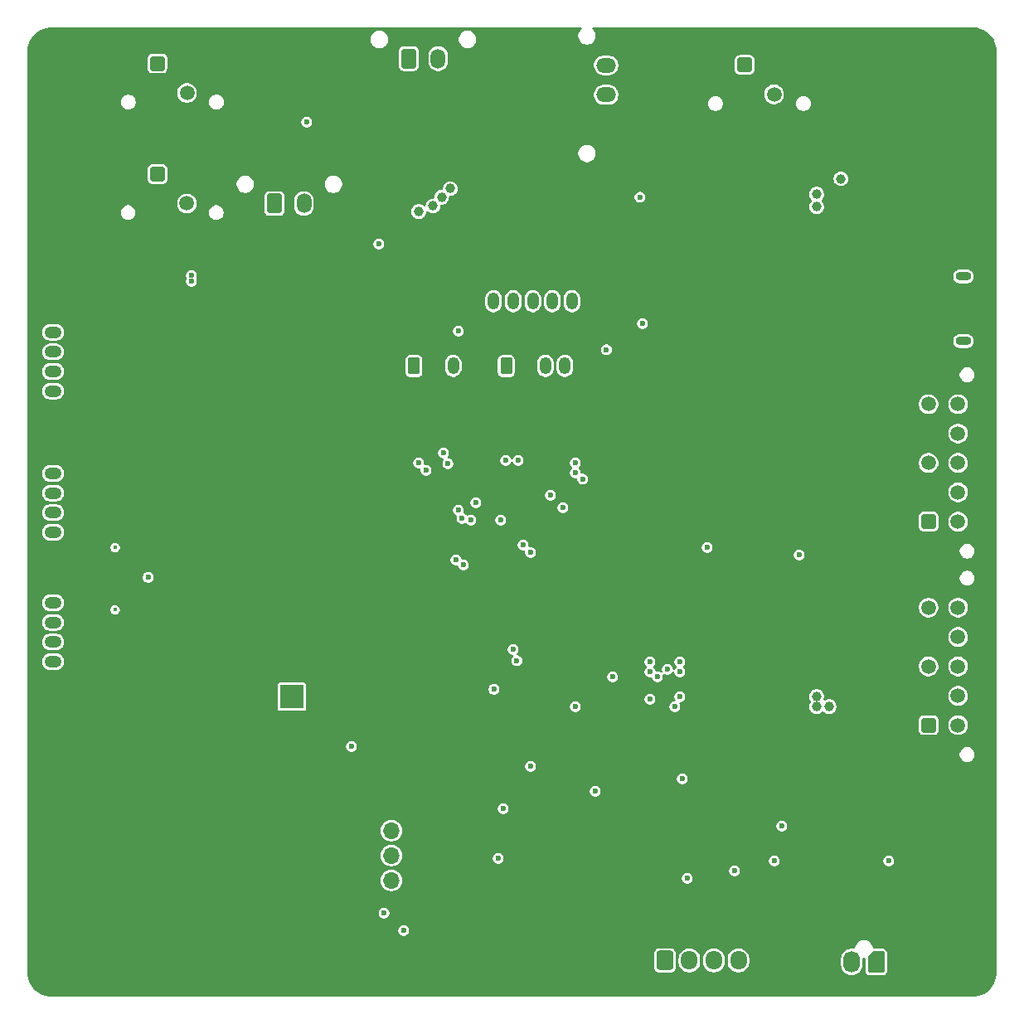
<source format=gbr>
%TF.GenerationSoftware,KiCad,Pcbnew,9.0.0*%
%TF.CreationDate,2025-04-17T15:03:58+12:00*%
%TF.ProjectId,Central_ECU,43656e74-7261-46c5-9f45-43552e6b6963,A*%
%TF.SameCoordinates,Original*%
%TF.FileFunction,Copper,L2,Inr*%
%TF.FilePolarity,Positive*%
%FSLAX46Y46*%
G04 Gerber Fmt 4.6, Leading zero omitted, Abs format (unit mm)*
G04 Created by KiCad (PCBNEW 9.0.0) date 2025-04-17 15:03:58*
%MOMM*%
%LPD*%
G01*
G04 APERTURE LIST*
G04 Aperture macros list*
%AMRoundRect*
0 Rectangle with rounded corners*
0 $1 Rounding radius*
0 $2 $3 $4 $5 $6 $7 $8 $9 X,Y pos of 4 corners*
0 Add a 4 corners polygon primitive as box body*
4,1,4,$2,$3,$4,$5,$6,$7,$8,$9,$2,$3,0*
0 Add four circle primitives for the rounded corners*
1,1,$1+$1,$2,$3*
1,1,$1+$1,$4,$5*
1,1,$1+$1,$6,$7*
1,1,$1+$1,$8,$9*
0 Add four rect primitives between the rounded corners*
20,1,$1+$1,$2,$3,$4,$5,0*
20,1,$1+$1,$4,$5,$6,$7,0*
20,1,$1+$1,$6,$7,$8,$9,0*
20,1,$1+$1,$8,$9,$2,$3,0*%
%AMFreePoly0*
4,1,22,0.945671,0.830970,1.026777,0.776777,1.080970,0.695671,1.100000,0.600000,1.100000,-0.600000,1.080970,-0.695671,1.026777,-0.776777,0.945671,-0.830970,0.850000,-0.850000,-0.450000,-0.850000,-0.545671,-0.830970,-0.626777,-0.776777,-1.026777,-0.376777,-1.080970,-0.295671,-1.100000,-0.200000,-1.100000,0.600000,-1.080970,0.695671,-1.026777,0.776777,-0.945671,0.830970,-0.850000,0.850000,
0.850000,0.850000,0.945671,0.830970,0.945671,0.830970,$1*%
G04 Aperture macros list end*
%TA.AperFunction,ComponentPad*%
%ADD10RoundRect,0.250001X-0.499999X-0.499999X0.499999X-0.499999X0.499999X0.499999X-0.499999X0.499999X0*%
%TD*%
%TA.AperFunction,ComponentPad*%
%ADD11C,1.500000*%
%TD*%
%TA.AperFunction,ComponentPad*%
%ADD12RoundRect,0.250000X0.625000X-0.350000X0.625000X0.350000X-0.625000X0.350000X-0.625000X-0.350000X0*%
%TD*%
%TA.AperFunction,ComponentPad*%
%ADD13O,1.750000X1.200000*%
%TD*%
%TA.AperFunction,HeatsinkPad*%
%ADD14C,0.600000*%
%TD*%
%TA.AperFunction,ComponentPad*%
%ADD15FreePoly0,270.000000*%
%TD*%
%TA.AperFunction,ComponentPad*%
%ADD16O,1.700000X2.200000*%
%TD*%
%TA.AperFunction,ComponentPad*%
%ADD17C,3.600000*%
%TD*%
%TA.AperFunction,ComponentPad*%
%ADD18RoundRect,0.250001X-0.499999X-0.759999X0.499999X-0.759999X0.499999X0.759999X-0.499999X0.759999X0*%
%TD*%
%TA.AperFunction,ComponentPad*%
%ADD19O,1.500000X2.020000*%
%TD*%
%TA.AperFunction,ComponentPad*%
%ADD20RoundRect,0.250000X-0.350000X-0.625000X0.350000X-0.625000X0.350000X0.625000X-0.350000X0.625000X0*%
%TD*%
%TA.AperFunction,ComponentPad*%
%ADD21O,1.200000X1.750000*%
%TD*%
%TA.AperFunction,ComponentPad*%
%ADD22R,2.400000X2.400000*%
%TD*%
%TA.AperFunction,ComponentPad*%
%ADD23C,2.400000*%
%TD*%
%TA.AperFunction,ComponentPad*%
%ADD24RoundRect,0.250000X-0.600000X-0.725000X0.600000X-0.725000X0.600000X0.725000X-0.600000X0.725000X0*%
%TD*%
%TA.AperFunction,ComponentPad*%
%ADD25O,1.700000X1.950000*%
%TD*%
%TA.AperFunction,ComponentPad*%
%ADD26C,2.600000*%
%TD*%
%TA.AperFunction,HeatsinkPad*%
%ADD27O,1.600000X0.900000*%
%TD*%
%TA.AperFunction,ComponentPad*%
%ADD28RoundRect,0.250000X0.350000X0.625000X-0.350000X0.625000X-0.350000X-0.625000X0.350000X-0.625000X0*%
%TD*%
%TA.AperFunction,ComponentPad*%
%ADD29RoundRect,0.250001X0.499999X-0.499999X0.499999X0.499999X-0.499999X0.499999X-0.499999X-0.499999X0*%
%TD*%
%TA.AperFunction,ComponentPad*%
%ADD30RoundRect,0.250001X0.759999X-0.499999X0.759999X0.499999X-0.759999X0.499999X-0.759999X-0.499999X0*%
%TD*%
%TA.AperFunction,ComponentPad*%
%ADD31O,2.020000X1.500000*%
%TD*%
%TA.AperFunction,ComponentPad*%
%ADD32R,1.700000X1.700000*%
%TD*%
%TA.AperFunction,ComponentPad*%
%ADD33O,1.700000X1.700000*%
%TD*%
%TA.AperFunction,ViaPad*%
%ADD34C,1.000000*%
%TD*%
%TA.AperFunction,ViaPad*%
%ADD35C,0.600000*%
%TD*%
%TA.AperFunction,ViaPad*%
%ADD36C,0.450000*%
%TD*%
G04 APERTURE END LIST*
D10*
%TO.N,Net-(J16-Pin_1)*%
%TO.C,J16*%
X173760000Y-54356000D03*
D11*
%TO.N,GND*%
X176760000Y-54356000D03*
X173760000Y-57356000D03*
%TO.N,Net-(D16-A2)*%
X176760000Y-57356000D03*
%TD*%
D12*
%TO.N,GND*%
%TO.C,J5*%
X103124000Y-104076000D03*
D13*
%TO.N,/I2C2_SDA*%
X103124000Y-102076000D03*
%TO.N,+5V*%
X103124000Y-100076000D03*
%TO.N,/I2C2_SCL*%
X103124000Y-98076000D03*
%TO.N,+3V3*%
X103124000Y-96076000D03*
%TD*%
D14*
%TO.N,GND*%
%TO.C,U6*%
X178876000Y-125446000D03*
X177576000Y-125446000D03*
X176276000Y-125446000D03*
X174976000Y-125446000D03*
X173676000Y-125446000D03*
X178876000Y-126746000D03*
X177576000Y-126746000D03*
X176276000Y-126746000D03*
X174976000Y-126746000D03*
X173676000Y-126746000D03*
X178876000Y-128046000D03*
X177576000Y-128046000D03*
X176276000Y-128046000D03*
X174976000Y-128046000D03*
X173676000Y-128046000D03*
%TD*%
D10*
%TO.N,unconnected-(J3-Pin_1-Pad1)*%
%TO.C,J3*%
X113816000Y-54214000D03*
D11*
%TO.N,GND*%
X116816000Y-54214000D03*
X113816000Y-57214000D03*
%TO.N,Net-(J3-Pin_4)*%
X116816000Y-57214000D03*
%TD*%
D15*
%TO.N,/Connectors/SOLENOID-*%
%TO.C,J10*%
X187178000Y-145956000D03*
D16*
%TO.N,/Connectors/SOLENOID+*%
X184678000Y-145956000D03*
%TD*%
D17*
%TO.N,GND*%
%TO.C,H3*%
X105000000Y-145000000D03*
%TD*%
D18*
%TO.N,Net-(D11-K)*%
%TO.C,SW1*%
X139446000Y-53706000D03*
D19*
%TO.N,/4S_V+*%
X142446000Y-53706000D03*
%TD*%
D20*
%TO.N,/UART2_RX*%
%TO.C,J15*%
X139986000Y-85090000D03*
D21*
%TO.N,GND*%
X141986000Y-85090000D03*
%TO.N,/UART2_TX*%
X143986000Y-85090000D03*
%TD*%
D22*
%TO.N,Net-(D1-K)*%
%TO.C,C5*%
X127519729Y-118872000D03*
D23*
%TO.N,GND*%
X122519729Y-118872000D03*
%TD*%
D24*
%TO.N,/Connectors/EMATCH_1+*%
%TO.C,J8*%
X165608000Y-145796000D03*
D25*
%TO.N,/Connectors/EMATCH_1-*%
X168108000Y-145796000D03*
%TO.N,/Connectors/EMATCH_1+*%
X170608000Y-145796000D03*
%TO.N,/Connectors/EMATCH_2-*%
X173108000Y-145796000D03*
%TD*%
D26*
%TO.N,GND*%
%TO.C,TP27*%
X115062000Y-144272000D03*
X117602000Y-144272000D03*
%TD*%
D12*
%TO.N,GND*%
%TO.C,J7*%
X103124000Y-117284000D03*
D13*
%TO.N,/I2C1_SDA*%
X103124000Y-115284000D03*
%TO.N,+5V*%
X103124000Y-113284000D03*
%TO.N,/I2C1_SCL*%
X103124000Y-111284000D03*
%TO.N,+3V3*%
X103124000Y-109284000D03*
%TD*%
D27*
%TO.N,unconnected-(J13-Shield-Pad6)*%
%TO.C,J13*%
X196088000Y-82548000D03*
%TO.N,unconnected-(J13-Shield-Pad6)_4*%
X196088000Y-75948000D03*
%TD*%
D28*
%TO.N,GND*%
%TO.C,J2*%
X158114000Y-78486000D03*
D21*
%TO.N,/E1*%
X156114000Y-78486000D03*
%TO.N,/E2*%
X154114000Y-78486000D03*
%TO.N,Net-(J2-Pin_4)*%
X152114000Y-78486000D03*
%TO.N,/E3*%
X150114000Y-78486000D03*
%TO.N,/E4*%
X148114000Y-78486000D03*
%TO.N,GND*%
X146114000Y-78486000D03*
%TD*%
D29*
%TO.N,+7V4*%
%TO.C,J11*%
X192532000Y-121776000D03*
D11*
%TO.N,GND*%
X192532000Y-118776000D03*
%TO.N,/CAN2_AUX*%
X192532000Y-115776000D03*
%TO.N,GND*%
X192532000Y-112776000D03*
%TO.N,+7V4*%
X192532000Y-109776000D03*
%TO.N,/CANH1*%
X195532000Y-121776000D03*
%TO.N,/CANL1*%
X195532000Y-118776000D03*
%TO.N,/CANH2*%
X195532000Y-115776000D03*
%TO.N,/CANL2*%
X195532000Y-112776000D03*
%TO.N,N/C*%
X195532000Y-109776000D03*
%TD*%
D30*
%TO.N,GND*%
%TO.C,J4*%
X159605000Y-60404000D03*
D31*
%TO.N,unconnected-(J4-Pin_2-Pad2)*%
X159605000Y-57404000D03*
%TO.N,/4S_V+*%
X159605000Y-54404000D03*
%TD*%
D26*
%TO.N,GND*%
%TO.C,TP28*%
X193802000Y-70104000D03*
X196342000Y-70104000D03*
%TD*%
D10*
%TO.N,Net-(J6-Pin_1)*%
%TO.C,J6*%
X113792000Y-65502000D03*
D11*
%TO.N,GND*%
X116792000Y-65502000D03*
X113792000Y-68502000D03*
%TO.N,unconnected-(J6-Pin_4-Pad4)*%
X116792000Y-68502000D03*
%TD*%
D32*
%TO.N,GND*%
%TO.C,U1*%
X137668000Y-130000000D03*
D33*
%TO.N,+3V3*%
X137668000Y-132540000D03*
%TO.N,/I2C3_SCL*%
X137668000Y-135080000D03*
%TO.N,/I2C3_SDA*%
X137668000Y-137620000D03*
%TD*%
D18*
%TO.N,Net-(SW2-Pin_1)*%
%TO.C,SW2*%
X125754000Y-68508000D03*
D19*
%TO.N,Net-(D13-A2)*%
X128754000Y-68508000D03*
%TD*%
D17*
%TO.N,GND*%
%TO.C,H4*%
X195000000Y-145000000D03*
%TD*%
%TO.N,GND*%
%TO.C,H2*%
X195000000Y-55000000D03*
%TD*%
%TO.N,GND*%
%TO.C,H1*%
X105000000Y-55000000D03*
%TD*%
D12*
%TO.N,GND*%
%TO.C,J12*%
X103124000Y-89662000D03*
D13*
%TO.N,/422R_P*%
X103124000Y-87662000D03*
%TO.N,/422R_N*%
X103124000Y-85662000D03*
%TO.N,/422D_P*%
X103124000Y-83662000D03*
%TO.N,/422D_N*%
X103124000Y-81662000D03*
%TO.N,GND*%
X103124000Y-79662000D03*
%TD*%
D29*
%TO.N,+7V4*%
%TO.C,J9*%
X192532000Y-100996000D03*
D11*
%TO.N,GND*%
X192532000Y-97996000D03*
%TO.N,/CAN1_AUX*%
X192532000Y-94996000D03*
%TO.N,GND*%
X192532000Y-91996000D03*
%TO.N,+7V4*%
X192532000Y-88996000D03*
%TO.N,/CANH1*%
X195532000Y-100996000D03*
%TO.N,/CANL1*%
X195532000Y-97996000D03*
%TO.N,/CANH2*%
X195532000Y-94996000D03*
%TO.N,/CANL2*%
X195532000Y-91996000D03*
%TO.N,N/C*%
X195532000Y-88996000D03*
%TD*%
D20*
%TO.N,/SWCLK*%
%TO.C,J14*%
X149400000Y-85090000D03*
D21*
%TO.N,GND*%
X151400000Y-85090000D03*
%TO.N,/SWDIO*%
X153400000Y-85090000D03*
%TO.N,/NRST*%
X155400000Y-85090000D03*
%TD*%
D34*
%TO.N,GND*%
X182372000Y-137414000D03*
%TO.N,Net-(U4D-+)*%
X183580500Y-65978500D03*
X181102000Y-67564000D03*
X181102000Y-68834000D03*
%TO.N,GND*%
X183769000Y-53213000D03*
X182880000Y-54102000D03*
D35*
%TO.N,+3V3*%
X117246000Y-76454000D03*
X156464000Y-119888000D03*
X117246000Y-75844000D03*
X177546000Y-132080000D03*
X166624000Y-119888000D03*
X149098000Y-130302000D03*
X133604000Y-123952000D03*
X148844000Y-100838000D03*
X179324000Y-104394000D03*
X148145000Y-118110000D03*
D36*
X109474000Y-109982000D03*
X109474000Y-103632000D03*
D35*
X160274000Y-116840000D03*
X145034000Y-105410000D03*
X163322000Y-80772000D03*
X151892000Y-125984000D03*
X158496000Y-128524000D03*
X136914000Y-140978000D03*
X176784000Y-135636000D03*
X148590000Y-135382000D03*
X138934000Y-142744000D03*
X112839000Y-106680000D03*
X144272000Y-104902000D03*
%TO.N,GND*%
X146957379Y-97779709D03*
X110000000Y-75000000D03*
X190000000Y-120000000D03*
X115000000Y-55000000D03*
X120000000Y-140000000D03*
X166624000Y-141590000D03*
X131318000Y-51562000D03*
X190000000Y-70000000D03*
X160000000Y-70000000D03*
X195000000Y-75000000D03*
X164012614Y-121071611D03*
X110000000Y-120000000D03*
X105000000Y-125000000D03*
X190000000Y-135000000D03*
X130000000Y-105000000D03*
X105000000Y-70000000D03*
X140000000Y-60000000D03*
X155000000Y-145000000D03*
D36*
X169164000Y-135890000D03*
D35*
X140000000Y-120000000D03*
X135000000Y-110000000D03*
X165100000Y-108204000D03*
X163555060Y-127134212D03*
X145000000Y-145000000D03*
X156718000Y-108204000D03*
X190000000Y-130000000D03*
D34*
X148844000Y-60198000D03*
D35*
X105000000Y-130000000D03*
X110000000Y-60000000D03*
X190000000Y-145000000D03*
X116078000Y-96266000D03*
X135890000Y-143764000D03*
X190000000Y-110000000D03*
X145000000Y-125000000D03*
D34*
X187198000Y-137668000D03*
D35*
X170000000Y-75000000D03*
X165000000Y-90000000D03*
X148082000Y-112014000D03*
X160000000Y-90000000D03*
X124728000Y-80278000D03*
X176276000Y-143764000D03*
X152400000Y-142792000D03*
X137668000Y-103886000D03*
X115000000Y-60000000D03*
X125730000Y-58928000D03*
X154178000Y-100330000D03*
X105000000Y-135000000D03*
X151384000Y-70996000D03*
X136398000Y-64516000D03*
X120000000Y-145000000D03*
X190000000Y-95000000D03*
X171450000Y-105918000D03*
X195000000Y-140000000D03*
X185000000Y-75000000D03*
X109474000Y-104902000D03*
X185000000Y-95000000D03*
X105000000Y-140000000D03*
X150876000Y-135636000D03*
X175000000Y-95000000D03*
X195000000Y-60000000D03*
X189484000Y-106426000D03*
X145000000Y-60000000D03*
X163068000Y-108204000D03*
X161798000Y-102616000D03*
X175000000Y-75000000D03*
X155465000Y-137160000D03*
X110000000Y-55000000D03*
X195000000Y-135000000D03*
X190000000Y-115000000D03*
X133007000Y-71463000D03*
X141986000Y-102616000D03*
X105000000Y-65000000D03*
X149860000Y-107696000D03*
X110000000Y-95000000D03*
X140000000Y-145000000D03*
X105000000Y-120000000D03*
X165000000Y-85000000D03*
X125000000Y-145000000D03*
X150000000Y-145000000D03*
X141715000Y-137160000D03*
D34*
X143764000Y-71628000D03*
D35*
X130000000Y-110000000D03*
X110000000Y-65000000D03*
X147828000Y-102616000D03*
D34*
X187198000Y-136652000D03*
D35*
X135000000Y-60000000D03*
X185532000Y-138542000D03*
X137668000Y-102870000D03*
X125000000Y-140000000D03*
X190000000Y-90000000D03*
X130000000Y-145000000D03*
X182626000Y-129540000D03*
X162500000Y-145000000D03*
X163068000Y-113030000D03*
X140000000Y-115000000D03*
X151401261Y-108117091D03*
X127000000Y-57150000D03*
X195000000Y-85000000D03*
X150114000Y-89662000D03*
X110000000Y-125000000D03*
D34*
X173052500Y-140794500D03*
D35*
X135000000Y-145000000D03*
X195000000Y-65000000D03*
X145000000Y-115000000D03*
X150000000Y-140000000D03*
X191262000Y-77724000D03*
X105000000Y-75000000D03*
D36*
X173990000Y-135128000D03*
D35*
X158750000Y-110236000D03*
D36*
X165671000Y-140462000D03*
X142408589Y-106003411D03*
D35*
X195000000Y-130000000D03*
X171958000Y-143764000D03*
X145000000Y-55000000D03*
X190000000Y-75000000D03*
X167132000Y-143764000D03*
X157521056Y-114751636D03*
X155465000Y-140208000D03*
X170942000Y-103166000D03*
X131064000Y-81026000D03*
X120000000Y-95000000D03*
X144272000Y-135382000D03*
X180000000Y-95000000D03*
X195580000Y-136906000D03*
X110000000Y-115000000D03*
X105000000Y-80000000D03*
D36*
X166370000Y-129286000D03*
D35*
X105000000Y-60000000D03*
X160528000Y-108204000D03*
X120000000Y-60000000D03*
X190000000Y-100000000D03*
X154679173Y-94759839D03*
D34*
X140448000Y-80278000D03*
D35*
X142240000Y-109220000D03*
X181102000Y-121666000D03*
X171196000Y-141732000D03*
X125000000Y-100000000D03*
X129540000Y-72898000D03*
D34*
X168148000Y-140716000D03*
D36*
X175451000Y-138938000D03*
D35*
X189484000Y-102362000D03*
X167373000Y-131064000D03*
X125000000Y-60000000D03*
X120000000Y-100000000D03*
X110000000Y-100000000D03*
X110000000Y-80000000D03*
X133858000Y-139954000D03*
X141715000Y-140208000D03*
X110000000Y-140000000D03*
X167132000Y-147320000D03*
X172212000Y-147320000D03*
X169926000Y-116698000D03*
X185000000Y-70000000D03*
X110000000Y-145000000D03*
X117856000Y-87884000D03*
X190000000Y-125000000D03*
X151682970Y-99383372D03*
X145000000Y-90000000D03*
X110000000Y-85000000D03*
X115000000Y-140000000D03*
X141859000Y-78105000D03*
X132334000Y-132588000D03*
X155000000Y-60000000D03*
X170000000Y-70000000D03*
X175000000Y-145000000D03*
X157988000Y-102616000D03*
X110000000Y-135000000D03*
X167129706Y-123988522D03*
X165000000Y-135000000D03*
X130000000Y-140000000D03*
X182626000Y-123952000D03*
X150016500Y-93305427D03*
X141986000Y-58420000D03*
X138430000Y-141224000D03*
X185000000Y-90000000D03*
X145000000Y-140000000D03*
X174001000Y-122682000D03*
X190000000Y-140000000D03*
X110000000Y-130000000D03*
X132842000Y-64008000D03*
X182880000Y-104394000D03*
X125000000Y-95000000D03*
X160000000Y-65000000D03*
X160000000Y-140000000D03*
X118823000Y-80723000D03*
X144780000Y-142792000D03*
X158350374Y-121929526D03*
X130000000Y-95000000D03*
%TO.N,+5V*%
X169926000Y-103632000D03*
X144526000Y-81534000D03*
X159639000Y-83439000D03*
D34*
%TO.N,Net-(U4D-+)*%
X181102000Y-118872000D03*
X182372000Y-119888000D03*
X181102000Y-119888000D03*
D35*
%TO.N,/EMATCH_2_CONT*%
X156464000Y-96012000D03*
X164084000Y-115316000D03*
%TO.N,+7V4*%
X163068000Y-67873000D03*
D34*
X141914000Y-68762000D03*
X140462000Y-69342000D03*
X143692000Y-66984000D03*
X142803000Y-67873000D03*
D35*
%TO.N,/I2C2_SCL*%
X140462000Y-94996000D03*
X143002000Y-93980000D03*
%TO.N,/I2C2_SDA*%
X143439828Y-95066172D03*
X141224000Y-95758000D03*
%TO.N,/NRST*%
X153924000Y-98298000D03*
%TO.N,/12V_SENSE*%
X167132000Y-115316000D03*
X149352000Y-94742000D03*
%TO.N,/PGOOD_HS*%
X164846000Y-116840000D03*
X155194000Y-99568000D03*
%TO.N,/IMON_HS*%
X157226000Y-96663088D03*
X165862000Y-116078000D03*
%TO.N,/OX_LOW_SENSE*%
X150622000Y-94742000D03*
X167132000Y-116332000D03*
%TO.N,/EMATCH_1_CONT*%
X156464000Y-94996000D03*
X164084000Y-116332000D03*
%TO.N,/ADC_0 (4S)*%
X151130000Y-103378000D03*
X129032000Y-60198000D03*
%TO.N,/ADC_1 (2S)*%
X151892000Y-104140000D03*
X136398000Y-72644000D03*
%TO.N,/ARM_HS*%
X145796000Y-100838000D03*
X167386000Y-127254000D03*
%TO.N,/EMATCH_1_FIRE*%
X144890518Y-100654712D03*
X167894000Y-137414000D03*
%TO.N,/EMATCH_2_FIRE*%
X172720000Y-136652000D03*
X144526000Y-99822000D03*
%TO.N,/OX_FIRE*%
X146304000Y-99060000D03*
X188468000Y-135636000D03*
%TO.N,/ADC_2*%
X150114000Y-114046000D03*
%TO.N,/ADC_3*%
X150495000Y-115189000D03*
%TO.N,/Interlocked/COMP_BIAS*%
X164084000Y-119126000D03*
X167132000Y-118872000D03*
%TD*%
%TA.AperFunction,Conductor*%
%TO.N,GND*%
G36*
X157063889Y-50520185D02*
G01*
X157109644Y-50572989D01*
X157119588Y-50642147D01*
X157090563Y-50705703D01*
X157084531Y-50712181D01*
X156957189Y-50839522D01*
X156957186Y-50839526D01*
X156860283Y-50984551D01*
X156860278Y-50984560D01*
X156793529Y-51145708D01*
X156793527Y-51145716D01*
X156759500Y-51316781D01*
X156759500Y-51491218D01*
X156793527Y-51662283D01*
X156793529Y-51662291D01*
X156860278Y-51823439D01*
X156860283Y-51823448D01*
X156957186Y-51968473D01*
X156957189Y-51968477D01*
X157080522Y-52091810D01*
X157080526Y-52091813D01*
X157225551Y-52188716D01*
X157225557Y-52188719D01*
X157225558Y-52188720D01*
X157386709Y-52255471D01*
X157557781Y-52289499D01*
X157557785Y-52289500D01*
X157557786Y-52289500D01*
X157732215Y-52289500D01*
X157732216Y-52289499D01*
X157903291Y-52255471D01*
X158064442Y-52188720D01*
X158209474Y-52091813D01*
X158332813Y-51968474D01*
X158429720Y-51823442D01*
X158496471Y-51662291D01*
X158530500Y-51491214D01*
X158530500Y-51316786D01*
X158496471Y-51145709D01*
X158429720Y-50984558D01*
X158429719Y-50984557D01*
X158429716Y-50984551D01*
X158332813Y-50839526D01*
X158332810Y-50839522D01*
X158205469Y-50712181D01*
X158171984Y-50650858D01*
X158176968Y-50581166D01*
X158218840Y-50525233D01*
X158284304Y-50500816D01*
X158293150Y-50500500D01*
X196934108Y-50500500D01*
X196996249Y-50500500D01*
X197003736Y-50500726D01*
X197293796Y-50518271D01*
X197308657Y-50520075D01*
X197485749Y-50552529D01*
X197590798Y-50571780D01*
X197605335Y-50575363D01*
X197879172Y-50660695D01*
X197893163Y-50666000D01*
X198154743Y-50783727D01*
X198167989Y-50790680D01*
X198413465Y-50939075D01*
X198425776Y-50947573D01*
X198651573Y-51124473D01*
X198662781Y-51134403D01*
X198865596Y-51337218D01*
X198875526Y-51348426D01*
X198995481Y-51501538D01*
X199052422Y-51574217D01*
X199060926Y-51586537D01*
X199104602Y-51658786D01*
X199209316Y-51832004D01*
X199216275Y-51845263D01*
X199333997Y-52106831D01*
X199339306Y-52120832D01*
X199424635Y-52394663D01*
X199428219Y-52409201D01*
X199479923Y-52691340D01*
X199481728Y-52706205D01*
X199499274Y-52996262D01*
X199499500Y-53003749D01*
X199499500Y-146996249D01*
X199499274Y-147003736D01*
X199481728Y-147293794D01*
X199479923Y-147308659D01*
X199428219Y-147590798D01*
X199424635Y-147605336D01*
X199339306Y-147879167D01*
X199333997Y-147893168D01*
X199216275Y-148154736D01*
X199209316Y-148167995D01*
X199060928Y-148413459D01*
X199052422Y-148425782D01*
X198875526Y-148651573D01*
X198865596Y-148662781D01*
X198662781Y-148865596D01*
X198651573Y-148875526D01*
X198425782Y-149052422D01*
X198413459Y-149060928D01*
X198167995Y-149209316D01*
X198154736Y-149216275D01*
X197893168Y-149333997D01*
X197879167Y-149339306D01*
X197605336Y-149424635D01*
X197590798Y-149428219D01*
X197308659Y-149479923D01*
X197293794Y-149481728D01*
X197003736Y-149499274D01*
X196996249Y-149499500D01*
X103003751Y-149499500D01*
X102996264Y-149499274D01*
X102706205Y-149481728D01*
X102691340Y-149479923D01*
X102409201Y-149428219D01*
X102394663Y-149424635D01*
X102120832Y-149339306D01*
X102106831Y-149333997D01*
X101845263Y-149216275D01*
X101832004Y-149209316D01*
X101586540Y-149060928D01*
X101574217Y-149052422D01*
X101348426Y-148875526D01*
X101337218Y-148865596D01*
X101134403Y-148662781D01*
X101124473Y-148651573D01*
X100947573Y-148425776D01*
X100939075Y-148413465D01*
X100790680Y-148167989D01*
X100783727Y-148154743D01*
X100666000Y-147893163D01*
X100660693Y-147879167D01*
X100575364Y-147605336D01*
X100571780Y-147590798D01*
X100520076Y-147308659D01*
X100518271Y-147293794D01*
X100518173Y-147292181D01*
X100500726Y-147003736D01*
X100500500Y-146996249D01*
X100500500Y-145023135D01*
X164507500Y-145023135D01*
X164507500Y-146568870D01*
X164507501Y-146568876D01*
X164513908Y-146628483D01*
X164564202Y-146763328D01*
X164564206Y-146763335D01*
X164650452Y-146878544D01*
X164650455Y-146878547D01*
X164765664Y-146964793D01*
X164765671Y-146964797D01*
X164900517Y-147015091D01*
X164900516Y-147015091D01*
X164907444Y-147015835D01*
X164960127Y-147021500D01*
X166255872Y-147021499D01*
X166315483Y-147015091D01*
X166450331Y-146964796D01*
X166565546Y-146878546D01*
X166651796Y-146763331D01*
X166702091Y-146628483D01*
X166708500Y-146568873D01*
X166708499Y-145584389D01*
X167007500Y-145584389D01*
X167007500Y-146007611D01*
X167034598Y-146178701D01*
X167088127Y-146343445D01*
X167166768Y-146497788D01*
X167268586Y-146637928D01*
X167391072Y-146760414D01*
X167531212Y-146862232D01*
X167685555Y-146940873D01*
X167850299Y-146994402D01*
X168021389Y-147021500D01*
X168021390Y-147021500D01*
X168194610Y-147021500D01*
X168194611Y-147021500D01*
X168365701Y-146994402D01*
X168530445Y-146940873D01*
X168684788Y-146862232D01*
X168824928Y-146760414D01*
X168947414Y-146637928D01*
X169049232Y-146497788D01*
X169127873Y-146343445D01*
X169181402Y-146178701D01*
X169208500Y-146007611D01*
X169208500Y-145584389D01*
X169507500Y-145584389D01*
X169507500Y-146007611D01*
X169534598Y-146178701D01*
X169588127Y-146343445D01*
X169666768Y-146497788D01*
X169768586Y-146637928D01*
X169891072Y-146760414D01*
X170031212Y-146862232D01*
X170185555Y-146940873D01*
X170350299Y-146994402D01*
X170521389Y-147021500D01*
X170521390Y-147021500D01*
X170694610Y-147021500D01*
X170694611Y-147021500D01*
X170865701Y-146994402D01*
X171030445Y-146940873D01*
X171184788Y-146862232D01*
X171324928Y-146760414D01*
X171447414Y-146637928D01*
X171549232Y-146497788D01*
X171627873Y-146343445D01*
X171681402Y-146178701D01*
X171708500Y-146007611D01*
X171708500Y-145584389D01*
X172007500Y-145584389D01*
X172007500Y-146007611D01*
X172034598Y-146178701D01*
X172088127Y-146343445D01*
X172166768Y-146497788D01*
X172268586Y-146637928D01*
X172391072Y-146760414D01*
X172531212Y-146862232D01*
X172685555Y-146940873D01*
X172850299Y-146994402D01*
X173021389Y-147021500D01*
X173021390Y-147021500D01*
X173194610Y-147021500D01*
X173194611Y-147021500D01*
X173365701Y-146994402D01*
X173530445Y-146940873D01*
X173684788Y-146862232D01*
X173824928Y-146760414D01*
X173947414Y-146637928D01*
X174049232Y-146497788D01*
X174127873Y-146343445D01*
X174181402Y-146178701D01*
X174208500Y-146007611D01*
X174208500Y-145619389D01*
X183577500Y-145619389D01*
X183577500Y-146292611D01*
X183604598Y-146463701D01*
X183658127Y-146628445D01*
X183736768Y-146782788D01*
X183838586Y-146922928D01*
X183961072Y-147045414D01*
X184101212Y-147147232D01*
X184255555Y-147225873D01*
X184420299Y-147279402D01*
X184591389Y-147306500D01*
X184591390Y-147306500D01*
X184764610Y-147306500D01*
X184764611Y-147306500D01*
X184935701Y-147279402D01*
X185100445Y-147225873D01*
X185254788Y-147147232D01*
X185394928Y-147045414D01*
X185517414Y-146922928D01*
X185619232Y-146782788D01*
X185697873Y-146628445D01*
X185751402Y-146463701D01*
X185778500Y-146292611D01*
X185778500Y-145640500D01*
X185781050Y-145631814D01*
X185779762Y-145622853D01*
X185790740Y-145598812D01*
X185798185Y-145573461D01*
X185805025Y-145567533D01*
X185808787Y-145559297D01*
X185831021Y-145545007D01*
X185850989Y-145527706D01*
X185861503Y-145525418D01*
X185867565Y-145521523D01*
X185902500Y-145516500D01*
X185943500Y-145516500D01*
X186010539Y-145536185D01*
X186056294Y-145588989D01*
X186067500Y-145640500D01*
X186067500Y-146805995D01*
X186072411Y-146855854D01*
X186091818Y-146953422D01*
X186091820Y-146953428D01*
X186091821Y-146953430D01*
X186129970Y-147045532D01*
X186129971Y-147045533D01*
X186129973Y-147045537D01*
X186189698Y-147134921D01*
X186198253Y-147141266D01*
X186255739Y-147198752D01*
X186255747Y-147198758D01*
X186338457Y-147254023D01*
X186338460Y-147254024D01*
X186338468Y-147254030D01*
X186430570Y-147292179D01*
X186430577Y-147292180D01*
X186430577Y-147292181D01*
X186502565Y-147306500D01*
X186528154Y-147311590D01*
X186578000Y-147316500D01*
X186578005Y-147316500D01*
X187777995Y-147316500D01*
X187778000Y-147316500D01*
X187827846Y-147311590D01*
X187879672Y-147301281D01*
X187925422Y-147292181D01*
X187925422Y-147292180D01*
X187925430Y-147292179D01*
X188017532Y-147254030D01*
X188100260Y-147198753D01*
X188100260Y-147198752D01*
X188100260Y-147198751D01*
X188106918Y-147194303D01*
X188113262Y-147185749D01*
X188170753Y-147128260D01*
X188226030Y-147045532D01*
X188264179Y-146953430D01*
X188268023Y-146934108D01*
X188279074Y-146878547D01*
X188283590Y-146855846D01*
X188288500Y-146806000D01*
X188288500Y-145106000D01*
X188283590Y-145056154D01*
X188277018Y-145023116D01*
X188264181Y-144958577D01*
X188264179Y-144958574D01*
X188264179Y-144958570D01*
X188226030Y-144866468D01*
X188170753Y-144783740D01*
X188170752Y-144783740D01*
X188166301Y-144777078D01*
X188157746Y-144770733D01*
X188100260Y-144713247D01*
X188100252Y-144713241D01*
X188017542Y-144657976D01*
X188017533Y-144657971D01*
X188017534Y-144657971D01*
X188017532Y-144657970D01*
X187925430Y-144619821D01*
X187925423Y-144619819D01*
X187925422Y-144619819D01*
X187925422Y-144619818D01*
X187827854Y-144600411D01*
X187827848Y-144600410D01*
X187827846Y-144600410D01*
X187778000Y-144595500D01*
X186978000Y-144595500D01*
X186977999Y-144595500D01*
X186956519Y-144597615D01*
X186887873Y-144584595D01*
X186837164Y-144536528D01*
X186822751Y-144498404D01*
X186793895Y-144353340D01*
X186793894Y-144353334D01*
X186776923Y-144312363D01*
X186726016Y-144189459D01*
X186726009Y-144189446D01*
X186627464Y-144041965D01*
X186627461Y-144041961D01*
X186502038Y-143916538D01*
X186502034Y-143916535D01*
X186354553Y-143817990D01*
X186354540Y-143817983D01*
X186190667Y-143750106D01*
X186190658Y-143750103D01*
X186016694Y-143715500D01*
X186016691Y-143715500D01*
X185839309Y-143715500D01*
X185839306Y-143715500D01*
X185665341Y-143750103D01*
X185665332Y-143750106D01*
X185501459Y-143817983D01*
X185501446Y-143817990D01*
X185353965Y-143916535D01*
X185353961Y-143916538D01*
X185228538Y-144041961D01*
X185228535Y-144041965D01*
X185129990Y-144189446D01*
X185129983Y-144189459D01*
X185062106Y-144353332D01*
X185062104Y-144353340D01*
X185027651Y-144526545D01*
X184995266Y-144588456D01*
X184934550Y-144623030D01*
X184886637Y-144624827D01*
X184764611Y-144605500D01*
X184591389Y-144605500D01*
X184551728Y-144611781D01*
X184420302Y-144632597D01*
X184255552Y-144686128D01*
X184101211Y-144764768D01*
X184075099Y-144783740D01*
X183961072Y-144866586D01*
X183961070Y-144866588D01*
X183961069Y-144866588D01*
X183838588Y-144989069D01*
X183838588Y-144989070D01*
X183838586Y-144989072D01*
X183813844Y-145023127D01*
X183736768Y-145129211D01*
X183658128Y-145283552D01*
X183604597Y-145448302D01*
X183585713Y-145567533D01*
X183577500Y-145619389D01*
X174208500Y-145619389D01*
X174208500Y-145584389D01*
X174181402Y-145413299D01*
X174127873Y-145248555D01*
X174049232Y-145094212D01*
X173947414Y-144954072D01*
X173824928Y-144831586D01*
X173684788Y-144729768D01*
X173530445Y-144651127D01*
X173365701Y-144597598D01*
X173365699Y-144597597D01*
X173365698Y-144597597D01*
X173234271Y-144576781D01*
X173194611Y-144570500D01*
X173021389Y-144570500D01*
X172981728Y-144576781D01*
X172850302Y-144597597D01*
X172685552Y-144651128D01*
X172531211Y-144729768D01*
X172456926Y-144783740D01*
X172391072Y-144831586D01*
X172391070Y-144831588D01*
X172391069Y-144831588D01*
X172268588Y-144954069D01*
X172268588Y-144954070D01*
X172268586Y-144954072D01*
X172243157Y-144989072D01*
X172166768Y-145094211D01*
X172088128Y-145248552D01*
X172034597Y-145413302D01*
X172017457Y-145521523D01*
X172007500Y-145584389D01*
X171708500Y-145584389D01*
X171681402Y-145413299D01*
X171627873Y-145248555D01*
X171549232Y-145094212D01*
X171447414Y-144954072D01*
X171324928Y-144831586D01*
X171184788Y-144729768D01*
X171030445Y-144651127D01*
X170865701Y-144597598D01*
X170865699Y-144597597D01*
X170865698Y-144597597D01*
X170734271Y-144576781D01*
X170694611Y-144570500D01*
X170521389Y-144570500D01*
X170481728Y-144576781D01*
X170350302Y-144597597D01*
X170185552Y-144651128D01*
X170031211Y-144729768D01*
X169956926Y-144783740D01*
X169891072Y-144831586D01*
X169891070Y-144831588D01*
X169891069Y-144831588D01*
X169768588Y-144954069D01*
X169768588Y-144954070D01*
X169768586Y-144954072D01*
X169743157Y-144989072D01*
X169666768Y-145094211D01*
X169588128Y-145248552D01*
X169534597Y-145413302D01*
X169517457Y-145521523D01*
X169507500Y-145584389D01*
X169208500Y-145584389D01*
X169181402Y-145413299D01*
X169127873Y-145248555D01*
X169049232Y-145094212D01*
X168947414Y-144954072D01*
X168824928Y-144831586D01*
X168684788Y-144729768D01*
X168530445Y-144651127D01*
X168365701Y-144597598D01*
X168365699Y-144597597D01*
X168365698Y-144597597D01*
X168234271Y-144576781D01*
X168194611Y-144570500D01*
X168021389Y-144570500D01*
X167981728Y-144576781D01*
X167850302Y-144597597D01*
X167685552Y-144651128D01*
X167531211Y-144729768D01*
X167456926Y-144783740D01*
X167391072Y-144831586D01*
X167391070Y-144831588D01*
X167391069Y-144831588D01*
X167268588Y-144954069D01*
X167268588Y-144954070D01*
X167268586Y-144954072D01*
X167243157Y-144989072D01*
X167166768Y-145094211D01*
X167088128Y-145248552D01*
X167034597Y-145413302D01*
X167017457Y-145521523D01*
X167007500Y-145584389D01*
X166708499Y-145584389D01*
X166708499Y-145023128D01*
X166702091Y-144963517D01*
X166698568Y-144954072D01*
X166651797Y-144828671D01*
X166651793Y-144828664D01*
X166565547Y-144713455D01*
X166565544Y-144713452D01*
X166450335Y-144627206D01*
X166450328Y-144627202D01*
X166315482Y-144576908D01*
X166315483Y-144576908D01*
X166255883Y-144570501D01*
X166255881Y-144570500D01*
X166255873Y-144570500D01*
X166255864Y-144570500D01*
X164960129Y-144570500D01*
X164960123Y-144570501D01*
X164900516Y-144576908D01*
X164765671Y-144627202D01*
X164765664Y-144627206D01*
X164650455Y-144713452D01*
X164650452Y-144713455D01*
X164564206Y-144828664D01*
X164564202Y-144828671D01*
X164513908Y-144963517D01*
X164511161Y-144989072D01*
X164507501Y-145023123D01*
X164507500Y-145023135D01*
X100500500Y-145023135D01*
X100500500Y-142671525D01*
X138383500Y-142671525D01*
X138383500Y-142816475D01*
X138421016Y-142956485D01*
X138421017Y-142956488D01*
X138493488Y-143082011D01*
X138493490Y-143082013D01*
X138493491Y-143082015D01*
X138595985Y-143184509D01*
X138595986Y-143184510D01*
X138595988Y-143184511D01*
X138721511Y-143256982D01*
X138721512Y-143256982D01*
X138721515Y-143256984D01*
X138861525Y-143294500D01*
X138861528Y-143294500D01*
X139006472Y-143294500D01*
X139006475Y-143294500D01*
X139146485Y-143256984D01*
X139272015Y-143184509D01*
X139374509Y-143082015D01*
X139446984Y-142956485D01*
X139484500Y-142816475D01*
X139484500Y-142671525D01*
X139446984Y-142531515D01*
X139374509Y-142405985D01*
X139272015Y-142303491D01*
X139272013Y-142303490D01*
X139272011Y-142303488D01*
X139146488Y-142231017D01*
X139146489Y-142231017D01*
X139135006Y-142227940D01*
X139006475Y-142193500D01*
X138861525Y-142193500D01*
X138732993Y-142227940D01*
X138721511Y-142231017D01*
X138595988Y-142303488D01*
X138595982Y-142303493D01*
X138493493Y-142405982D01*
X138493488Y-142405988D01*
X138421017Y-142531511D01*
X138421016Y-142531515D01*
X138383500Y-142671525D01*
X100500500Y-142671525D01*
X100500500Y-140905525D01*
X136363500Y-140905525D01*
X136363500Y-141050475D01*
X136401016Y-141190485D01*
X136401017Y-141190488D01*
X136473488Y-141316011D01*
X136473490Y-141316013D01*
X136473491Y-141316015D01*
X136575985Y-141418509D01*
X136575986Y-141418510D01*
X136575988Y-141418511D01*
X136701511Y-141490982D01*
X136701512Y-141490982D01*
X136701515Y-141490984D01*
X136841525Y-141528500D01*
X136841528Y-141528500D01*
X136986472Y-141528500D01*
X136986475Y-141528500D01*
X137126485Y-141490984D01*
X137252015Y-141418509D01*
X137354509Y-141316015D01*
X137426984Y-141190485D01*
X137464500Y-141050475D01*
X137464500Y-140905525D01*
X137426984Y-140765515D01*
X137354509Y-140639985D01*
X137252015Y-140537491D01*
X137252013Y-140537490D01*
X137252011Y-140537488D01*
X137126488Y-140465017D01*
X137126489Y-140465017D01*
X137115006Y-140461940D01*
X136986475Y-140427500D01*
X136841525Y-140427500D01*
X136712993Y-140461940D01*
X136701511Y-140465017D01*
X136575988Y-140537488D01*
X136575982Y-140537493D01*
X136473493Y-140639982D01*
X136473488Y-140639988D01*
X136401017Y-140765511D01*
X136401016Y-140765515D01*
X136363500Y-140905525D01*
X100500500Y-140905525D01*
X100500500Y-137533389D01*
X136567500Y-137533389D01*
X136567500Y-137706610D01*
X136590924Y-137854509D01*
X136594598Y-137877701D01*
X136648127Y-138042445D01*
X136726768Y-138196788D01*
X136828586Y-138336928D01*
X136951072Y-138459414D01*
X137091212Y-138561232D01*
X137245555Y-138639873D01*
X137410299Y-138693402D01*
X137581389Y-138720500D01*
X137581390Y-138720500D01*
X137754610Y-138720500D01*
X137754611Y-138720500D01*
X137925701Y-138693402D01*
X138090445Y-138639873D01*
X138244788Y-138561232D01*
X138384928Y-138459414D01*
X138507414Y-138336928D01*
X138609232Y-138196788D01*
X138687873Y-138042445D01*
X138741402Y-137877701D01*
X138768500Y-137706611D01*
X138768500Y-137533389D01*
X138741402Y-137362299D01*
X138734652Y-137341525D01*
X167343500Y-137341525D01*
X167343500Y-137486475D01*
X167356071Y-137533389D01*
X167381017Y-137626488D01*
X167453488Y-137752011D01*
X167453490Y-137752013D01*
X167453491Y-137752015D01*
X167555985Y-137854509D01*
X167555986Y-137854510D01*
X167555988Y-137854511D01*
X167681511Y-137926982D01*
X167681512Y-137926982D01*
X167681515Y-137926984D01*
X167821525Y-137964500D01*
X167821528Y-137964500D01*
X167966472Y-137964500D01*
X167966475Y-137964500D01*
X168106485Y-137926984D01*
X168232015Y-137854509D01*
X168334509Y-137752015D01*
X168406984Y-137626485D01*
X168444500Y-137486475D01*
X168444500Y-137341525D01*
X168406984Y-137201515D01*
X168344050Y-137092511D01*
X168334511Y-137075988D01*
X168334506Y-137075982D01*
X168232017Y-136973493D01*
X168232011Y-136973488D01*
X168106488Y-136901017D01*
X168106489Y-136901017D01*
X168095006Y-136897940D01*
X167966475Y-136863500D01*
X167821525Y-136863500D01*
X167692993Y-136897940D01*
X167681511Y-136901017D01*
X167555988Y-136973488D01*
X167555982Y-136973493D01*
X167453493Y-137075982D01*
X167453488Y-137075988D01*
X167381017Y-137201511D01*
X167381016Y-137201515D01*
X167343500Y-137341525D01*
X138734652Y-137341525D01*
X138687873Y-137197555D01*
X138609232Y-137043212D01*
X138507414Y-136903072D01*
X138384928Y-136780586D01*
X138244788Y-136678768D01*
X138090445Y-136600127D01*
X138027039Y-136579525D01*
X172169500Y-136579525D01*
X172169500Y-136724475D01*
X172184536Y-136780588D01*
X172207017Y-136864488D01*
X172279488Y-136990011D01*
X172279490Y-136990013D01*
X172279491Y-136990015D01*
X172381985Y-137092509D01*
X172381986Y-137092510D01*
X172381988Y-137092511D01*
X172507511Y-137164982D01*
X172507512Y-137164982D01*
X172507515Y-137164984D01*
X172647525Y-137202500D01*
X172647528Y-137202500D01*
X172792472Y-137202500D01*
X172792475Y-137202500D01*
X172932485Y-137164984D01*
X173058015Y-137092509D01*
X173160509Y-136990015D01*
X173232984Y-136864485D01*
X173270500Y-136724475D01*
X173270500Y-136579525D01*
X173232984Y-136439515D01*
X173160509Y-136313985D01*
X173058015Y-136211491D01*
X173058013Y-136211490D01*
X173058011Y-136211488D01*
X172932488Y-136139017D01*
X172932489Y-136139017D01*
X172921006Y-136135940D01*
X172792475Y-136101500D01*
X172647525Y-136101500D01*
X172518993Y-136135940D01*
X172507511Y-136139017D01*
X172381988Y-136211488D01*
X172381982Y-136211493D01*
X172279493Y-136313982D01*
X172279488Y-136313988D01*
X172207017Y-136439511D01*
X172207016Y-136439515D01*
X172169500Y-136579525D01*
X138027039Y-136579525D01*
X137925701Y-136546598D01*
X137925699Y-136546597D01*
X137925698Y-136546597D01*
X137794271Y-136525781D01*
X137754611Y-136519500D01*
X137581389Y-136519500D01*
X137541728Y-136525781D01*
X137410302Y-136546597D01*
X137245552Y-136600128D01*
X137091211Y-136678768D01*
X137028306Y-136724472D01*
X136951072Y-136780586D01*
X136951070Y-136780588D01*
X136951069Y-136780588D01*
X136828588Y-136903069D01*
X136828588Y-136903070D01*
X136828586Y-136903072D01*
X136784859Y-136963256D01*
X136726768Y-137043211D01*
X136648128Y-137197552D01*
X136594597Y-137362302D01*
X136567500Y-137533389D01*
X100500500Y-137533389D01*
X100500500Y-134993389D01*
X136567500Y-134993389D01*
X136567500Y-135166611D01*
X136575677Y-135218239D01*
X136590135Y-135309527D01*
X136594598Y-135337701D01*
X136648127Y-135502445D01*
X136726768Y-135656788D01*
X136828586Y-135796928D01*
X136951072Y-135919414D01*
X137091212Y-136021232D01*
X137245555Y-136099873D01*
X137410299Y-136153402D01*
X137581389Y-136180500D01*
X137581390Y-136180500D01*
X137754610Y-136180500D01*
X137754611Y-136180500D01*
X137925701Y-136153402D01*
X138090445Y-136099873D01*
X138244788Y-136021232D01*
X138384928Y-135919414D01*
X138507414Y-135796928D01*
X138609232Y-135656788D01*
X138687873Y-135502445D01*
X138741402Y-135337701D01*
X138745865Y-135309525D01*
X148039500Y-135309525D01*
X148039500Y-135454475D01*
X148068721Y-135563527D01*
X148077017Y-135594488D01*
X148149488Y-135720011D01*
X148149490Y-135720013D01*
X148149491Y-135720015D01*
X148251985Y-135822509D01*
X148251986Y-135822510D01*
X148251988Y-135822511D01*
X148377511Y-135894982D01*
X148377512Y-135894982D01*
X148377515Y-135894984D01*
X148517525Y-135932500D01*
X148517528Y-135932500D01*
X148662472Y-135932500D01*
X148662475Y-135932500D01*
X148802485Y-135894984D01*
X148928015Y-135822509D01*
X149030509Y-135720015D01*
X149102984Y-135594485D01*
X149111280Y-135563525D01*
X176233500Y-135563525D01*
X176233500Y-135708475D01*
X176271016Y-135848485D01*
X176271017Y-135848488D01*
X176343488Y-135974011D01*
X176343490Y-135974013D01*
X176343491Y-135974015D01*
X176445985Y-136076509D01*
X176445986Y-136076510D01*
X176445988Y-136076511D01*
X176571511Y-136148982D01*
X176571512Y-136148982D01*
X176571515Y-136148984D01*
X176711525Y-136186500D01*
X176711528Y-136186500D01*
X176856472Y-136186500D01*
X176856475Y-136186500D01*
X176996485Y-136148984D01*
X177122015Y-136076509D01*
X177224509Y-135974015D01*
X177296984Y-135848485D01*
X177334500Y-135708475D01*
X177334500Y-135563525D01*
X187917500Y-135563525D01*
X187917500Y-135708475D01*
X187955016Y-135848485D01*
X187955017Y-135848488D01*
X188027488Y-135974011D01*
X188027490Y-135974013D01*
X188027491Y-135974015D01*
X188129985Y-136076509D01*
X188129986Y-136076510D01*
X188129988Y-136076511D01*
X188255511Y-136148982D01*
X188255512Y-136148982D01*
X188255515Y-136148984D01*
X188395525Y-136186500D01*
X188395528Y-136186500D01*
X188540472Y-136186500D01*
X188540475Y-136186500D01*
X188680485Y-136148984D01*
X188806015Y-136076509D01*
X188908509Y-135974015D01*
X188980984Y-135848485D01*
X189018500Y-135708475D01*
X189018500Y-135563525D01*
X188980984Y-135423515D01*
X188931436Y-135337696D01*
X188908511Y-135297988D01*
X188908506Y-135297982D01*
X188806017Y-135195493D01*
X188806011Y-135195488D01*
X188680488Y-135123017D01*
X188680489Y-135123017D01*
X188669006Y-135119940D01*
X188540475Y-135085500D01*
X188395525Y-135085500D01*
X188266993Y-135119940D01*
X188255511Y-135123017D01*
X188129988Y-135195488D01*
X188129982Y-135195493D01*
X188027493Y-135297982D01*
X188027488Y-135297988D01*
X187955017Y-135423511D01*
X187955016Y-135423515D01*
X187917500Y-135563525D01*
X177334500Y-135563525D01*
X177296984Y-135423515D01*
X177247436Y-135337696D01*
X177224511Y-135297988D01*
X177224506Y-135297982D01*
X177122017Y-135195493D01*
X177122011Y-135195488D01*
X176996488Y-135123017D01*
X176996489Y-135123017D01*
X176985006Y-135119940D01*
X176856475Y-135085500D01*
X176711525Y-135085500D01*
X176582993Y-135119940D01*
X176571511Y-135123017D01*
X176445988Y-135195488D01*
X176445982Y-135195493D01*
X176343493Y-135297982D01*
X176343488Y-135297988D01*
X176271017Y-135423511D01*
X176271016Y-135423515D01*
X176233500Y-135563525D01*
X149111280Y-135563525D01*
X149140500Y-135454475D01*
X149140500Y-135309525D01*
X149102984Y-135169515D01*
X149101307Y-135166611D01*
X149030511Y-135043988D01*
X149030506Y-135043982D01*
X148928017Y-134941493D01*
X148928011Y-134941488D01*
X148802488Y-134869017D01*
X148802489Y-134869017D01*
X148791006Y-134865940D01*
X148662475Y-134831500D01*
X148517525Y-134831500D01*
X148388993Y-134865940D01*
X148377511Y-134869017D01*
X148251988Y-134941488D01*
X148251982Y-134941493D01*
X148149493Y-135043982D01*
X148149488Y-135043988D01*
X148077017Y-135169511D01*
X148077016Y-135169515D01*
X148039500Y-135309525D01*
X138745865Y-135309525D01*
X138768500Y-135166611D01*
X138768500Y-134993389D01*
X138741402Y-134822299D01*
X138687873Y-134657555D01*
X138609232Y-134503212D01*
X138507414Y-134363072D01*
X138384928Y-134240586D01*
X138244788Y-134138768D01*
X138090445Y-134060127D01*
X137925701Y-134006598D01*
X137925699Y-134006597D01*
X137925698Y-134006597D01*
X137794271Y-133985781D01*
X137754611Y-133979500D01*
X137581389Y-133979500D01*
X137541728Y-133985781D01*
X137410302Y-134006597D01*
X137245552Y-134060128D01*
X137091211Y-134138768D01*
X137011256Y-134196859D01*
X136951072Y-134240586D01*
X136951070Y-134240588D01*
X136951069Y-134240588D01*
X136828588Y-134363069D01*
X136828588Y-134363070D01*
X136828586Y-134363072D01*
X136784859Y-134423256D01*
X136726768Y-134503211D01*
X136648128Y-134657552D01*
X136594597Y-134822302D01*
X136567500Y-134993389D01*
X100500500Y-134993389D01*
X100500500Y-132453389D01*
X136567500Y-132453389D01*
X136567500Y-132626611D01*
X136594598Y-132797701D01*
X136648127Y-132962445D01*
X136726768Y-133116788D01*
X136828586Y-133256928D01*
X136951072Y-133379414D01*
X137091212Y-133481232D01*
X137245555Y-133559873D01*
X137410299Y-133613402D01*
X137581389Y-133640500D01*
X137581390Y-133640500D01*
X137754610Y-133640500D01*
X137754611Y-133640500D01*
X137925701Y-133613402D01*
X138090445Y-133559873D01*
X138244788Y-133481232D01*
X138384928Y-133379414D01*
X138507414Y-133256928D01*
X138609232Y-133116788D01*
X138687873Y-132962445D01*
X138741402Y-132797701D01*
X138768500Y-132626611D01*
X138768500Y-132453389D01*
X138741402Y-132282299D01*
X138687873Y-132117555D01*
X138631810Y-132007525D01*
X176995500Y-132007525D01*
X176995500Y-132152475D01*
X177033016Y-132292485D01*
X177033017Y-132292488D01*
X177105488Y-132418011D01*
X177105490Y-132418013D01*
X177105491Y-132418015D01*
X177207985Y-132520509D01*
X177207986Y-132520510D01*
X177207988Y-132520511D01*
X177333511Y-132592982D01*
X177333512Y-132592982D01*
X177333515Y-132592984D01*
X177473525Y-132630500D01*
X177473528Y-132630500D01*
X177618472Y-132630500D01*
X177618475Y-132630500D01*
X177758485Y-132592984D01*
X177884015Y-132520509D01*
X177986509Y-132418015D01*
X178058984Y-132292485D01*
X178096500Y-132152475D01*
X178096500Y-132007525D01*
X178058984Y-131867515D01*
X177986509Y-131741985D01*
X177884015Y-131639491D01*
X177884013Y-131639490D01*
X177884011Y-131639488D01*
X177758488Y-131567017D01*
X177758489Y-131567017D01*
X177747006Y-131563940D01*
X177618475Y-131529500D01*
X177473525Y-131529500D01*
X177344993Y-131563940D01*
X177333511Y-131567017D01*
X177207988Y-131639488D01*
X177207982Y-131639493D01*
X177105493Y-131741982D01*
X177105488Y-131741988D01*
X177033017Y-131867511D01*
X177033016Y-131867515D01*
X176995500Y-132007525D01*
X138631810Y-132007525D01*
X138609232Y-131963212D01*
X138507414Y-131823072D01*
X138384928Y-131700586D01*
X138244788Y-131598768D01*
X138090445Y-131520127D01*
X137925701Y-131466598D01*
X137925699Y-131466597D01*
X137925698Y-131466597D01*
X137794271Y-131445781D01*
X137754611Y-131439500D01*
X137581389Y-131439500D01*
X137541728Y-131445781D01*
X137410302Y-131466597D01*
X137245552Y-131520128D01*
X137091211Y-131598768D01*
X137035159Y-131639493D01*
X136951072Y-131700586D01*
X136951070Y-131700588D01*
X136951069Y-131700588D01*
X136828588Y-131823069D01*
X136828588Y-131823070D01*
X136828586Y-131823072D01*
X136796299Y-131867511D01*
X136726768Y-131963211D01*
X136648128Y-132117552D01*
X136594597Y-132282302D01*
X136592984Y-132292488D01*
X136567500Y-132453389D01*
X100500500Y-132453389D01*
X100500500Y-130229525D01*
X148547500Y-130229525D01*
X148547500Y-130374475D01*
X148585016Y-130514485D01*
X148585017Y-130514488D01*
X148657488Y-130640011D01*
X148657490Y-130640013D01*
X148657491Y-130640015D01*
X148759985Y-130742509D01*
X148759986Y-130742510D01*
X148759988Y-130742511D01*
X148885511Y-130814982D01*
X148885512Y-130814982D01*
X148885515Y-130814984D01*
X149025525Y-130852500D01*
X149025528Y-130852500D01*
X149170472Y-130852500D01*
X149170475Y-130852500D01*
X149310485Y-130814984D01*
X149436015Y-130742509D01*
X149538509Y-130640015D01*
X149610984Y-130514485D01*
X149648500Y-130374475D01*
X149648500Y-130229525D01*
X149610984Y-130089515D01*
X149538509Y-129963985D01*
X149436015Y-129861491D01*
X149436013Y-129861490D01*
X149436011Y-129861488D01*
X149310488Y-129789017D01*
X149310489Y-129789017D01*
X149299006Y-129785940D01*
X149170475Y-129751500D01*
X149025525Y-129751500D01*
X148896993Y-129785940D01*
X148885511Y-129789017D01*
X148759988Y-129861488D01*
X148759982Y-129861493D01*
X148657493Y-129963982D01*
X148657488Y-129963988D01*
X148585017Y-130089511D01*
X148585016Y-130089515D01*
X148547500Y-130229525D01*
X100500500Y-130229525D01*
X100500500Y-128451525D01*
X157945500Y-128451525D01*
X157945500Y-128596475D01*
X157983016Y-128736485D01*
X157983017Y-128736488D01*
X158055488Y-128862011D01*
X158055490Y-128862013D01*
X158055491Y-128862015D01*
X158157985Y-128964509D01*
X158157986Y-128964510D01*
X158157988Y-128964511D01*
X158283511Y-129036982D01*
X158283512Y-129036982D01*
X158283515Y-129036984D01*
X158423525Y-129074500D01*
X158423528Y-129074500D01*
X158568472Y-129074500D01*
X158568475Y-129074500D01*
X158708485Y-129036984D01*
X158834015Y-128964509D01*
X158936509Y-128862015D01*
X159008984Y-128736485D01*
X159046500Y-128596475D01*
X159046500Y-128451525D01*
X159008984Y-128311515D01*
X158936509Y-128185985D01*
X158834015Y-128083491D01*
X158834013Y-128083490D01*
X158834011Y-128083488D01*
X158708488Y-128011017D01*
X158708489Y-128011017D01*
X158697006Y-128007940D01*
X158568475Y-127973500D01*
X158423525Y-127973500D01*
X158294993Y-128007940D01*
X158283511Y-128011017D01*
X158157988Y-128083488D01*
X158157982Y-128083493D01*
X158055493Y-128185982D01*
X158055488Y-128185988D01*
X157983017Y-128311511D01*
X157983016Y-128311515D01*
X157945500Y-128451525D01*
X100500500Y-128451525D01*
X100500500Y-127181525D01*
X166835500Y-127181525D01*
X166835500Y-127326475D01*
X166873016Y-127466485D01*
X166873017Y-127466488D01*
X166945488Y-127592011D01*
X166945490Y-127592013D01*
X166945491Y-127592015D01*
X167047985Y-127694509D01*
X167047986Y-127694510D01*
X167047988Y-127694511D01*
X167173511Y-127766982D01*
X167173512Y-127766982D01*
X167173515Y-127766984D01*
X167313525Y-127804500D01*
X167313528Y-127804500D01*
X167458472Y-127804500D01*
X167458475Y-127804500D01*
X167598485Y-127766984D01*
X167724015Y-127694509D01*
X167826509Y-127592015D01*
X167898984Y-127466485D01*
X167936500Y-127326475D01*
X167936500Y-127181525D01*
X167898984Y-127041515D01*
X167826509Y-126915985D01*
X167724015Y-126813491D01*
X167724013Y-126813490D01*
X167724011Y-126813488D01*
X167598488Y-126741017D01*
X167598489Y-126741017D01*
X167587006Y-126737940D01*
X167458475Y-126703500D01*
X167313525Y-126703500D01*
X167184993Y-126737940D01*
X167173511Y-126741017D01*
X167047988Y-126813488D01*
X167047982Y-126813493D01*
X166945493Y-126915982D01*
X166945488Y-126915988D01*
X166873017Y-127041511D01*
X166873016Y-127041515D01*
X166835500Y-127181525D01*
X100500500Y-127181525D01*
X100500500Y-125911525D01*
X151341500Y-125911525D01*
X151341500Y-126056475D01*
X151379016Y-126196485D01*
X151379017Y-126196488D01*
X151451488Y-126322011D01*
X151451490Y-126322013D01*
X151451491Y-126322015D01*
X151553985Y-126424509D01*
X151553986Y-126424510D01*
X151553988Y-126424511D01*
X151679511Y-126496982D01*
X151679512Y-126496982D01*
X151679515Y-126496984D01*
X151819525Y-126534500D01*
X151819528Y-126534500D01*
X151964472Y-126534500D01*
X151964475Y-126534500D01*
X152104485Y-126496984D01*
X152230015Y-126424509D01*
X152332509Y-126322015D01*
X152404984Y-126196485D01*
X152442500Y-126056475D01*
X152442500Y-125911525D01*
X152404984Y-125771515D01*
X152332509Y-125645985D01*
X152230015Y-125543491D01*
X152230013Y-125543490D01*
X152230011Y-125543488D01*
X152104488Y-125471017D01*
X152104489Y-125471017D01*
X152093006Y-125467940D01*
X151964475Y-125433500D01*
X151819525Y-125433500D01*
X151690993Y-125467940D01*
X151679511Y-125471017D01*
X151553988Y-125543488D01*
X151553982Y-125543493D01*
X151451493Y-125645982D01*
X151451488Y-125645988D01*
X151379017Y-125771511D01*
X151379016Y-125771515D01*
X151341500Y-125911525D01*
X100500500Y-125911525D01*
X100500500Y-124701092D01*
X195711500Y-124701092D01*
X195711500Y-124850907D01*
X195740723Y-124997822D01*
X195740725Y-124997830D01*
X195798051Y-125136229D01*
X195798056Y-125136238D01*
X195881280Y-125260790D01*
X195881283Y-125260794D01*
X195987205Y-125366716D01*
X195987209Y-125366719D01*
X196111761Y-125449943D01*
X196111767Y-125449946D01*
X196111768Y-125449947D01*
X196250170Y-125507275D01*
X196397092Y-125536499D01*
X196397096Y-125536500D01*
X196397097Y-125536500D01*
X196546904Y-125536500D01*
X196546905Y-125536499D01*
X196693830Y-125507275D01*
X196832232Y-125449947D01*
X196956791Y-125366719D01*
X197062719Y-125260791D01*
X197145947Y-125136232D01*
X197203275Y-124997830D01*
X197232500Y-124850903D01*
X197232500Y-124701097D01*
X197203275Y-124554170D01*
X197145947Y-124415768D01*
X197145946Y-124415767D01*
X197145943Y-124415761D01*
X197062719Y-124291209D01*
X197062716Y-124291205D01*
X196956794Y-124185283D01*
X196956790Y-124185280D01*
X196832238Y-124102056D01*
X196832229Y-124102051D01*
X196693830Y-124044725D01*
X196693822Y-124044723D01*
X196546907Y-124015500D01*
X196546903Y-124015500D01*
X196397097Y-124015500D01*
X196397092Y-124015500D01*
X196250177Y-124044723D01*
X196250169Y-124044725D01*
X196111770Y-124102051D01*
X196111761Y-124102056D01*
X195987209Y-124185280D01*
X195987205Y-124185283D01*
X195881283Y-124291205D01*
X195881280Y-124291209D01*
X195798056Y-124415761D01*
X195798051Y-124415770D01*
X195740725Y-124554169D01*
X195740723Y-124554177D01*
X195711500Y-124701092D01*
X100500500Y-124701092D01*
X100500500Y-123879525D01*
X133053500Y-123879525D01*
X133053500Y-124024475D01*
X133074288Y-124102056D01*
X133091017Y-124164488D01*
X133163488Y-124290011D01*
X133163490Y-124290013D01*
X133163491Y-124290015D01*
X133265985Y-124392509D01*
X133265986Y-124392510D01*
X133265988Y-124392511D01*
X133391511Y-124464982D01*
X133391512Y-124464982D01*
X133391515Y-124464984D01*
X133531525Y-124502500D01*
X133531528Y-124502500D01*
X133676472Y-124502500D01*
X133676475Y-124502500D01*
X133816485Y-124464984D01*
X133942015Y-124392509D01*
X134044509Y-124290015D01*
X134116984Y-124164485D01*
X134154500Y-124024475D01*
X134154500Y-123879525D01*
X134116984Y-123739515D01*
X134044509Y-123613985D01*
X133942015Y-123511491D01*
X133942013Y-123511490D01*
X133942011Y-123511488D01*
X133816488Y-123439017D01*
X133816489Y-123439017D01*
X133805006Y-123435940D01*
X133676475Y-123401500D01*
X133531525Y-123401500D01*
X133402993Y-123435940D01*
X133391511Y-123439017D01*
X133265988Y-123511488D01*
X133265982Y-123511493D01*
X133163493Y-123613982D01*
X133163488Y-123613988D01*
X133091017Y-123739511D01*
X133091016Y-123739515D01*
X133053500Y-123879525D01*
X100500500Y-123879525D01*
X100500500Y-121228136D01*
X191531500Y-121228136D01*
X191531500Y-122323863D01*
X191531501Y-122323882D01*
X191537908Y-122383481D01*
X191588202Y-122518327D01*
X191588203Y-122518328D01*
X191588204Y-122518330D01*
X191674454Y-122633546D01*
X191789670Y-122719796D01*
X191789671Y-122719796D01*
X191789672Y-122719797D01*
X191924518Y-122770091D01*
X191924517Y-122770091D01*
X191931445Y-122770835D01*
X191984128Y-122776500D01*
X191984137Y-122776500D01*
X193079863Y-122776500D01*
X193079872Y-122776500D01*
X193139482Y-122770091D01*
X193274330Y-122719796D01*
X193389546Y-122633546D01*
X193475796Y-122518330D01*
X193526091Y-122383482D01*
X193532500Y-122323872D01*
X193532500Y-121874543D01*
X194531499Y-121874543D01*
X194569947Y-122067829D01*
X194569950Y-122067839D01*
X194645364Y-122249907D01*
X194645371Y-122249920D01*
X194754860Y-122413781D01*
X194754863Y-122413785D01*
X194894214Y-122553136D01*
X194894218Y-122553139D01*
X195058079Y-122662628D01*
X195058092Y-122662635D01*
X195240160Y-122738049D01*
X195240165Y-122738051D01*
X195240169Y-122738051D01*
X195240170Y-122738052D01*
X195433456Y-122776500D01*
X195433459Y-122776500D01*
X195630543Y-122776500D01*
X195760582Y-122750632D01*
X195823835Y-122738051D01*
X196005914Y-122662632D01*
X196169782Y-122553139D01*
X196309139Y-122413782D01*
X196418632Y-122249914D01*
X196494051Y-122067835D01*
X196532500Y-121874541D01*
X196532500Y-121677459D01*
X196532500Y-121677456D01*
X196494052Y-121484170D01*
X196494051Y-121484169D01*
X196494051Y-121484165D01*
X196494049Y-121484160D01*
X196418635Y-121302092D01*
X196418628Y-121302079D01*
X196309139Y-121138218D01*
X196309136Y-121138214D01*
X196169785Y-120998863D01*
X196169781Y-120998860D01*
X196005920Y-120889371D01*
X196005907Y-120889364D01*
X195823839Y-120813950D01*
X195823829Y-120813947D01*
X195630543Y-120775500D01*
X195630541Y-120775500D01*
X195433459Y-120775500D01*
X195433457Y-120775500D01*
X195240170Y-120813947D01*
X195240160Y-120813950D01*
X195058092Y-120889364D01*
X195058079Y-120889371D01*
X194894218Y-120998860D01*
X194894214Y-120998863D01*
X194754863Y-121138214D01*
X194754860Y-121138218D01*
X194645371Y-121302079D01*
X194645364Y-121302092D01*
X194569950Y-121484160D01*
X194569947Y-121484170D01*
X194531500Y-121677456D01*
X194531500Y-121677459D01*
X194531500Y-121874541D01*
X194531500Y-121874543D01*
X194531499Y-121874543D01*
X193532500Y-121874543D01*
X193532500Y-121228128D01*
X193526091Y-121168518D01*
X193475796Y-121033670D01*
X193389546Y-120918454D01*
X193274330Y-120832204D01*
X193274328Y-120832203D01*
X193274327Y-120832202D01*
X193139481Y-120781908D01*
X193139482Y-120781908D01*
X193079882Y-120775501D01*
X193079880Y-120775500D01*
X193079872Y-120775500D01*
X191984128Y-120775500D01*
X191984120Y-120775500D01*
X191984117Y-120775501D01*
X191924518Y-120781908D01*
X191789672Y-120832202D01*
X191789670Y-120832204D01*
X191674454Y-120918454D01*
X191588204Y-121033670D01*
X191588202Y-121033672D01*
X191537908Y-121168518D01*
X191531501Y-121228117D01*
X191531500Y-121228136D01*
X100500500Y-121228136D01*
X100500500Y-117647321D01*
X126069229Y-117647321D01*
X126069229Y-120096678D01*
X126083761Y-120169735D01*
X126083762Y-120169739D01*
X126083763Y-120169740D01*
X126139128Y-120252601D01*
X126192883Y-120288518D01*
X126221989Y-120307966D01*
X126221993Y-120307967D01*
X126295050Y-120322499D01*
X126295053Y-120322500D01*
X126295055Y-120322500D01*
X128744405Y-120322500D01*
X128744406Y-120322499D01*
X128817469Y-120307966D01*
X128900330Y-120252601D01*
X128955695Y-120169740D01*
X128970229Y-120096674D01*
X128970229Y-119815525D01*
X155913500Y-119815525D01*
X155913500Y-119960475D01*
X155949996Y-120096678D01*
X155951017Y-120100488D01*
X156023488Y-120226011D01*
X156023490Y-120226013D01*
X156023491Y-120226015D01*
X156125985Y-120328509D01*
X156125986Y-120328510D01*
X156125988Y-120328511D01*
X156251511Y-120400982D01*
X156251512Y-120400982D01*
X156251515Y-120400984D01*
X156391525Y-120438500D01*
X156391528Y-120438500D01*
X156536472Y-120438500D01*
X156536475Y-120438500D01*
X156676485Y-120400984D01*
X156802015Y-120328509D01*
X156904509Y-120226015D01*
X156976984Y-120100485D01*
X157014500Y-119960475D01*
X157014500Y-119815525D01*
X166073500Y-119815525D01*
X166073500Y-119960475D01*
X166109996Y-120096678D01*
X166111017Y-120100488D01*
X166183488Y-120226011D01*
X166183490Y-120226013D01*
X166183491Y-120226015D01*
X166285985Y-120328509D01*
X166285986Y-120328510D01*
X166285988Y-120328511D01*
X166411511Y-120400982D01*
X166411512Y-120400982D01*
X166411515Y-120400984D01*
X166551525Y-120438500D01*
X166551528Y-120438500D01*
X166696472Y-120438500D01*
X166696475Y-120438500D01*
X166836485Y-120400984D01*
X166962015Y-120328509D01*
X167064509Y-120226015D01*
X167136984Y-120100485D01*
X167174500Y-119960475D01*
X167174500Y-119815525D01*
X167136984Y-119675515D01*
X167098292Y-119608500D01*
X167081820Y-119540600D01*
X167104672Y-119474573D01*
X167159593Y-119431383D01*
X167196508Y-119424267D01*
X167196415Y-119423561D01*
X167204471Y-119422500D01*
X167204475Y-119422500D01*
X167344485Y-119384984D01*
X167470015Y-119312509D01*
X167572509Y-119210015D01*
X167644984Y-119084485D01*
X167682113Y-118945920D01*
X180351499Y-118945920D01*
X180380340Y-119090907D01*
X180380343Y-119090917D01*
X180436912Y-119227488D01*
X180436922Y-119227506D01*
X180492784Y-119311110D01*
X180513662Y-119377787D01*
X180495177Y-119445167D01*
X180492784Y-119448890D01*
X180436922Y-119532493D01*
X180436912Y-119532511D01*
X180380343Y-119669082D01*
X180380340Y-119669092D01*
X180351500Y-119814079D01*
X180351500Y-119814082D01*
X180351500Y-119961918D01*
X180351500Y-119961920D01*
X180351499Y-119961920D01*
X180380340Y-120106907D01*
X180380343Y-120106917D01*
X180436912Y-120243488D01*
X180436919Y-120243501D01*
X180519048Y-120366415D01*
X180519051Y-120366419D01*
X180623580Y-120470948D01*
X180623584Y-120470951D01*
X180746498Y-120553080D01*
X180746511Y-120553087D01*
X180883082Y-120609656D01*
X180883087Y-120609658D01*
X180883091Y-120609658D01*
X180883092Y-120609659D01*
X181028079Y-120638500D01*
X181028082Y-120638500D01*
X181175920Y-120638500D01*
X181273462Y-120619096D01*
X181320913Y-120609658D01*
X181457495Y-120553084D01*
X181580416Y-120470951D01*
X181612867Y-120438500D01*
X181649319Y-120402049D01*
X181710642Y-120368564D01*
X181780334Y-120373548D01*
X181824681Y-120402049D01*
X181893580Y-120470948D01*
X181893584Y-120470951D01*
X182016498Y-120553080D01*
X182016511Y-120553087D01*
X182153082Y-120609656D01*
X182153087Y-120609658D01*
X182153091Y-120609658D01*
X182153092Y-120609659D01*
X182298079Y-120638500D01*
X182298082Y-120638500D01*
X182445920Y-120638500D01*
X182543462Y-120619096D01*
X182590913Y-120609658D01*
X182727495Y-120553084D01*
X182850416Y-120470951D01*
X182954951Y-120366416D01*
X183037084Y-120243495D01*
X183093658Y-120106913D01*
X183122500Y-119961918D01*
X183122500Y-119814082D01*
X183122500Y-119814079D01*
X183093659Y-119669092D01*
X183093658Y-119669091D01*
X183093658Y-119669087D01*
X183093656Y-119669082D01*
X183037087Y-119532511D01*
X183037080Y-119532498D01*
X182954951Y-119409584D01*
X182954948Y-119409580D01*
X182850419Y-119305051D01*
X182850415Y-119305048D01*
X182727501Y-119222919D01*
X182727488Y-119222912D01*
X182590917Y-119166343D01*
X182590907Y-119166340D01*
X182445920Y-119137500D01*
X182445918Y-119137500D01*
X182298082Y-119137500D01*
X182298080Y-119137500D01*
X182153092Y-119166340D01*
X182153082Y-119166343D01*
X182016511Y-119222912D01*
X182016492Y-119222923D01*
X182012554Y-119225554D01*
X181945875Y-119246427D01*
X181878496Y-119227938D01*
X181831810Y-119175955D01*
X181820639Y-119106985D01*
X181822779Y-119096948D01*
X181822470Y-119096887D01*
X181852500Y-118945920D01*
X181852500Y-118874543D01*
X194531499Y-118874543D01*
X194569947Y-119067829D01*
X194569950Y-119067839D01*
X194645364Y-119249907D01*
X194645371Y-119249920D01*
X194754860Y-119413781D01*
X194754863Y-119413785D01*
X194894214Y-119553136D01*
X194894218Y-119553139D01*
X195058079Y-119662628D01*
X195058092Y-119662635D01*
X195240160Y-119738049D01*
X195240165Y-119738051D01*
X195240169Y-119738051D01*
X195240170Y-119738052D01*
X195433456Y-119776500D01*
X195433459Y-119776500D01*
X195630543Y-119776500D01*
X195760582Y-119750632D01*
X195823835Y-119738051D01*
X195972433Y-119676500D01*
X196005907Y-119662635D01*
X196005907Y-119662634D01*
X196005914Y-119662632D01*
X196169782Y-119553139D01*
X196309139Y-119413782D01*
X196418632Y-119249914D01*
X196494051Y-119067835D01*
X196524748Y-118913515D01*
X196532500Y-118874543D01*
X196532500Y-118677456D01*
X196494052Y-118484170D01*
X196494051Y-118484169D01*
X196494051Y-118484165D01*
X196472232Y-118431488D01*
X196418635Y-118302092D01*
X196418628Y-118302079D01*
X196309139Y-118138218D01*
X196309136Y-118138214D01*
X196169785Y-117998863D01*
X196169781Y-117998860D01*
X196005920Y-117889371D01*
X196005907Y-117889364D01*
X195823839Y-117813950D01*
X195823829Y-117813947D01*
X195630543Y-117775500D01*
X195630541Y-117775500D01*
X195433459Y-117775500D01*
X195433457Y-117775500D01*
X195240170Y-117813947D01*
X195240160Y-117813950D01*
X195058092Y-117889364D01*
X195058079Y-117889371D01*
X194894218Y-117998860D01*
X194894214Y-117998863D01*
X194754863Y-118138214D01*
X194754860Y-118138218D01*
X194645371Y-118302079D01*
X194645364Y-118302092D01*
X194569950Y-118484160D01*
X194569947Y-118484170D01*
X194531500Y-118677456D01*
X194531500Y-118677459D01*
X194531500Y-118874541D01*
X194531500Y-118874543D01*
X194531499Y-118874543D01*
X181852500Y-118874543D01*
X181852500Y-118798079D01*
X181832107Y-118695559D01*
X181823659Y-118653092D01*
X181823658Y-118653091D01*
X181823658Y-118653087D01*
X181811188Y-118622982D01*
X181767087Y-118516511D01*
X181767080Y-118516498D01*
X181684951Y-118393584D01*
X181684948Y-118393580D01*
X181580419Y-118289051D01*
X181580415Y-118289048D01*
X181457501Y-118206919D01*
X181457488Y-118206912D01*
X181320917Y-118150343D01*
X181320907Y-118150340D01*
X181175920Y-118121500D01*
X181175918Y-118121500D01*
X181028082Y-118121500D01*
X181028080Y-118121500D01*
X180883092Y-118150340D01*
X180883082Y-118150343D01*
X180746511Y-118206912D01*
X180746498Y-118206919D01*
X180623584Y-118289048D01*
X180623580Y-118289051D01*
X180519051Y-118393580D01*
X180519048Y-118393584D01*
X180436919Y-118516498D01*
X180436912Y-118516511D01*
X180380343Y-118653082D01*
X180380340Y-118653092D01*
X180351500Y-118798079D01*
X180351500Y-118798082D01*
X180351500Y-118945918D01*
X180351500Y-118945920D01*
X180351499Y-118945920D01*
X167682113Y-118945920D01*
X167682500Y-118944475D01*
X167682500Y-118799525D01*
X167644984Y-118659515D01*
X167618138Y-118613017D01*
X167572511Y-118533988D01*
X167572506Y-118533982D01*
X167470017Y-118431493D01*
X167470011Y-118431488D01*
X167344488Y-118359017D01*
X167344489Y-118359017D01*
X167333006Y-118355940D01*
X167204475Y-118321500D01*
X167059525Y-118321500D01*
X166930993Y-118355940D01*
X166919511Y-118359017D01*
X166793988Y-118431488D01*
X166793982Y-118431493D01*
X166691493Y-118533982D01*
X166691488Y-118533988D01*
X166619017Y-118659511D01*
X166619016Y-118659515D01*
X166581500Y-118799525D01*
X166581500Y-118944475D01*
X166619016Y-119084485D01*
X166657707Y-119151499D01*
X166674180Y-119219400D01*
X166651328Y-119285427D01*
X166596407Y-119328617D01*
X166559491Y-119335732D01*
X166559585Y-119336439D01*
X166551528Y-119337499D01*
X166411511Y-119375017D01*
X166285988Y-119447488D01*
X166285982Y-119447493D01*
X166183493Y-119549982D01*
X166183488Y-119549988D01*
X166111017Y-119675511D01*
X166111016Y-119675515D01*
X166073500Y-119815525D01*
X157014500Y-119815525D01*
X156976984Y-119675515D01*
X156938293Y-119608501D01*
X156904511Y-119549988D01*
X156904506Y-119549982D01*
X156802017Y-119447493D01*
X156802011Y-119447488D01*
X156676488Y-119375017D01*
X156676489Y-119375017D01*
X156665006Y-119371940D01*
X156536475Y-119337500D01*
X156391525Y-119337500D01*
X156262993Y-119371940D01*
X156251511Y-119375017D01*
X156125988Y-119447488D01*
X156125982Y-119447493D01*
X156023493Y-119549982D01*
X156023488Y-119549988D01*
X155951017Y-119675511D01*
X155951016Y-119675515D01*
X155913500Y-119815525D01*
X128970229Y-119815525D01*
X128970229Y-119053525D01*
X163533500Y-119053525D01*
X163533500Y-119198475D01*
X163570468Y-119336439D01*
X163571017Y-119338488D01*
X163643488Y-119464011D01*
X163643490Y-119464013D01*
X163643491Y-119464015D01*
X163745985Y-119566509D01*
X163745986Y-119566510D01*
X163745988Y-119566511D01*
X163871511Y-119638982D01*
X163871512Y-119638982D01*
X163871515Y-119638984D01*
X164011525Y-119676500D01*
X164011528Y-119676500D01*
X164156472Y-119676500D01*
X164156475Y-119676500D01*
X164296485Y-119638984D01*
X164422015Y-119566509D01*
X164524509Y-119464015D01*
X164596984Y-119338485D01*
X164634500Y-119198475D01*
X164634500Y-119053525D01*
X164596984Y-118913515D01*
X164574483Y-118874543D01*
X164524511Y-118787988D01*
X164524506Y-118787982D01*
X164422017Y-118685493D01*
X164422011Y-118685488D01*
X164296488Y-118613017D01*
X164296489Y-118613017D01*
X164285006Y-118609940D01*
X164156475Y-118575500D01*
X164011525Y-118575500D01*
X163882993Y-118609940D01*
X163871511Y-118613017D01*
X163745988Y-118685488D01*
X163745982Y-118685493D01*
X163643493Y-118787982D01*
X163643488Y-118787988D01*
X163571017Y-118913511D01*
X163571016Y-118913515D01*
X163533500Y-119053525D01*
X128970229Y-119053525D01*
X128970229Y-118037525D01*
X147594500Y-118037525D01*
X147594500Y-118182475D01*
X147626548Y-118302079D01*
X147632017Y-118322488D01*
X147704488Y-118448011D01*
X147704490Y-118448013D01*
X147704491Y-118448015D01*
X147806985Y-118550509D01*
X147806986Y-118550510D01*
X147806988Y-118550511D01*
X147932511Y-118622982D01*
X147932512Y-118622982D01*
X147932515Y-118622984D01*
X148072525Y-118660500D01*
X148072528Y-118660500D01*
X148217472Y-118660500D01*
X148217475Y-118660500D01*
X148357485Y-118622984D01*
X148483015Y-118550509D01*
X148585509Y-118448015D01*
X148657984Y-118322485D01*
X148695500Y-118182475D01*
X148695500Y-118037525D01*
X148657984Y-117897515D01*
X148653280Y-117889368D01*
X148585511Y-117771988D01*
X148585506Y-117771982D01*
X148483017Y-117669493D01*
X148483011Y-117669488D01*
X148357488Y-117597017D01*
X148357489Y-117597017D01*
X148346006Y-117593940D01*
X148217475Y-117559500D01*
X148072525Y-117559500D01*
X147943993Y-117593940D01*
X147932511Y-117597017D01*
X147806988Y-117669488D01*
X147806982Y-117669493D01*
X147704493Y-117771982D01*
X147704488Y-117771988D01*
X147632017Y-117897511D01*
X147632016Y-117897515D01*
X147594500Y-118037525D01*
X128970229Y-118037525D01*
X128970229Y-117647326D01*
X128970229Y-117647323D01*
X128970228Y-117647321D01*
X128955696Y-117574264D01*
X128955695Y-117574260D01*
X128945833Y-117559500D01*
X128900330Y-117491399D01*
X128817469Y-117436034D01*
X128817468Y-117436033D01*
X128817464Y-117436032D01*
X128744406Y-117421500D01*
X128744403Y-117421500D01*
X126295055Y-117421500D01*
X126295052Y-117421500D01*
X126221993Y-117436032D01*
X126221989Y-117436033D01*
X126139128Y-117491399D01*
X126083762Y-117574260D01*
X126083761Y-117574264D01*
X126069229Y-117647321D01*
X100500500Y-117647321D01*
X100500500Y-116767525D01*
X159723500Y-116767525D01*
X159723500Y-116912475D01*
X159738787Y-116969525D01*
X159761017Y-117052488D01*
X159833488Y-117178011D01*
X159833490Y-117178013D01*
X159833491Y-117178015D01*
X159935985Y-117280509D01*
X159935986Y-117280510D01*
X159935988Y-117280511D01*
X160061511Y-117352982D01*
X160061512Y-117352982D01*
X160061515Y-117352984D01*
X160201525Y-117390500D01*
X160201528Y-117390500D01*
X160346472Y-117390500D01*
X160346475Y-117390500D01*
X160486485Y-117352984D01*
X160612015Y-117280509D01*
X160714509Y-117178015D01*
X160786984Y-117052485D01*
X160824500Y-116912475D01*
X160824500Y-116767525D01*
X160786984Y-116627515D01*
X160739046Y-116544485D01*
X160714511Y-116501988D01*
X160714506Y-116501982D01*
X160612017Y-116399493D01*
X160612011Y-116399488D01*
X160486488Y-116327017D01*
X160486489Y-116327017D01*
X160475006Y-116323940D01*
X160346475Y-116289500D01*
X160201525Y-116289500D01*
X160072993Y-116323940D01*
X160061511Y-116327017D01*
X159935988Y-116399488D01*
X159935982Y-116399493D01*
X159833493Y-116501982D01*
X159833488Y-116501988D01*
X159761017Y-116627511D01*
X159761016Y-116627515D01*
X159723500Y-116767525D01*
X100500500Y-116767525D01*
X100500500Y-115200228D01*
X101998500Y-115200228D01*
X101998500Y-115367771D01*
X102031182Y-115532074D01*
X102031184Y-115532082D01*
X102095295Y-115686860D01*
X102188373Y-115826162D01*
X102306837Y-115944626D01*
X102380713Y-115993988D01*
X102446137Y-116037703D01*
X102446138Y-116037703D01*
X102446139Y-116037704D01*
X102481201Y-116052227D01*
X102600918Y-116101816D01*
X102750639Y-116131597D01*
X102765228Y-116134499D01*
X102765232Y-116134500D01*
X102765233Y-116134500D01*
X103482768Y-116134500D01*
X103482769Y-116134499D01*
X103647082Y-116101816D01*
X103801863Y-116037703D01*
X103941162Y-115944626D01*
X104059626Y-115826162D01*
X104152703Y-115686863D01*
X104216816Y-115532082D01*
X104249500Y-115367767D01*
X104249500Y-115200233D01*
X104216816Y-115035918D01*
X104156114Y-114889371D01*
X104152704Y-114881139D01*
X104148931Y-114875493D01*
X104100504Y-114803016D01*
X104059626Y-114741837D01*
X103941162Y-114623373D01*
X103801860Y-114530295D01*
X103647082Y-114466184D01*
X103647074Y-114466182D01*
X103482771Y-114433500D01*
X103482767Y-114433500D01*
X102765233Y-114433500D01*
X102765228Y-114433500D01*
X102600925Y-114466182D01*
X102600917Y-114466184D01*
X102446139Y-114530295D01*
X102306837Y-114623373D01*
X102188373Y-114741837D01*
X102095295Y-114881139D01*
X102031184Y-115035917D01*
X102031182Y-115035925D01*
X101998500Y-115200228D01*
X100500500Y-115200228D01*
X100500500Y-113200228D01*
X101998500Y-113200228D01*
X101998500Y-113367771D01*
X102031182Y-113532074D01*
X102031184Y-113532082D01*
X102095295Y-113686860D01*
X102188373Y-113826162D01*
X102306837Y-113944626D01*
X102350088Y-113973525D01*
X102446137Y-114037703D01*
X102600918Y-114101816D01*
X102765228Y-114134499D01*
X102765232Y-114134500D01*
X102765233Y-114134500D01*
X103482768Y-114134500D01*
X103482769Y-114134499D01*
X103647082Y-114101816D01*
X103801863Y-114037703D01*
X103897912Y-113973525D01*
X149563500Y-113973525D01*
X149563500Y-114118475D01*
X149601016Y-114258485D01*
X149601017Y-114258488D01*
X149673488Y-114384011D01*
X149673490Y-114384013D01*
X149673491Y-114384015D01*
X149775985Y-114486509D01*
X149775986Y-114486510D01*
X149775988Y-114486511D01*
X149901511Y-114558982D01*
X149901512Y-114558982D01*
X149901515Y-114558984D01*
X150041525Y-114596500D01*
X150041530Y-114596500D01*
X150045001Y-114597430D01*
X150104662Y-114633795D01*
X150135191Y-114696642D01*
X150126896Y-114766017D01*
X150100590Y-114804885D01*
X150054494Y-114850981D01*
X150054488Y-114850988D01*
X149982017Y-114976511D01*
X149982016Y-114976515D01*
X149944500Y-115116525D01*
X149944500Y-115261475D01*
X149978529Y-115388472D01*
X149982017Y-115401488D01*
X150054488Y-115527011D01*
X150054490Y-115527013D01*
X150054491Y-115527015D01*
X150156985Y-115629509D01*
X150156986Y-115629510D01*
X150156988Y-115629511D01*
X150282511Y-115701982D01*
X150282512Y-115701982D01*
X150282515Y-115701984D01*
X150422525Y-115739500D01*
X150422528Y-115739500D01*
X150567472Y-115739500D01*
X150567475Y-115739500D01*
X150707485Y-115701984D01*
X150833015Y-115629509D01*
X150935509Y-115527015D01*
X151007984Y-115401485D01*
X151045500Y-115261475D01*
X151045500Y-115243525D01*
X163533500Y-115243525D01*
X163533500Y-115388475D01*
X163559142Y-115484170D01*
X163571017Y-115528488D01*
X163643488Y-115654011D01*
X163643493Y-115654017D01*
X163725795Y-115736319D01*
X163759280Y-115797642D01*
X163754296Y-115867334D01*
X163725795Y-115911681D01*
X163643493Y-115993982D01*
X163643488Y-115993988D01*
X163571017Y-116119511D01*
X163569182Y-116126359D01*
X163533500Y-116259525D01*
X163533500Y-116404475D01*
X163567508Y-116531393D01*
X163571017Y-116544488D01*
X163643488Y-116670011D01*
X163643490Y-116670013D01*
X163643491Y-116670015D01*
X163745985Y-116772509D01*
X163745986Y-116772510D01*
X163745988Y-116772511D01*
X163871511Y-116844982D01*
X163871512Y-116844982D01*
X163871515Y-116844984D01*
X164011525Y-116882500D01*
X164011528Y-116882500D01*
X164156472Y-116882500D01*
X164156475Y-116882500D01*
X164158911Y-116881847D01*
X164161047Y-116881897D01*
X164164532Y-116881439D01*
X164164603Y-116881982D01*
X164228758Y-116883504D01*
X164286624Y-116922661D01*
X164310787Y-116969525D01*
X164333017Y-117052488D01*
X164405488Y-117178011D01*
X164405490Y-117178013D01*
X164405491Y-117178015D01*
X164507985Y-117280509D01*
X164507986Y-117280510D01*
X164507988Y-117280511D01*
X164633511Y-117352982D01*
X164633512Y-117352982D01*
X164633515Y-117352984D01*
X164773525Y-117390500D01*
X164773528Y-117390500D01*
X164918472Y-117390500D01*
X164918475Y-117390500D01*
X165058485Y-117352984D01*
X165184015Y-117280509D01*
X165286509Y-117178015D01*
X165358984Y-117052485D01*
X165396500Y-116912475D01*
X165396500Y-116767525D01*
X165371713Y-116675020D01*
X165373376Y-116605175D01*
X165412538Y-116547312D01*
X165476766Y-116519807D01*
X165545668Y-116531393D01*
X165553488Y-116535543D01*
X165649511Y-116590982D01*
X165649512Y-116590982D01*
X165649515Y-116590984D01*
X165789525Y-116628500D01*
X165789528Y-116628500D01*
X165934472Y-116628500D01*
X165934475Y-116628500D01*
X166074485Y-116590984D01*
X166200015Y-116518509D01*
X166302509Y-116416015D01*
X166350113Y-116333563D01*
X166400680Y-116285347D01*
X166469287Y-116272125D01*
X166534152Y-116298093D01*
X166574680Y-116355007D01*
X166581500Y-116395563D01*
X166581500Y-116404475D01*
X166615508Y-116531393D01*
X166619017Y-116544488D01*
X166691488Y-116670011D01*
X166691490Y-116670013D01*
X166691491Y-116670015D01*
X166793985Y-116772509D01*
X166793986Y-116772510D01*
X166793988Y-116772511D01*
X166919511Y-116844982D01*
X166919512Y-116844982D01*
X166919515Y-116844984D01*
X167059525Y-116882500D01*
X167059528Y-116882500D01*
X167204472Y-116882500D01*
X167204475Y-116882500D01*
X167344485Y-116844984D01*
X167470015Y-116772509D01*
X167572509Y-116670015D01*
X167644984Y-116544485D01*
X167682500Y-116404475D01*
X167682500Y-116259525D01*
X167644984Y-116119515D01*
X167634765Y-116101816D01*
X167572511Y-115993988D01*
X167572506Y-115993982D01*
X167490205Y-115911681D01*
X167488532Y-115908618D01*
X167485564Y-115906781D01*
X167471905Y-115878168D01*
X167469926Y-115874543D01*
X191531499Y-115874543D01*
X191569947Y-116067829D01*
X191569950Y-116067839D01*
X191645364Y-116249907D01*
X191645371Y-116249920D01*
X191754860Y-116413781D01*
X191754863Y-116413785D01*
X191894214Y-116553136D01*
X191894218Y-116553139D01*
X192058079Y-116662628D01*
X192058092Y-116662635D01*
X192240160Y-116738049D01*
X192240165Y-116738051D01*
X192240169Y-116738051D01*
X192240170Y-116738052D01*
X192433456Y-116776500D01*
X192433459Y-116776500D01*
X192630543Y-116776500D01*
X192760582Y-116750632D01*
X192823835Y-116738051D01*
X192988090Y-116670015D01*
X193005907Y-116662635D01*
X193005907Y-116662634D01*
X193005914Y-116662632D01*
X193169782Y-116553139D01*
X193309139Y-116413782D01*
X193418632Y-116249914D01*
X193494051Y-116067835D01*
X193518559Y-115944626D01*
X193532500Y-115874543D01*
X194531499Y-115874543D01*
X194569947Y-116067829D01*
X194569950Y-116067839D01*
X194645364Y-116249907D01*
X194645371Y-116249920D01*
X194754860Y-116413781D01*
X194754863Y-116413785D01*
X194894214Y-116553136D01*
X194894218Y-116553139D01*
X195058079Y-116662628D01*
X195058092Y-116662635D01*
X195240160Y-116738049D01*
X195240165Y-116738051D01*
X195240169Y-116738051D01*
X195240170Y-116738052D01*
X195433456Y-116776500D01*
X195433459Y-116776500D01*
X195630543Y-116776500D01*
X195760582Y-116750632D01*
X195823835Y-116738051D01*
X195988090Y-116670015D01*
X196005907Y-116662635D01*
X196005907Y-116662634D01*
X196005914Y-116662632D01*
X196169782Y-116553139D01*
X196309139Y-116413782D01*
X196418632Y-116249914D01*
X196494051Y-116067835D01*
X196518559Y-115944626D01*
X196532500Y-115874543D01*
X196532500Y-115677456D01*
X196494052Y-115484170D01*
X196494051Y-115484169D01*
X196494051Y-115484165D01*
X196494049Y-115484160D01*
X196418635Y-115302092D01*
X196418628Y-115302079D01*
X196309139Y-115138218D01*
X196309136Y-115138214D01*
X196169785Y-114998863D01*
X196169781Y-114998860D01*
X196005920Y-114889371D01*
X196005907Y-114889364D01*
X195823839Y-114813950D01*
X195823829Y-114813947D01*
X195630543Y-114775500D01*
X195630541Y-114775500D01*
X195433459Y-114775500D01*
X195433457Y-114775500D01*
X195240170Y-114813947D01*
X195240160Y-114813950D01*
X195058092Y-114889364D01*
X195058079Y-114889371D01*
X194894218Y-114998860D01*
X194894214Y-114998863D01*
X194754863Y-115138214D01*
X194754860Y-115138218D01*
X194645371Y-115302079D01*
X194645364Y-115302092D01*
X194569950Y-115484160D01*
X194569947Y-115484170D01*
X194531500Y-115677456D01*
X194531500Y-115677459D01*
X194531500Y-115874541D01*
X194531500Y-115874543D01*
X194531499Y-115874543D01*
X193532500Y-115874543D01*
X193532500Y-115677456D01*
X193494052Y-115484170D01*
X193494051Y-115484169D01*
X193494051Y-115484165D01*
X193494049Y-115484160D01*
X193418635Y-115302092D01*
X193418628Y-115302079D01*
X193309139Y-115138218D01*
X193309136Y-115138214D01*
X193169785Y-114998863D01*
X193169781Y-114998860D01*
X193005920Y-114889371D01*
X193005907Y-114889364D01*
X192823839Y-114813950D01*
X192823829Y-114813947D01*
X192630543Y-114775500D01*
X192630541Y-114775500D01*
X192433459Y-114775500D01*
X192433457Y-114775500D01*
X192240170Y-114813947D01*
X192240160Y-114813950D01*
X192058092Y-114889364D01*
X192058079Y-114889371D01*
X191894218Y-114998860D01*
X191894214Y-114998863D01*
X191754863Y-115138214D01*
X191754860Y-115138218D01*
X191645371Y-115302079D01*
X191645364Y-115302092D01*
X191569950Y-115484160D01*
X191569947Y-115484170D01*
X191531500Y-115677456D01*
X191531500Y-115677459D01*
X191531500Y-115874541D01*
X191531500Y-115874543D01*
X191531499Y-115874543D01*
X167469926Y-115874543D01*
X167456720Y-115850358D01*
X167456968Y-115846877D01*
X167455465Y-115843727D01*
X167459443Y-115812281D01*
X167461704Y-115780666D01*
X167463925Y-115776848D01*
X167464234Y-115774410D01*
X167471815Y-115763290D01*
X167482809Y-115744399D01*
X167486326Y-115740197D01*
X167572509Y-115654015D01*
X167644984Y-115528485D01*
X167682500Y-115388475D01*
X167682500Y-115243525D01*
X167644984Y-115103515D01*
X167572509Y-114977985D01*
X167470015Y-114875491D01*
X167470013Y-114875490D01*
X167470011Y-114875488D01*
X167344488Y-114803017D01*
X167344489Y-114803017D01*
X167333006Y-114799940D01*
X167204475Y-114765500D01*
X167059525Y-114765500D01*
X166930993Y-114799940D01*
X166919511Y-114803017D01*
X166793988Y-114875488D01*
X166793982Y-114875493D01*
X166691493Y-114977982D01*
X166691488Y-114977988D01*
X166619017Y-115103511D01*
X166619016Y-115103515D01*
X166581500Y-115243525D01*
X166581500Y-115388475D01*
X166607142Y-115484170D01*
X166619017Y-115528488D01*
X166691488Y-115654011D01*
X166691493Y-115654017D01*
X166773795Y-115736319D01*
X166774515Y-115737637D01*
X166775816Y-115738388D01*
X166791202Y-115768198D01*
X166807280Y-115797642D01*
X166807172Y-115799139D01*
X166807862Y-115800475D01*
X166804688Y-115833879D01*
X166802296Y-115867334D01*
X166801350Y-115869019D01*
X166801254Y-115870031D01*
X166798079Y-115874846D01*
X166783621Y-115900605D01*
X166779039Y-115906436D01*
X166691491Y-115993985D01*
X166639470Y-116084086D01*
X166634007Y-116091041D01*
X166612466Y-116106395D01*
X166593319Y-116124652D01*
X166584459Y-116126359D01*
X166577112Y-116131597D01*
X166550684Y-116132868D01*
X166524712Y-116137874D01*
X166516337Y-116134521D01*
X166507323Y-116134955D01*
X166484404Y-116121737D01*
X166459848Y-116111906D01*
X166454613Y-116104555D01*
X166446798Y-116100048D01*
X166434665Y-116076541D01*
X166419320Y-116054992D01*
X166417279Y-116042857D01*
X166414752Y-116037961D01*
X166415367Y-116031485D01*
X166412500Y-116014436D01*
X166412500Y-116005527D01*
X166412500Y-116005525D01*
X166374984Y-115865515D01*
X166364223Y-115846877D01*
X166302511Y-115739988D01*
X166302506Y-115739982D01*
X166200017Y-115637493D01*
X166200011Y-115637488D01*
X166074488Y-115565017D01*
X166074489Y-115565017D01*
X166063006Y-115561940D01*
X165934475Y-115527500D01*
X165789525Y-115527500D01*
X165660993Y-115561940D01*
X165649511Y-115565017D01*
X165523988Y-115637488D01*
X165523982Y-115637493D01*
X165421493Y-115739982D01*
X165421488Y-115739988D01*
X165349017Y-115865511D01*
X165349016Y-115865515D01*
X165311500Y-116005525D01*
X165311500Y-116150475D01*
X165336286Y-116242975D01*
X165334623Y-116312825D01*
X165295461Y-116370688D01*
X165231232Y-116398192D01*
X165162330Y-116386606D01*
X165154511Y-116382456D01*
X165058488Y-116327017D01*
X165058489Y-116327017D01*
X165047006Y-116323940D01*
X164918475Y-116289500D01*
X164773525Y-116289500D01*
X164773520Y-116289500D01*
X164771075Y-116290156D01*
X164768932Y-116290104D01*
X164765469Y-116290561D01*
X164765397Y-116290020D01*
X164701225Y-116288490D01*
X164643364Y-116249325D01*
X164619213Y-116202476D01*
X164596984Y-116119515D01*
X164586765Y-116101816D01*
X164524511Y-115993988D01*
X164524506Y-115993982D01*
X164442205Y-115911681D01*
X164408720Y-115850358D01*
X164413704Y-115780666D01*
X164442205Y-115736319D01*
X164476542Y-115701982D01*
X164524509Y-115654015D01*
X164596984Y-115528485D01*
X164634500Y-115388475D01*
X164634500Y-115243525D01*
X164596984Y-115103515D01*
X164524509Y-114977985D01*
X164422015Y-114875491D01*
X164422013Y-114875490D01*
X164422011Y-114875488D01*
X164296488Y-114803017D01*
X164296489Y-114803017D01*
X164285006Y-114799940D01*
X164156475Y-114765500D01*
X164011525Y-114765500D01*
X163882993Y-114799940D01*
X163871511Y-114803017D01*
X163745988Y-114875488D01*
X163745982Y-114875493D01*
X163643493Y-114977982D01*
X163643488Y-114977988D01*
X163571017Y-115103511D01*
X163571016Y-115103515D01*
X163533500Y-115243525D01*
X151045500Y-115243525D01*
X151045500Y-115116525D01*
X151007984Y-114976515D01*
X150957671Y-114889371D01*
X150935511Y-114850988D01*
X150935506Y-114850982D01*
X150833017Y-114748493D01*
X150833011Y-114748488D01*
X150707488Y-114676017D01*
X150707489Y-114676017D01*
X150697285Y-114673283D01*
X150567475Y-114638500D01*
X150567472Y-114638500D01*
X150563997Y-114637569D01*
X150504337Y-114601204D01*
X150473808Y-114538357D01*
X150482103Y-114468981D01*
X150508408Y-114430115D01*
X150554509Y-114384015D01*
X150626984Y-114258485D01*
X150664500Y-114118475D01*
X150664500Y-113973525D01*
X150626984Y-113833515D01*
X150622740Y-113826165D01*
X150554511Y-113707988D01*
X150554506Y-113707982D01*
X150452017Y-113605493D01*
X150452011Y-113605488D01*
X150326488Y-113533017D01*
X150326489Y-113533017D01*
X150315006Y-113529940D01*
X150186475Y-113495500D01*
X150041525Y-113495500D01*
X149912993Y-113529940D01*
X149901511Y-113533017D01*
X149775988Y-113605488D01*
X149775982Y-113605493D01*
X149673493Y-113707982D01*
X149673488Y-113707988D01*
X149601017Y-113833511D01*
X149601016Y-113833515D01*
X149563500Y-113973525D01*
X103897912Y-113973525D01*
X103941162Y-113944626D01*
X103941165Y-113944623D01*
X104008072Y-113877717D01*
X104059623Y-113826165D01*
X104059626Y-113826162D01*
X104118499Y-113738052D01*
X104152703Y-113686863D01*
X104216816Y-113532082D01*
X104249500Y-113367767D01*
X104249500Y-113200233D01*
X104216816Y-113035918D01*
X104152703Y-112881137D01*
X104148297Y-112874543D01*
X194531499Y-112874543D01*
X194569947Y-113067829D01*
X194569950Y-113067839D01*
X194645364Y-113249907D01*
X194645371Y-113249920D01*
X194754860Y-113413781D01*
X194754863Y-113413785D01*
X194894214Y-113553136D01*
X194894218Y-113553139D01*
X195058079Y-113662628D01*
X195058092Y-113662635D01*
X195240160Y-113738049D01*
X195240165Y-113738051D01*
X195240169Y-113738051D01*
X195240170Y-113738052D01*
X195433456Y-113776500D01*
X195433459Y-113776500D01*
X195630543Y-113776500D01*
X195760582Y-113750632D01*
X195823835Y-113738051D01*
X196005914Y-113662632D01*
X196169782Y-113553139D01*
X196309139Y-113413782D01*
X196418632Y-113249914D01*
X196494051Y-113067835D01*
X196532500Y-112874541D01*
X196532500Y-112677459D01*
X196532500Y-112677456D01*
X196494052Y-112484170D01*
X196494051Y-112484169D01*
X196494051Y-112484165D01*
X196473065Y-112433500D01*
X196418635Y-112302092D01*
X196418628Y-112302079D01*
X196309139Y-112138218D01*
X196309136Y-112138214D01*
X196169785Y-111998863D01*
X196169781Y-111998860D01*
X196005920Y-111889371D01*
X196005907Y-111889364D01*
X195823839Y-111813950D01*
X195823829Y-111813947D01*
X195630543Y-111775500D01*
X195630541Y-111775500D01*
X195433459Y-111775500D01*
X195433457Y-111775500D01*
X195240170Y-111813947D01*
X195240160Y-111813950D01*
X195058092Y-111889364D01*
X195058079Y-111889371D01*
X194894218Y-111998860D01*
X194894214Y-111998863D01*
X194754863Y-112138214D01*
X194754860Y-112138218D01*
X194645371Y-112302079D01*
X194645364Y-112302092D01*
X194569950Y-112484160D01*
X194569947Y-112484170D01*
X194531500Y-112677456D01*
X194531500Y-112677459D01*
X194531500Y-112874541D01*
X194531500Y-112874543D01*
X194531499Y-112874543D01*
X104148297Y-112874543D01*
X104148296Y-112874541D01*
X104059632Y-112741844D01*
X104059623Y-112741834D01*
X103941162Y-112623373D01*
X103801860Y-112530295D01*
X103647082Y-112466184D01*
X103647074Y-112466182D01*
X103482771Y-112433500D01*
X103482767Y-112433500D01*
X102765233Y-112433500D01*
X102765228Y-112433500D01*
X102600925Y-112466182D01*
X102600917Y-112466184D01*
X102446139Y-112530295D01*
X102306837Y-112623373D01*
X102188373Y-112741837D01*
X102095295Y-112881139D01*
X102031184Y-113035917D01*
X102031182Y-113035925D01*
X101998500Y-113200228D01*
X100500500Y-113200228D01*
X100500500Y-111200228D01*
X101998500Y-111200228D01*
X101998500Y-111367771D01*
X102031182Y-111532074D01*
X102031184Y-111532082D01*
X102095295Y-111686860D01*
X102188373Y-111826162D01*
X102306837Y-111944626D01*
X102388006Y-111998861D01*
X102446137Y-112037703D01*
X102600918Y-112101816D01*
X102765228Y-112134499D01*
X102765232Y-112134500D01*
X102765233Y-112134500D01*
X103482768Y-112134500D01*
X103482769Y-112134499D01*
X103647082Y-112101816D01*
X103801863Y-112037703D01*
X103941162Y-111944626D01*
X104059626Y-111826162D01*
X104152703Y-111686863D01*
X104216816Y-111532082D01*
X104249500Y-111367767D01*
X104249500Y-111200233D01*
X104216816Y-111035918D01*
X104152703Y-110881137D01*
X104082787Y-110776500D01*
X104059626Y-110741837D01*
X103941162Y-110623373D01*
X103801860Y-110530295D01*
X103647082Y-110466184D01*
X103647074Y-110466182D01*
X103482771Y-110433500D01*
X103482767Y-110433500D01*
X102765233Y-110433500D01*
X102765228Y-110433500D01*
X102600925Y-110466182D01*
X102600917Y-110466184D01*
X102446139Y-110530295D01*
X102306837Y-110623373D01*
X102188373Y-110741837D01*
X102095295Y-110881139D01*
X102031184Y-111035917D01*
X102031182Y-111035925D01*
X101998500Y-111200228D01*
X100500500Y-111200228D01*
X100500500Y-109200228D01*
X101998500Y-109200228D01*
X101998500Y-109367771D01*
X102031182Y-109532074D01*
X102031184Y-109532082D01*
X102095295Y-109686860D01*
X102188373Y-109826162D01*
X102306837Y-109944626D01*
X102399494Y-110006537D01*
X102446137Y-110037703D01*
X102600918Y-110101816D01*
X102765228Y-110134499D01*
X102765232Y-110134500D01*
X102765233Y-110134500D01*
X103482768Y-110134500D01*
X103482769Y-110134499D01*
X103647082Y-110101816D01*
X103801863Y-110037703D01*
X103941162Y-109944626D01*
X103966389Y-109919399D01*
X108998500Y-109919399D01*
X108998500Y-110044601D01*
X109030905Y-110165536D01*
X109093505Y-110273964D01*
X109182036Y-110362495D01*
X109290464Y-110425095D01*
X109411399Y-110457500D01*
X109411401Y-110457500D01*
X109536599Y-110457500D01*
X109536601Y-110457500D01*
X109657536Y-110425095D01*
X109765964Y-110362495D01*
X109854495Y-110273964D01*
X109917095Y-110165536D01*
X109949500Y-110044601D01*
X109949500Y-109919399D01*
X109937481Y-109874543D01*
X191531499Y-109874543D01*
X191569947Y-110067829D01*
X191569950Y-110067839D01*
X191645364Y-110249907D01*
X191645371Y-110249920D01*
X191754860Y-110413781D01*
X191754863Y-110413785D01*
X191894214Y-110553136D01*
X191894218Y-110553139D01*
X192058079Y-110662628D01*
X192058092Y-110662635D01*
X192240160Y-110738049D01*
X192240165Y-110738051D01*
X192240169Y-110738051D01*
X192240170Y-110738052D01*
X192433456Y-110776500D01*
X192433459Y-110776500D01*
X192630543Y-110776500D01*
X192760582Y-110750632D01*
X192823835Y-110738051D01*
X193005914Y-110662632D01*
X193169782Y-110553139D01*
X193309139Y-110413782D01*
X193418632Y-110249914D01*
X193494051Y-110067835D01*
X193532500Y-109874543D01*
X194531499Y-109874543D01*
X194569947Y-110067829D01*
X194569950Y-110067839D01*
X194645364Y-110249907D01*
X194645371Y-110249920D01*
X194754860Y-110413781D01*
X194754863Y-110413785D01*
X194894214Y-110553136D01*
X194894218Y-110553139D01*
X195058079Y-110662628D01*
X195058092Y-110662635D01*
X195240160Y-110738049D01*
X195240165Y-110738051D01*
X195240169Y-110738051D01*
X195240170Y-110738052D01*
X195433456Y-110776500D01*
X195433459Y-110776500D01*
X195630543Y-110776500D01*
X195760582Y-110750632D01*
X195823835Y-110738051D01*
X196005914Y-110662632D01*
X196169782Y-110553139D01*
X196309139Y-110413782D01*
X196418632Y-110249914D01*
X196494051Y-110067835D01*
X196532500Y-109874541D01*
X196532500Y-109677459D01*
X196532500Y-109677456D01*
X196494052Y-109484170D01*
X196494051Y-109484169D01*
X196494051Y-109484165D01*
X196494049Y-109484160D01*
X196418635Y-109302092D01*
X196418628Y-109302079D01*
X196309139Y-109138218D01*
X196309136Y-109138214D01*
X196169785Y-108998863D01*
X196169781Y-108998860D01*
X196005920Y-108889371D01*
X196005907Y-108889364D01*
X195823839Y-108813950D01*
X195823829Y-108813947D01*
X195630543Y-108775500D01*
X195630541Y-108775500D01*
X195433459Y-108775500D01*
X195433457Y-108775500D01*
X195240170Y-108813947D01*
X195240160Y-108813950D01*
X195058092Y-108889364D01*
X195058079Y-108889371D01*
X194894218Y-108998860D01*
X194894214Y-108998863D01*
X194754863Y-109138214D01*
X194754860Y-109138218D01*
X194645371Y-109302079D01*
X194645364Y-109302092D01*
X194569950Y-109484160D01*
X194569947Y-109484170D01*
X194531500Y-109677456D01*
X194531500Y-109677459D01*
X194531500Y-109874541D01*
X194531500Y-109874543D01*
X194531499Y-109874543D01*
X193532500Y-109874543D01*
X193532500Y-109874541D01*
X193532500Y-109677459D01*
X193532500Y-109677456D01*
X193494052Y-109484170D01*
X193494051Y-109484169D01*
X193494051Y-109484165D01*
X193494049Y-109484160D01*
X193418635Y-109302092D01*
X193418628Y-109302079D01*
X193309139Y-109138218D01*
X193309136Y-109138214D01*
X193169785Y-108998863D01*
X193169781Y-108998860D01*
X193005920Y-108889371D01*
X193005907Y-108889364D01*
X192823839Y-108813950D01*
X192823829Y-108813947D01*
X192630543Y-108775500D01*
X192630541Y-108775500D01*
X192433459Y-108775500D01*
X192433457Y-108775500D01*
X192240170Y-108813947D01*
X192240160Y-108813950D01*
X192058092Y-108889364D01*
X192058079Y-108889371D01*
X191894218Y-108998860D01*
X191894214Y-108998863D01*
X191754863Y-109138214D01*
X191754860Y-109138218D01*
X191645371Y-109302079D01*
X191645364Y-109302092D01*
X191569950Y-109484160D01*
X191569947Y-109484170D01*
X191531500Y-109677456D01*
X191531500Y-109677459D01*
X191531500Y-109874541D01*
X191531500Y-109874543D01*
X191531499Y-109874543D01*
X109937481Y-109874543D01*
X109917095Y-109798464D01*
X109854495Y-109690036D01*
X109765964Y-109601505D01*
X109657536Y-109538905D01*
X109657537Y-109538905D01*
X109617224Y-109528103D01*
X109536601Y-109506500D01*
X109411399Y-109506500D01*
X109330775Y-109528103D01*
X109290463Y-109538905D01*
X109182037Y-109601504D01*
X109182034Y-109601506D01*
X109093506Y-109690034D01*
X109093504Y-109690037D01*
X109030905Y-109798463D01*
X109030905Y-109798464D01*
X108998500Y-109919399D01*
X103966389Y-109919399D01*
X104059626Y-109826162D01*
X104152703Y-109686863D01*
X104216816Y-109532082D01*
X104249500Y-109367767D01*
X104249500Y-109200233D01*
X104216816Y-109035918D01*
X104156114Y-108889371D01*
X104152704Y-108881139D01*
X104059626Y-108741837D01*
X103941162Y-108623373D01*
X103801860Y-108530295D01*
X103647082Y-108466184D01*
X103647074Y-108466182D01*
X103482771Y-108433500D01*
X103482767Y-108433500D01*
X102765233Y-108433500D01*
X102765228Y-108433500D01*
X102600925Y-108466182D01*
X102600917Y-108466184D01*
X102446139Y-108530295D01*
X102306837Y-108623373D01*
X102188373Y-108741837D01*
X102095295Y-108881139D01*
X102031184Y-109035917D01*
X102031182Y-109035925D01*
X101998500Y-109200228D01*
X100500500Y-109200228D01*
X100500500Y-106607525D01*
X112288500Y-106607525D01*
X112288500Y-106752475D01*
X112314875Y-106850907D01*
X112326017Y-106892488D01*
X112398488Y-107018011D01*
X112398490Y-107018013D01*
X112398491Y-107018015D01*
X112500985Y-107120509D01*
X112500986Y-107120510D01*
X112500988Y-107120511D01*
X112626511Y-107192982D01*
X112626512Y-107192982D01*
X112626515Y-107192984D01*
X112766525Y-107230500D01*
X112766528Y-107230500D01*
X112911472Y-107230500D01*
X112911475Y-107230500D01*
X113051485Y-107192984D01*
X113177015Y-107120509D01*
X113279509Y-107018015D01*
X113351984Y-106892485D01*
X113389500Y-106752475D01*
X113389500Y-106701092D01*
X195711500Y-106701092D01*
X195711500Y-106850907D01*
X195740723Y-106997822D01*
X195740725Y-106997830D01*
X195798051Y-107136229D01*
X195798056Y-107136238D01*
X195881280Y-107260790D01*
X195881283Y-107260794D01*
X195987205Y-107366716D01*
X195987209Y-107366719D01*
X196111761Y-107449943D01*
X196111767Y-107449946D01*
X196111768Y-107449947D01*
X196250170Y-107507275D01*
X196397092Y-107536499D01*
X196397096Y-107536500D01*
X196397097Y-107536500D01*
X196546904Y-107536500D01*
X196546905Y-107536499D01*
X196693830Y-107507275D01*
X196832232Y-107449947D01*
X196956791Y-107366719D01*
X197062719Y-107260791D01*
X197145947Y-107136232D01*
X197203275Y-106997830D01*
X197232500Y-106850903D01*
X197232500Y-106701097D01*
X197203275Y-106554170D01*
X197145947Y-106415768D01*
X197145946Y-106415767D01*
X197145943Y-106415761D01*
X197062719Y-106291209D01*
X197062716Y-106291205D01*
X196956794Y-106185283D01*
X196956790Y-106185280D01*
X196832238Y-106102056D01*
X196832229Y-106102051D01*
X196693830Y-106044725D01*
X196693822Y-106044723D01*
X196546907Y-106015500D01*
X196546903Y-106015500D01*
X196397097Y-106015500D01*
X196397092Y-106015500D01*
X196250177Y-106044723D01*
X196250169Y-106044725D01*
X196111770Y-106102051D01*
X196111761Y-106102056D01*
X195987209Y-106185280D01*
X195987205Y-106185283D01*
X195881283Y-106291205D01*
X195881280Y-106291209D01*
X195798056Y-106415761D01*
X195798051Y-106415770D01*
X195740725Y-106554169D01*
X195740723Y-106554177D01*
X195711500Y-106701092D01*
X113389500Y-106701092D01*
X113389500Y-106607525D01*
X113351984Y-106467515D01*
X113279509Y-106341985D01*
X113177015Y-106239491D01*
X113177013Y-106239490D01*
X113177011Y-106239488D01*
X113051488Y-106167017D01*
X113051489Y-106167017D01*
X113040006Y-106163940D01*
X112911475Y-106129500D01*
X112766525Y-106129500D01*
X112637993Y-106163940D01*
X112626511Y-106167017D01*
X112500988Y-106239488D01*
X112500982Y-106239493D01*
X112398493Y-106341982D01*
X112398488Y-106341988D01*
X112326017Y-106467511D01*
X112326016Y-106467515D01*
X112288500Y-106607525D01*
X100500500Y-106607525D01*
X100500500Y-104829525D01*
X143721500Y-104829525D01*
X143721500Y-104974475D01*
X143747628Y-105071985D01*
X143759017Y-105114488D01*
X143831488Y-105240011D01*
X143831490Y-105240013D01*
X143831491Y-105240015D01*
X143933985Y-105342509D01*
X143933986Y-105342510D01*
X143933988Y-105342511D01*
X144059511Y-105414982D01*
X144059512Y-105414982D01*
X144059515Y-105414984D01*
X144199525Y-105452500D01*
X144199528Y-105452500D01*
X144344472Y-105452500D01*
X144344475Y-105452500D01*
X144346911Y-105451847D01*
X144349047Y-105451897D01*
X144352532Y-105451439D01*
X144352603Y-105451982D01*
X144416758Y-105453504D01*
X144474624Y-105492661D01*
X144498787Y-105539525D01*
X144521017Y-105622488D01*
X144593488Y-105748011D01*
X144593490Y-105748013D01*
X144593491Y-105748015D01*
X144695985Y-105850509D01*
X144695986Y-105850510D01*
X144695988Y-105850511D01*
X144821511Y-105922982D01*
X144821512Y-105922982D01*
X144821515Y-105922984D01*
X144961525Y-105960500D01*
X144961528Y-105960500D01*
X145106472Y-105960500D01*
X145106475Y-105960500D01*
X145246485Y-105922984D01*
X145372015Y-105850509D01*
X145474509Y-105748015D01*
X145546984Y-105622485D01*
X145584500Y-105482475D01*
X145584500Y-105337525D01*
X145546984Y-105197515D01*
X145499046Y-105114485D01*
X145474511Y-105071988D01*
X145474506Y-105071982D01*
X145372017Y-104969493D01*
X145372011Y-104969488D01*
X145246488Y-104897017D01*
X145246489Y-104897017D01*
X145235006Y-104893940D01*
X145106475Y-104859500D01*
X144961525Y-104859500D01*
X144961520Y-104859500D01*
X144959075Y-104860156D01*
X144956932Y-104860104D01*
X144953469Y-104860561D01*
X144953397Y-104860020D01*
X144889225Y-104858490D01*
X144831364Y-104819325D01*
X144807213Y-104772476D01*
X144784984Y-104689515D01*
X144773686Y-104669947D01*
X144712511Y-104563988D01*
X144712506Y-104563982D01*
X144610017Y-104461493D01*
X144610011Y-104461488D01*
X144484488Y-104389017D01*
X144484489Y-104389017D01*
X144473006Y-104385940D01*
X144344475Y-104351500D01*
X144199525Y-104351500D01*
X144070993Y-104385940D01*
X144059511Y-104389017D01*
X143933988Y-104461488D01*
X143933982Y-104461493D01*
X143831493Y-104563982D01*
X143831488Y-104563988D01*
X143759017Y-104689511D01*
X143759016Y-104689515D01*
X143721500Y-104829525D01*
X100500500Y-104829525D01*
X100500500Y-103569399D01*
X108998500Y-103569399D01*
X108998500Y-103694601D01*
X109030905Y-103815536D01*
X109093505Y-103923964D01*
X109182036Y-104012495D01*
X109290464Y-104075095D01*
X109411399Y-104107500D01*
X109411401Y-104107500D01*
X109536599Y-104107500D01*
X109536601Y-104107500D01*
X109657536Y-104075095D01*
X109765964Y-104012495D01*
X109854495Y-103923964D01*
X109917095Y-103815536D01*
X109949500Y-103694601D01*
X109949500Y-103569399D01*
X109917095Y-103448464D01*
X109854495Y-103340036D01*
X109819984Y-103305525D01*
X150579500Y-103305525D01*
X150579500Y-103450475D01*
X150613862Y-103578713D01*
X150617017Y-103590488D01*
X150689488Y-103716011D01*
X150689490Y-103716013D01*
X150689491Y-103716015D01*
X150791985Y-103818509D01*
X150791986Y-103818510D01*
X150791988Y-103818511D01*
X150917511Y-103890982D01*
X150917512Y-103890982D01*
X150917515Y-103890984D01*
X151057525Y-103928500D01*
X151057528Y-103928500D01*
X151210602Y-103928500D01*
X151210602Y-103929800D01*
X151271391Y-103939279D01*
X151323648Y-103985657D01*
X151342536Y-104052925D01*
X151341500Y-104067429D01*
X151341500Y-104067525D01*
X151341500Y-104212475D01*
X151370721Y-104321527D01*
X151379017Y-104352488D01*
X151451488Y-104478011D01*
X151451490Y-104478013D01*
X151451491Y-104478015D01*
X151553985Y-104580509D01*
X151553986Y-104580510D01*
X151553988Y-104580511D01*
X151679511Y-104652982D01*
X151679512Y-104652982D01*
X151679515Y-104652984D01*
X151819525Y-104690500D01*
X151819528Y-104690500D01*
X151964472Y-104690500D01*
X151964475Y-104690500D01*
X152104485Y-104652984D01*
X152230015Y-104580509D01*
X152332509Y-104478015D01*
X152404984Y-104352485D01*
X152413280Y-104321525D01*
X178773500Y-104321525D01*
X178773500Y-104466475D01*
X178805719Y-104586716D01*
X178811017Y-104606488D01*
X178883488Y-104732011D01*
X178883490Y-104732013D01*
X178883491Y-104732015D01*
X178985985Y-104834509D01*
X178985986Y-104834510D01*
X178985988Y-104834511D01*
X179111511Y-104906982D01*
X179111512Y-104906982D01*
X179111515Y-104906984D01*
X179251525Y-104944500D01*
X179251528Y-104944500D01*
X179396472Y-104944500D01*
X179396475Y-104944500D01*
X179536485Y-104906984D01*
X179662015Y-104834509D01*
X179764509Y-104732015D01*
X179836984Y-104606485D01*
X179874500Y-104466475D01*
X179874500Y-104321525D01*
X179836984Y-104181515D01*
X179794251Y-104107500D01*
X179764511Y-104055988D01*
X179764506Y-104055982D01*
X179662017Y-103953493D01*
X179662011Y-103953488D01*
X179605900Y-103921092D01*
X195711500Y-103921092D01*
X195711500Y-104070907D01*
X195740723Y-104217822D01*
X195740725Y-104217830D01*
X195798051Y-104356229D01*
X195798056Y-104356238D01*
X195881280Y-104480790D01*
X195881283Y-104480794D01*
X195987205Y-104586716D01*
X195987209Y-104586719D01*
X196111761Y-104669943D01*
X196111767Y-104669946D01*
X196111768Y-104669947D01*
X196250170Y-104727275D01*
X196397092Y-104756499D01*
X196397096Y-104756500D01*
X196397097Y-104756500D01*
X196546904Y-104756500D01*
X196546905Y-104756499D01*
X196693830Y-104727275D01*
X196832232Y-104669947D01*
X196956791Y-104586719D01*
X197062719Y-104480791D01*
X197145947Y-104356232D01*
X197203275Y-104217830D01*
X197232500Y-104070903D01*
X197232500Y-103921097D01*
X197203275Y-103774170D01*
X197145947Y-103635768D01*
X197145946Y-103635767D01*
X197145943Y-103635761D01*
X197062719Y-103511209D01*
X197062716Y-103511205D01*
X196956794Y-103405283D01*
X196956790Y-103405280D01*
X196832238Y-103322056D01*
X196832229Y-103322051D01*
X196693830Y-103264725D01*
X196693822Y-103264723D01*
X196546907Y-103235500D01*
X196546903Y-103235500D01*
X196397097Y-103235500D01*
X196397092Y-103235500D01*
X196250177Y-103264723D01*
X196250169Y-103264725D01*
X196111770Y-103322051D01*
X196111761Y-103322056D01*
X195987209Y-103405280D01*
X195987205Y-103405283D01*
X195881283Y-103511205D01*
X195881280Y-103511209D01*
X195798056Y-103635761D01*
X195798051Y-103635770D01*
X195740725Y-103774169D01*
X195740723Y-103774177D01*
X195711500Y-103921092D01*
X179605900Y-103921092D01*
X179536488Y-103881017D01*
X179536489Y-103881017D01*
X179525006Y-103877940D01*
X179396475Y-103843500D01*
X179251525Y-103843500D01*
X179122993Y-103877940D01*
X179111511Y-103881017D01*
X178985988Y-103953488D01*
X178985982Y-103953493D01*
X178883493Y-104055982D01*
X178883488Y-104055988D01*
X178811017Y-104181511D01*
X178811016Y-104181515D01*
X178773500Y-104321525D01*
X152413280Y-104321525D01*
X152442500Y-104212475D01*
X152442500Y-104067525D01*
X152404984Y-103927515D01*
X152402934Y-103923965D01*
X152332511Y-103801988D01*
X152332506Y-103801982D01*
X152230017Y-103699493D01*
X152230015Y-103699491D01*
X152159509Y-103658784D01*
X152159508Y-103658783D01*
X152104488Y-103627017D01*
X152104489Y-103627017D01*
X152093006Y-103623940D01*
X151964475Y-103589500D01*
X151819525Y-103589500D01*
X151811398Y-103589500D01*
X151811398Y-103588201D01*
X151750592Y-103578713D01*
X151728978Y-103559525D01*
X169375500Y-103559525D01*
X169375500Y-103704475D01*
X169412104Y-103841081D01*
X169413017Y-103844488D01*
X169485488Y-103970011D01*
X169485490Y-103970013D01*
X169485491Y-103970015D01*
X169587985Y-104072509D01*
X169587986Y-104072510D01*
X169587988Y-104072511D01*
X169713511Y-104144982D01*
X169713512Y-104144982D01*
X169713515Y-104144984D01*
X169853525Y-104182500D01*
X169853528Y-104182500D01*
X169998472Y-104182500D01*
X169998475Y-104182500D01*
X170138485Y-104144984D01*
X170264015Y-104072509D01*
X170366509Y-103970015D01*
X170438984Y-103844485D01*
X170476500Y-103704475D01*
X170476500Y-103559525D01*
X170438984Y-103419515D01*
X170430765Y-103405280D01*
X170366511Y-103293988D01*
X170366506Y-103293982D01*
X170264017Y-103191493D01*
X170264011Y-103191488D01*
X170138488Y-103119017D01*
X170138489Y-103119017D01*
X170127006Y-103115940D01*
X169998475Y-103081500D01*
X169853525Y-103081500D01*
X169724993Y-103115940D01*
X169713511Y-103119017D01*
X169587988Y-103191488D01*
X169587982Y-103191493D01*
X169485493Y-103293982D01*
X169485488Y-103293988D01*
X169413017Y-103419511D01*
X169413016Y-103419515D01*
X169375500Y-103559525D01*
X151728978Y-103559525D01*
X151698341Y-103532327D01*
X151679463Y-103465056D01*
X151680500Y-103450564D01*
X151680500Y-103305527D01*
X151680500Y-103305525D01*
X151642984Y-103165515D01*
X151616138Y-103119017D01*
X151570511Y-103039988D01*
X151570506Y-103039982D01*
X151468017Y-102937493D01*
X151468011Y-102937488D01*
X151342488Y-102865017D01*
X151342489Y-102865017D01*
X151331006Y-102861940D01*
X151202475Y-102827500D01*
X151057525Y-102827500D01*
X150928993Y-102861940D01*
X150917511Y-102865017D01*
X150791988Y-102937488D01*
X150791982Y-102937493D01*
X150689493Y-103039982D01*
X150689488Y-103039988D01*
X150617017Y-103165511D01*
X150617016Y-103165515D01*
X150579500Y-103305525D01*
X109819984Y-103305525D01*
X109765964Y-103251505D01*
X109657536Y-103188905D01*
X109657537Y-103188905D01*
X109617224Y-103178103D01*
X109536601Y-103156500D01*
X109411399Y-103156500D01*
X109330775Y-103178103D01*
X109290463Y-103188905D01*
X109182037Y-103251504D01*
X109182034Y-103251506D01*
X109093506Y-103340034D01*
X109093504Y-103340037D01*
X109030905Y-103448463D01*
X109030905Y-103448464D01*
X108998500Y-103569399D01*
X100500500Y-103569399D01*
X100500500Y-101992228D01*
X101998500Y-101992228D01*
X101998500Y-102159771D01*
X102031182Y-102324074D01*
X102031184Y-102324082D01*
X102095295Y-102478860D01*
X102188373Y-102618162D01*
X102306837Y-102736626D01*
X102399494Y-102798537D01*
X102446137Y-102829703D01*
X102600918Y-102893816D01*
X102765228Y-102926499D01*
X102765232Y-102926500D01*
X102765233Y-102926500D01*
X103482768Y-102926500D01*
X103482769Y-102926499D01*
X103647082Y-102893816D01*
X103801863Y-102829703D01*
X103941162Y-102736626D01*
X104059626Y-102618162D01*
X104152703Y-102478863D01*
X104216816Y-102324082D01*
X104249500Y-102159767D01*
X104249500Y-101992233D01*
X104216816Y-101827918D01*
X104152703Y-101673137D01*
X104106160Y-101603481D01*
X104059626Y-101533837D01*
X103941162Y-101415373D01*
X103801860Y-101322295D01*
X103647082Y-101258184D01*
X103647074Y-101258182D01*
X103482771Y-101225500D01*
X103482767Y-101225500D01*
X102765233Y-101225500D01*
X102765228Y-101225500D01*
X102600925Y-101258182D01*
X102600917Y-101258184D01*
X102446139Y-101322295D01*
X102306837Y-101415373D01*
X102188373Y-101533837D01*
X102095295Y-101673139D01*
X102031184Y-101827917D01*
X102031182Y-101827925D01*
X101998500Y-101992228D01*
X100500500Y-101992228D01*
X100500500Y-99992228D01*
X101998500Y-99992228D01*
X101998500Y-100159771D01*
X102031182Y-100324074D01*
X102031184Y-100324082D01*
X102095295Y-100478860D01*
X102188373Y-100618162D01*
X102306837Y-100736626D01*
X102350088Y-100765525D01*
X102446137Y-100829703D01*
X102600918Y-100893816D01*
X102765228Y-100926499D01*
X102765232Y-100926500D01*
X102765233Y-100926500D01*
X103482768Y-100926500D01*
X103482769Y-100926499D01*
X103647082Y-100893816D01*
X103801863Y-100829703D01*
X103941162Y-100736626D01*
X104059626Y-100618162D01*
X104152703Y-100478863D01*
X104216816Y-100324082D01*
X104249500Y-100159767D01*
X104249500Y-99992233D01*
X104216816Y-99827918D01*
X104216814Y-99827913D01*
X104200634Y-99788850D01*
X104184345Y-99749525D01*
X143975500Y-99749525D01*
X143975500Y-99894475D01*
X144012873Y-100033950D01*
X144013017Y-100034488D01*
X144085488Y-100160011D01*
X144085490Y-100160013D01*
X144085491Y-100160015D01*
X144187985Y-100262509D01*
X144231271Y-100287500D01*
X144311441Y-100333787D01*
X144359657Y-100384354D01*
X144372879Y-100452961D01*
X144369216Y-100473267D01*
X144356134Y-100522092D01*
X144340018Y-100582237D01*
X144340018Y-100727187D01*
X144367488Y-100829704D01*
X144377535Y-100867200D01*
X144450006Y-100992723D01*
X144450008Y-100992725D01*
X144450009Y-100992727D01*
X144552503Y-101095221D01*
X144552504Y-101095222D01*
X144552506Y-101095223D01*
X144678029Y-101167694D01*
X144678030Y-101167694D01*
X144678033Y-101167696D01*
X144818043Y-101205212D01*
X144818046Y-101205212D01*
X144962990Y-101205212D01*
X144962993Y-101205212D01*
X145103003Y-101167696D01*
X145103005Y-101167694D01*
X145103007Y-101167694D01*
X145103008Y-101167693D01*
X145181378Y-101122446D01*
X145249278Y-101105972D01*
X145315305Y-101128824D01*
X145350764Y-101167829D01*
X145355486Y-101176008D01*
X145355489Y-101176012D01*
X145355491Y-101176015D01*
X145457985Y-101278509D01*
X145457986Y-101278510D01*
X145457988Y-101278511D01*
X145583511Y-101350982D01*
X145583512Y-101350982D01*
X145583515Y-101350984D01*
X145723525Y-101388500D01*
X145723528Y-101388500D01*
X145868472Y-101388500D01*
X145868475Y-101388500D01*
X146008485Y-101350984D01*
X146134015Y-101278509D01*
X146236509Y-101176015D01*
X146308984Y-101050485D01*
X146346500Y-100910475D01*
X146346500Y-100765525D01*
X148293500Y-100765525D01*
X148293500Y-100910475D01*
X148328956Y-101042797D01*
X148331017Y-101050488D01*
X148403488Y-101176011D01*
X148403490Y-101176013D01*
X148403491Y-101176015D01*
X148505985Y-101278509D01*
X148505986Y-101278510D01*
X148505988Y-101278511D01*
X148631511Y-101350982D01*
X148631512Y-101350982D01*
X148631515Y-101350984D01*
X148771525Y-101388500D01*
X148771528Y-101388500D01*
X148916472Y-101388500D01*
X148916475Y-101388500D01*
X149056485Y-101350984D01*
X149182015Y-101278509D01*
X149284509Y-101176015D01*
X149356984Y-101050485D01*
X149394500Y-100910475D01*
X149394500Y-100765525D01*
X149356984Y-100625515D01*
X149331997Y-100582237D01*
X149288448Y-100506807D01*
X149287291Y-100504803D01*
X149284509Y-100499985D01*
X149232660Y-100448136D01*
X191531500Y-100448136D01*
X191531500Y-101543863D01*
X191531501Y-101543882D01*
X191537908Y-101603481D01*
X191588202Y-101738327D01*
X191588203Y-101738328D01*
X191588204Y-101738330D01*
X191674454Y-101853546D01*
X191789670Y-101939796D01*
X191789671Y-101939796D01*
X191789672Y-101939797D01*
X191924518Y-101990091D01*
X191924517Y-101990091D01*
X191931445Y-101990835D01*
X191984128Y-101996500D01*
X191984137Y-101996500D01*
X193079863Y-101996500D01*
X193079872Y-101996500D01*
X193139482Y-101990091D01*
X193274330Y-101939796D01*
X193389546Y-101853546D01*
X193475796Y-101738330D01*
X193526091Y-101603482D01*
X193532500Y-101543872D01*
X193532500Y-101094543D01*
X194531499Y-101094543D01*
X194569947Y-101287829D01*
X194569950Y-101287839D01*
X194645364Y-101469907D01*
X194645371Y-101469920D01*
X194754860Y-101633781D01*
X194754863Y-101633785D01*
X194894214Y-101773136D01*
X194894218Y-101773139D01*
X195058079Y-101882628D01*
X195058092Y-101882635D01*
X195240160Y-101958049D01*
X195240165Y-101958051D01*
X195240169Y-101958051D01*
X195240170Y-101958052D01*
X195433456Y-101996500D01*
X195433459Y-101996500D01*
X195630543Y-101996500D01*
X195760582Y-101970632D01*
X195823835Y-101958051D01*
X196005914Y-101882632D01*
X196169782Y-101773139D01*
X196309139Y-101633782D01*
X196418632Y-101469914D01*
X196494051Y-101287835D01*
X196516294Y-101176015D01*
X196532500Y-101094543D01*
X196532500Y-100897456D01*
X196494052Y-100704170D01*
X196494051Y-100704169D01*
X196494051Y-100704165D01*
X196494049Y-100704160D01*
X196418635Y-100522092D01*
X196418628Y-100522079D01*
X196309139Y-100358218D01*
X196309136Y-100358214D01*
X196169785Y-100218863D01*
X196169781Y-100218860D01*
X196005920Y-100109371D01*
X196005907Y-100109364D01*
X195823839Y-100033950D01*
X195823829Y-100033947D01*
X195630543Y-99995500D01*
X195630541Y-99995500D01*
X195433459Y-99995500D01*
X195433457Y-99995500D01*
X195240170Y-100033947D01*
X195240160Y-100033950D01*
X195058092Y-100109364D01*
X195058079Y-100109371D01*
X194894218Y-100218860D01*
X194894214Y-100218863D01*
X194754863Y-100358214D01*
X194754860Y-100358218D01*
X194645371Y-100522079D01*
X194645364Y-100522092D01*
X194569950Y-100704160D01*
X194569947Y-100704170D01*
X194531500Y-100897456D01*
X194531500Y-100897459D01*
X194531500Y-101094541D01*
X194531500Y-101094543D01*
X194531499Y-101094543D01*
X193532500Y-101094543D01*
X193532500Y-100448128D01*
X193526091Y-100388518D01*
X193499304Y-100316697D01*
X193475797Y-100253672D01*
X193475796Y-100253671D01*
X193475796Y-100253670D01*
X193389546Y-100138454D01*
X193274330Y-100052204D01*
X193274328Y-100052203D01*
X193274327Y-100052202D01*
X193139481Y-100001908D01*
X193139482Y-100001908D01*
X193079882Y-99995501D01*
X193079880Y-99995500D01*
X193079872Y-99995500D01*
X191984128Y-99995500D01*
X191984120Y-99995500D01*
X191984117Y-99995501D01*
X191924518Y-100001908D01*
X191789672Y-100052202D01*
X191789670Y-100052204D01*
X191674454Y-100138454D01*
X191588204Y-100253670D01*
X191588202Y-100253672D01*
X191537908Y-100388518D01*
X191531501Y-100448117D01*
X191531500Y-100448136D01*
X149232660Y-100448136D01*
X149182015Y-100397491D01*
X149182013Y-100397490D01*
X149182011Y-100397488D01*
X149056488Y-100325017D01*
X149056489Y-100325017D01*
X149025427Y-100316694D01*
X148916475Y-100287500D01*
X148771525Y-100287500D01*
X148662573Y-100316694D01*
X148631511Y-100325017D01*
X148505988Y-100397488D01*
X148505982Y-100397493D01*
X148403493Y-100499982D01*
X148403488Y-100499988D01*
X148331017Y-100625511D01*
X148331016Y-100625515D01*
X148293500Y-100765525D01*
X146346500Y-100765525D01*
X146308984Y-100625515D01*
X146283997Y-100582237D01*
X146236511Y-100499988D01*
X146236506Y-100499982D01*
X146134017Y-100397493D01*
X146134011Y-100397488D01*
X146008488Y-100325017D01*
X146008489Y-100325017D01*
X145977427Y-100316694D01*
X145868475Y-100287500D01*
X145723525Y-100287500D01*
X145614573Y-100316694D01*
X145583511Y-100325017D01*
X145505138Y-100370266D01*
X145437237Y-100386739D01*
X145371211Y-100363886D01*
X145335751Y-100324880D01*
X145331027Y-100316697D01*
X145228533Y-100214203D01*
X145144749Y-100165830D01*
X145105075Y-100142924D01*
X145056860Y-100092356D01*
X145043638Y-100023749D01*
X145047299Y-100003451D01*
X145076500Y-99894475D01*
X145076500Y-99749525D01*
X145038984Y-99609515D01*
X144976050Y-99500511D01*
X144966511Y-99483988D01*
X144966506Y-99483982D01*
X144864017Y-99381493D01*
X144864011Y-99381488D01*
X144738488Y-99309017D01*
X144738489Y-99309017D01*
X144727006Y-99305940D01*
X144598475Y-99271500D01*
X144453525Y-99271500D01*
X144324993Y-99305940D01*
X144313511Y-99309017D01*
X144187988Y-99381488D01*
X144187982Y-99381493D01*
X144085493Y-99483982D01*
X144085488Y-99483988D01*
X144013017Y-99609511D01*
X144013016Y-99609515D01*
X143975500Y-99749525D01*
X104184345Y-99749525D01*
X104152704Y-99673139D01*
X104059626Y-99533837D01*
X103941162Y-99415373D01*
X103801860Y-99322295D01*
X103647082Y-99258184D01*
X103647074Y-99258182D01*
X103482771Y-99225500D01*
X103482767Y-99225500D01*
X102765233Y-99225500D01*
X102765228Y-99225500D01*
X102600925Y-99258182D01*
X102600917Y-99258184D01*
X102446139Y-99322295D01*
X102306837Y-99415373D01*
X102188373Y-99533837D01*
X102095295Y-99673139D01*
X102031184Y-99827917D01*
X102031182Y-99827925D01*
X101998500Y-99992228D01*
X100500500Y-99992228D01*
X100500500Y-98987525D01*
X145753500Y-98987525D01*
X145753500Y-99132475D01*
X145787184Y-99258184D01*
X145791017Y-99272488D01*
X145863488Y-99398011D01*
X145863490Y-99398013D01*
X145863491Y-99398015D01*
X145965985Y-99500509D01*
X145965986Y-99500510D01*
X145965988Y-99500511D01*
X146091511Y-99572982D01*
X146091512Y-99572982D01*
X146091515Y-99572984D01*
X146231525Y-99610500D01*
X146231528Y-99610500D01*
X146376472Y-99610500D01*
X146376475Y-99610500D01*
X146516485Y-99572984D01*
X146642015Y-99500509D01*
X146646999Y-99495525D01*
X154643500Y-99495525D01*
X154643500Y-99640475D01*
X154672721Y-99749527D01*
X154681017Y-99780488D01*
X154753488Y-99906011D01*
X154753490Y-99906013D01*
X154753491Y-99906015D01*
X154855985Y-100008509D01*
X154855986Y-100008510D01*
X154855988Y-100008511D01*
X154981511Y-100080982D01*
X154981512Y-100080982D01*
X154981515Y-100080984D01*
X155121525Y-100118500D01*
X155121528Y-100118500D01*
X155266472Y-100118500D01*
X155266475Y-100118500D01*
X155406485Y-100080984D01*
X155532015Y-100008509D01*
X155634509Y-99906015D01*
X155706984Y-99780485D01*
X155744500Y-99640475D01*
X155744500Y-99495525D01*
X155706984Y-99355515D01*
X155687804Y-99322295D01*
X155634511Y-99229988D01*
X155634506Y-99229982D01*
X155532017Y-99127493D01*
X155532011Y-99127488D01*
X155406488Y-99055017D01*
X155406489Y-99055017D01*
X155395006Y-99051940D01*
X155266475Y-99017500D01*
X155121525Y-99017500D01*
X154992993Y-99051940D01*
X154981511Y-99055017D01*
X154855988Y-99127488D01*
X154855982Y-99127493D01*
X154753493Y-99229982D01*
X154753488Y-99229988D01*
X154681017Y-99355511D01*
X154681016Y-99355515D01*
X154643500Y-99495525D01*
X146646999Y-99495525D01*
X146744509Y-99398015D01*
X146816984Y-99272485D01*
X146854500Y-99132475D01*
X146854500Y-98987525D01*
X146816984Y-98847515D01*
X146806700Y-98829703D01*
X146744511Y-98721988D01*
X146744506Y-98721982D01*
X146642017Y-98619493D01*
X146642011Y-98619488D01*
X146516488Y-98547017D01*
X146516489Y-98547017D01*
X146505006Y-98543940D01*
X146376475Y-98509500D01*
X146231525Y-98509500D01*
X146102993Y-98543940D01*
X146091511Y-98547017D01*
X145965988Y-98619488D01*
X145965982Y-98619493D01*
X145863493Y-98721982D01*
X145863488Y-98721988D01*
X145791017Y-98847511D01*
X145791016Y-98847515D01*
X145753500Y-98987525D01*
X100500500Y-98987525D01*
X100500500Y-97992228D01*
X101998500Y-97992228D01*
X101998500Y-98159771D01*
X102031182Y-98324074D01*
X102031184Y-98324082D01*
X102095295Y-98478860D01*
X102188373Y-98618162D01*
X102306837Y-98736626D01*
X102361483Y-98773139D01*
X102446137Y-98829703D01*
X102600918Y-98893816D01*
X102765228Y-98926499D01*
X102765232Y-98926500D01*
X102765233Y-98926500D01*
X103482768Y-98926500D01*
X103482769Y-98926499D01*
X103647082Y-98893816D01*
X103801863Y-98829703D01*
X103941162Y-98736626D01*
X104059626Y-98618162D01*
X104152703Y-98478863D01*
X104216816Y-98324082D01*
X104236420Y-98225525D01*
X153373500Y-98225525D01*
X153373500Y-98370475D01*
X153400143Y-98469907D01*
X153411017Y-98510488D01*
X153483488Y-98636011D01*
X153483490Y-98636013D01*
X153483491Y-98636015D01*
X153585985Y-98738509D01*
X153585986Y-98738510D01*
X153585988Y-98738511D01*
X153711511Y-98810982D01*
X153711512Y-98810982D01*
X153711515Y-98810984D01*
X153851525Y-98848500D01*
X153851528Y-98848500D01*
X153996472Y-98848500D01*
X153996475Y-98848500D01*
X154136485Y-98810984D01*
X154262015Y-98738509D01*
X154364509Y-98636015D01*
X154436984Y-98510485D01*
X154474500Y-98370475D01*
X154474500Y-98225525D01*
X154439403Y-98094543D01*
X194531499Y-98094543D01*
X194569947Y-98287829D01*
X194569950Y-98287839D01*
X194645364Y-98469907D01*
X194645371Y-98469920D01*
X194754860Y-98633781D01*
X194754863Y-98633785D01*
X194894214Y-98773136D01*
X194894218Y-98773139D01*
X195058079Y-98882628D01*
X195058092Y-98882635D01*
X195240160Y-98958049D01*
X195240165Y-98958051D01*
X195240169Y-98958051D01*
X195240170Y-98958052D01*
X195433456Y-98996500D01*
X195433459Y-98996500D01*
X195630543Y-98996500D01*
X195760582Y-98970632D01*
X195823835Y-98958051D01*
X196005914Y-98882632D01*
X196169782Y-98773139D01*
X196309139Y-98633782D01*
X196418632Y-98469914D01*
X196494051Y-98287835D01*
X196519525Y-98159771D01*
X196532500Y-98094543D01*
X196532500Y-97897456D01*
X196494052Y-97704170D01*
X196494051Y-97704169D01*
X196494051Y-97704165D01*
X196423500Y-97533838D01*
X196418635Y-97522092D01*
X196418628Y-97522079D01*
X196309139Y-97358218D01*
X196309136Y-97358214D01*
X196169785Y-97218863D01*
X196169781Y-97218860D01*
X196005920Y-97109371D01*
X196005907Y-97109364D01*
X195823839Y-97033950D01*
X195823829Y-97033947D01*
X195630543Y-96995500D01*
X195630541Y-96995500D01*
X195433459Y-96995500D01*
X195433457Y-96995500D01*
X195240170Y-97033947D01*
X195240160Y-97033950D01*
X195058092Y-97109364D01*
X195058079Y-97109371D01*
X194894218Y-97218860D01*
X194894214Y-97218863D01*
X194754863Y-97358214D01*
X194754860Y-97358218D01*
X194645371Y-97522079D01*
X194645364Y-97522092D01*
X194569950Y-97704160D01*
X194569947Y-97704170D01*
X194531500Y-97897456D01*
X194531500Y-97897459D01*
X194531500Y-98094541D01*
X194531500Y-98094543D01*
X194531499Y-98094543D01*
X154439403Y-98094543D01*
X154436984Y-98085515D01*
X154364509Y-97959985D01*
X154262015Y-97857491D01*
X154262013Y-97857490D01*
X154262011Y-97857488D01*
X154136488Y-97785017D01*
X154136489Y-97785017D01*
X154125006Y-97781940D01*
X153996475Y-97747500D01*
X153851525Y-97747500D01*
X153722993Y-97781940D01*
X153711511Y-97785017D01*
X153585988Y-97857488D01*
X153585982Y-97857493D01*
X153483493Y-97959982D01*
X153483488Y-97959988D01*
X153411017Y-98085511D01*
X153411016Y-98085515D01*
X153373500Y-98225525D01*
X104236420Y-98225525D01*
X104242849Y-98193207D01*
X104249499Y-98159771D01*
X104249500Y-98159768D01*
X104249500Y-97992232D01*
X104249499Y-97992228D01*
X104243086Y-97959988D01*
X104216816Y-97827918D01*
X104152703Y-97673137D01*
X104121537Y-97626494D01*
X104059626Y-97533837D01*
X103941162Y-97415373D01*
X103801860Y-97322295D01*
X103647082Y-97258184D01*
X103647074Y-97258182D01*
X103482771Y-97225500D01*
X103482767Y-97225500D01*
X102765233Y-97225500D01*
X102765228Y-97225500D01*
X102600925Y-97258182D01*
X102600917Y-97258184D01*
X102446139Y-97322295D01*
X102306837Y-97415373D01*
X102188373Y-97533837D01*
X102095295Y-97673139D01*
X102031184Y-97827917D01*
X102031182Y-97827925D01*
X101998500Y-97992228D01*
X100500500Y-97992228D01*
X100500500Y-95992228D01*
X101998500Y-95992228D01*
X101998500Y-96159771D01*
X102031182Y-96324074D01*
X102031184Y-96324082D01*
X102095295Y-96478860D01*
X102188373Y-96618162D01*
X102306837Y-96736626D01*
X102399494Y-96798537D01*
X102446137Y-96829703D01*
X102600918Y-96893816D01*
X102765228Y-96926499D01*
X102765232Y-96926500D01*
X102765233Y-96926500D01*
X103482768Y-96926500D01*
X103482769Y-96926499D01*
X103647082Y-96893816D01*
X103801863Y-96829703D01*
X103941162Y-96736626D01*
X104059626Y-96618162D01*
X104152703Y-96478863D01*
X104216816Y-96324082D01*
X104249500Y-96159767D01*
X104249500Y-95992233D01*
X104216816Y-95827918D01*
X104157795Y-95685429D01*
X104152704Y-95673139D01*
X104059626Y-95533837D01*
X103941162Y-95415373D01*
X103801860Y-95322295D01*
X103647082Y-95258184D01*
X103647074Y-95258182D01*
X103482771Y-95225500D01*
X103482767Y-95225500D01*
X102765233Y-95225500D01*
X102765228Y-95225500D01*
X102600925Y-95258182D01*
X102600917Y-95258184D01*
X102446139Y-95322295D01*
X102306837Y-95415373D01*
X102188373Y-95533837D01*
X102095295Y-95673139D01*
X102031184Y-95827917D01*
X102031182Y-95827925D01*
X101998500Y-95992228D01*
X100500500Y-95992228D01*
X100500500Y-94923525D01*
X139911500Y-94923525D01*
X139911500Y-95068475D01*
X139945862Y-95196713D01*
X139949017Y-95208488D01*
X140021488Y-95334011D01*
X140021490Y-95334013D01*
X140021491Y-95334015D01*
X140123985Y-95436509D01*
X140123986Y-95436510D01*
X140123988Y-95436511D01*
X140249511Y-95508982D01*
X140249512Y-95508982D01*
X140249515Y-95508984D01*
X140389525Y-95546500D01*
X140389528Y-95546500D01*
X140542602Y-95546500D01*
X140542602Y-95547800D01*
X140603391Y-95557279D01*
X140655648Y-95603657D01*
X140674536Y-95670925D01*
X140673500Y-95685429D01*
X140673500Y-95685525D01*
X140673500Y-95830475D01*
X140707685Y-95958052D01*
X140711017Y-95970488D01*
X140783488Y-96096011D01*
X140783490Y-96096013D01*
X140783491Y-96096015D01*
X140885985Y-96198509D01*
X140885986Y-96198510D01*
X140885988Y-96198511D01*
X141011511Y-96270982D01*
X141011512Y-96270982D01*
X141011515Y-96270984D01*
X141151525Y-96308500D01*
X141151528Y-96308500D01*
X141296472Y-96308500D01*
X141296475Y-96308500D01*
X141436485Y-96270984D01*
X141562015Y-96198509D01*
X141664509Y-96096015D01*
X141736984Y-95970485D01*
X141774500Y-95830475D01*
X141774500Y-95685525D01*
X141736984Y-95545515D01*
X141730242Y-95533838D01*
X141664511Y-95419988D01*
X141664506Y-95419982D01*
X141562017Y-95317493D01*
X141562011Y-95317488D01*
X141436488Y-95245017D01*
X141436489Y-95245017D01*
X141425006Y-95241940D01*
X141296475Y-95207500D01*
X141151525Y-95207500D01*
X141143398Y-95207500D01*
X141143398Y-95206201D01*
X141082592Y-95196713D01*
X141030341Y-95150327D01*
X141011463Y-95083056D01*
X141012500Y-95068564D01*
X141012500Y-94923527D01*
X141012500Y-94923525D01*
X140974984Y-94783515D01*
X140942321Y-94726942D01*
X140902511Y-94657988D01*
X140902506Y-94657982D01*
X140800017Y-94555493D01*
X140800011Y-94555488D01*
X140674488Y-94483017D01*
X140674489Y-94483017D01*
X140663006Y-94479940D01*
X140534475Y-94445500D01*
X140389525Y-94445500D01*
X140260993Y-94479940D01*
X140249511Y-94483017D01*
X140123988Y-94555488D01*
X140123982Y-94555493D01*
X140021493Y-94657982D01*
X140021488Y-94657988D01*
X139949017Y-94783511D01*
X139949016Y-94783515D01*
X139911500Y-94923525D01*
X100500500Y-94923525D01*
X100500500Y-93907525D01*
X142451500Y-93907525D01*
X142451500Y-94052475D01*
X142488752Y-94191500D01*
X142489017Y-94192488D01*
X142561488Y-94318011D01*
X142561490Y-94318013D01*
X142561491Y-94318015D01*
X142663985Y-94420509D01*
X142663986Y-94420510D01*
X142663988Y-94420511D01*
X142726750Y-94456746D01*
X142789515Y-94492984D01*
X142929525Y-94530500D01*
X142929528Y-94530500D01*
X142933962Y-94531688D01*
X142993623Y-94568053D01*
X143024152Y-94630900D01*
X143015857Y-94700276D01*
X143000250Y-94726942D01*
X142999322Y-94728150D01*
X142926845Y-94853683D01*
X142926844Y-94853687D01*
X142889328Y-94993697D01*
X142889328Y-95138647D01*
X142920501Y-95254984D01*
X142926845Y-95278660D01*
X142999316Y-95404183D01*
X142999318Y-95404185D01*
X142999319Y-95404187D01*
X143101813Y-95506681D01*
X143101814Y-95506682D01*
X143101816Y-95506683D01*
X143227339Y-95579154D01*
X143227340Y-95579154D01*
X143227343Y-95579156D01*
X143367353Y-95616672D01*
X143367356Y-95616672D01*
X143512300Y-95616672D01*
X143512303Y-95616672D01*
X143652313Y-95579156D01*
X143777843Y-95506681D01*
X143880337Y-95404187D01*
X143952812Y-95278657D01*
X143990328Y-95138647D01*
X143990328Y-94993697D01*
X143952812Y-94853687D01*
X143880337Y-94728157D01*
X143821705Y-94669525D01*
X148801500Y-94669525D01*
X148801500Y-94814475D01*
X148830721Y-94923527D01*
X148839017Y-94954488D01*
X148911488Y-95080011D01*
X148911490Y-95080013D01*
X148911491Y-95080015D01*
X149013985Y-95182509D01*
X149013986Y-95182510D01*
X149013988Y-95182511D01*
X149139511Y-95254982D01*
X149139512Y-95254982D01*
X149139515Y-95254984D01*
X149279525Y-95292500D01*
X149279528Y-95292500D01*
X149424472Y-95292500D01*
X149424475Y-95292500D01*
X149564485Y-95254984D01*
X149690015Y-95182509D01*
X149792509Y-95080015D01*
X149864984Y-94954485D01*
X149867225Y-94946118D01*
X149903590Y-94886459D01*
X149966437Y-94855930D01*
X150035812Y-94864225D01*
X150089690Y-94908710D01*
X150106775Y-94946120D01*
X150109017Y-94954487D01*
X150109017Y-94954488D01*
X150181488Y-95080011D01*
X150181490Y-95080013D01*
X150181491Y-95080015D01*
X150283985Y-95182509D01*
X150283986Y-95182510D01*
X150283988Y-95182511D01*
X150409511Y-95254982D01*
X150409512Y-95254982D01*
X150409515Y-95254984D01*
X150549525Y-95292500D01*
X150549528Y-95292500D01*
X150694472Y-95292500D01*
X150694475Y-95292500D01*
X150834485Y-95254984D01*
X150960015Y-95182509D01*
X151062509Y-95080015D01*
X151134984Y-94954485D01*
X151143280Y-94923525D01*
X155913500Y-94923525D01*
X155913500Y-95068475D01*
X155947862Y-95196713D01*
X155951017Y-95208488D01*
X156023488Y-95334011D01*
X156023493Y-95334017D01*
X156105795Y-95416319D01*
X156139280Y-95477642D01*
X156134296Y-95547334D01*
X156105795Y-95591681D01*
X156023493Y-95673982D01*
X156023488Y-95673988D01*
X155951017Y-95799511D01*
X155951016Y-95799515D01*
X155913500Y-95939525D01*
X155913500Y-96084475D01*
X155950505Y-96222579D01*
X155951017Y-96224488D01*
X156023488Y-96350011D01*
X156023490Y-96350013D01*
X156023491Y-96350015D01*
X156125985Y-96452509D01*
X156125986Y-96452510D01*
X156125988Y-96452511D01*
X156251511Y-96524982D01*
X156251512Y-96524982D01*
X156251515Y-96524984D01*
X156391525Y-96562500D01*
X156391528Y-96562500D01*
X156544602Y-96562500D01*
X156544602Y-96564103D01*
X156604336Y-96573411D01*
X156656598Y-96619785D01*
X156675500Y-96685591D01*
X156675500Y-96735563D01*
X156713016Y-96875573D01*
X156713017Y-96875576D01*
X156785488Y-97001099D01*
X156785490Y-97001101D01*
X156785491Y-97001103D01*
X156887985Y-97103597D01*
X156887986Y-97103598D01*
X156887988Y-97103599D01*
X157013511Y-97176070D01*
X157013512Y-97176070D01*
X157013515Y-97176072D01*
X157153525Y-97213588D01*
X157153528Y-97213588D01*
X157298472Y-97213588D01*
X157298475Y-97213588D01*
X157438485Y-97176072D01*
X157564015Y-97103597D01*
X157666509Y-97001103D01*
X157738984Y-96875573D01*
X157776500Y-96735563D01*
X157776500Y-96590613D01*
X157738984Y-96450603D01*
X157680910Y-96350017D01*
X157666511Y-96325076D01*
X157666506Y-96325070D01*
X157564017Y-96222581D01*
X157564011Y-96222576D01*
X157438488Y-96150105D01*
X157438489Y-96150105D01*
X157427006Y-96147028D01*
X157298475Y-96112588D01*
X157153525Y-96112588D01*
X157145398Y-96112588D01*
X157145398Y-96110986D01*
X157085648Y-96101668D01*
X157033393Y-96055287D01*
X157014500Y-95989496D01*
X157014500Y-95939527D01*
X157014500Y-95939525D01*
X156976984Y-95799515D01*
X156904509Y-95673985D01*
X156822205Y-95591681D01*
X156788720Y-95530358D01*
X156793704Y-95460666D01*
X156822205Y-95416319D01*
X156834341Y-95404183D01*
X156904509Y-95334015D01*
X156976984Y-95208485D01*
X157007515Y-95094543D01*
X191531499Y-95094543D01*
X191569947Y-95287829D01*
X191569950Y-95287839D01*
X191645364Y-95469907D01*
X191645371Y-95469920D01*
X191754860Y-95633781D01*
X191754863Y-95633785D01*
X191894214Y-95773136D01*
X191894218Y-95773139D01*
X192058079Y-95882628D01*
X192058092Y-95882635D01*
X192240160Y-95958049D01*
X192240165Y-95958051D01*
X192240169Y-95958051D01*
X192240170Y-95958052D01*
X192433456Y-95996500D01*
X192433459Y-95996500D01*
X192630543Y-95996500D01*
X192761326Y-95970485D01*
X192823835Y-95958051D01*
X193005914Y-95882632D01*
X193169782Y-95773139D01*
X193309139Y-95633782D01*
X193418632Y-95469914D01*
X193494051Y-95287835D01*
X193510289Y-95206201D01*
X193532500Y-95094543D01*
X194531499Y-95094543D01*
X194569947Y-95287829D01*
X194569950Y-95287839D01*
X194645364Y-95469907D01*
X194645371Y-95469920D01*
X194754860Y-95633781D01*
X194754863Y-95633785D01*
X194894214Y-95773136D01*
X194894218Y-95773139D01*
X195058079Y-95882628D01*
X195058092Y-95882635D01*
X195240160Y-95958049D01*
X195240165Y-95958051D01*
X195240169Y-95958051D01*
X195240170Y-95958052D01*
X195433456Y-95996500D01*
X195433459Y-95996500D01*
X195630543Y-95996500D01*
X195761326Y-95970485D01*
X195823835Y-95958051D01*
X196005914Y-95882632D01*
X196169782Y-95773139D01*
X196309139Y-95633782D01*
X196418632Y-95469914D01*
X196494051Y-95287835D01*
X196510289Y-95206201D01*
X196532500Y-95094543D01*
X196532500Y-94897456D01*
X196494052Y-94704170D01*
X196494051Y-94704169D01*
X196494051Y-94704165D01*
X196463704Y-94630900D01*
X196418635Y-94522092D01*
X196418628Y-94522079D01*
X196309139Y-94358218D01*
X196309136Y-94358214D01*
X196169785Y-94218863D01*
X196169781Y-94218860D01*
X196005920Y-94109371D01*
X196005907Y-94109364D01*
X195823839Y-94033950D01*
X195823829Y-94033947D01*
X195630543Y-93995500D01*
X195630541Y-93995500D01*
X195433459Y-93995500D01*
X195433457Y-93995500D01*
X195240170Y-94033947D01*
X195240160Y-94033950D01*
X195058092Y-94109364D01*
X195058079Y-94109371D01*
X194894218Y-94218860D01*
X194894214Y-94218863D01*
X194754863Y-94358214D01*
X194754860Y-94358218D01*
X194645371Y-94522079D01*
X194645364Y-94522092D01*
X194569950Y-94704160D01*
X194569947Y-94704170D01*
X194531500Y-94897456D01*
X194531500Y-94897459D01*
X194531500Y-95094541D01*
X194531500Y-95094543D01*
X194531499Y-95094543D01*
X193532500Y-95094543D01*
X193532500Y-94897456D01*
X193494052Y-94704170D01*
X193494051Y-94704169D01*
X193494051Y-94704165D01*
X193463704Y-94630900D01*
X193418635Y-94522092D01*
X193418628Y-94522079D01*
X193309139Y-94358218D01*
X193309136Y-94358214D01*
X193169785Y-94218863D01*
X193169781Y-94218860D01*
X193005920Y-94109371D01*
X193005907Y-94109364D01*
X192823839Y-94033950D01*
X192823829Y-94033947D01*
X192630543Y-93995500D01*
X192630541Y-93995500D01*
X192433459Y-93995500D01*
X192433457Y-93995500D01*
X192240170Y-94033947D01*
X192240160Y-94033950D01*
X192058092Y-94109364D01*
X192058079Y-94109371D01*
X191894218Y-94218860D01*
X191894214Y-94218863D01*
X191754863Y-94358214D01*
X191754860Y-94358218D01*
X191645371Y-94522079D01*
X191645364Y-94522092D01*
X191569950Y-94704160D01*
X191569947Y-94704170D01*
X191531500Y-94897456D01*
X191531500Y-94897459D01*
X191531500Y-95094541D01*
X191531500Y-95094543D01*
X191531499Y-95094543D01*
X157007515Y-95094543D01*
X157014500Y-95068475D01*
X157014500Y-94923525D01*
X156976984Y-94783515D01*
X156944321Y-94726942D01*
X156904511Y-94657988D01*
X156904506Y-94657982D01*
X156802017Y-94555493D01*
X156802011Y-94555488D01*
X156676488Y-94483017D01*
X156676489Y-94483017D01*
X156665006Y-94479940D01*
X156536475Y-94445500D01*
X156391525Y-94445500D01*
X156262993Y-94479940D01*
X156251511Y-94483017D01*
X156125988Y-94555488D01*
X156125982Y-94555493D01*
X156023493Y-94657982D01*
X156023488Y-94657988D01*
X155951017Y-94783511D01*
X155951016Y-94783515D01*
X155913500Y-94923525D01*
X151143280Y-94923525D01*
X151172500Y-94814475D01*
X151172500Y-94669525D01*
X151134984Y-94529515D01*
X151130698Y-94522092D01*
X151062511Y-94403988D01*
X151062506Y-94403982D01*
X150960017Y-94301493D01*
X150960011Y-94301488D01*
X150834488Y-94229017D01*
X150834489Y-94229017D01*
X150823006Y-94225940D01*
X150694475Y-94191500D01*
X150549525Y-94191500D01*
X150420993Y-94225940D01*
X150409511Y-94229017D01*
X150283988Y-94301488D01*
X150283982Y-94301493D01*
X150181493Y-94403982D01*
X150181488Y-94403988D01*
X150109017Y-94529511D01*
X150109015Y-94529516D01*
X150106774Y-94537881D01*
X150070409Y-94597541D01*
X150007561Y-94628069D01*
X149938186Y-94619774D01*
X149884309Y-94575288D01*
X149867226Y-94537881D01*
X149864984Y-94529516D01*
X149864982Y-94529511D01*
X149792511Y-94403988D01*
X149792506Y-94403982D01*
X149690017Y-94301493D01*
X149690011Y-94301488D01*
X149564488Y-94229017D01*
X149564489Y-94229017D01*
X149553006Y-94225940D01*
X149424475Y-94191500D01*
X149279525Y-94191500D01*
X149150993Y-94225940D01*
X149139511Y-94229017D01*
X149013988Y-94301488D01*
X149013982Y-94301493D01*
X148911493Y-94403982D01*
X148911488Y-94403988D01*
X148839017Y-94529511D01*
X148839016Y-94529515D01*
X148801500Y-94669525D01*
X143821705Y-94669525D01*
X143777843Y-94625663D01*
X143777841Y-94625662D01*
X143777839Y-94625660D01*
X143652316Y-94553189D01*
X143652317Y-94553189D01*
X143595187Y-94537881D01*
X143512303Y-94515672D01*
X143512301Y-94515672D01*
X143507864Y-94514483D01*
X143448204Y-94478118D01*
X143417675Y-94415270D01*
X143425970Y-94345895D01*
X143441588Y-94319214D01*
X143442501Y-94318022D01*
X143442509Y-94318015D01*
X143514984Y-94192485D01*
X143552500Y-94052475D01*
X143552500Y-93907525D01*
X143514984Y-93767515D01*
X143442509Y-93641985D01*
X143340015Y-93539491D01*
X143340013Y-93539490D01*
X143340011Y-93539488D01*
X143214488Y-93467017D01*
X143214489Y-93467017D01*
X143203006Y-93463940D01*
X143074475Y-93429500D01*
X142929525Y-93429500D01*
X142800993Y-93463940D01*
X142789511Y-93467017D01*
X142663988Y-93539488D01*
X142663982Y-93539493D01*
X142561493Y-93641982D01*
X142561488Y-93641988D01*
X142489017Y-93767511D01*
X142489016Y-93767515D01*
X142451500Y-93907525D01*
X100500500Y-93907525D01*
X100500500Y-92094543D01*
X194531499Y-92094543D01*
X194569947Y-92287829D01*
X194569950Y-92287839D01*
X194645364Y-92469907D01*
X194645371Y-92469920D01*
X194754860Y-92633781D01*
X194754863Y-92633785D01*
X194894214Y-92773136D01*
X194894218Y-92773139D01*
X195058079Y-92882628D01*
X195058092Y-92882635D01*
X195240160Y-92958049D01*
X195240165Y-92958051D01*
X195240169Y-92958051D01*
X195240170Y-92958052D01*
X195433456Y-92996500D01*
X195433459Y-92996500D01*
X195630543Y-92996500D01*
X195760582Y-92970632D01*
X195823835Y-92958051D01*
X196005914Y-92882632D01*
X196169782Y-92773139D01*
X196309139Y-92633782D01*
X196418632Y-92469914D01*
X196494051Y-92287835D01*
X196532500Y-92094541D01*
X196532500Y-91897459D01*
X196532500Y-91897456D01*
X196494052Y-91704170D01*
X196494051Y-91704169D01*
X196494051Y-91704165D01*
X196494049Y-91704160D01*
X196418635Y-91522092D01*
X196418628Y-91522079D01*
X196309139Y-91358218D01*
X196309136Y-91358214D01*
X196169785Y-91218863D01*
X196169781Y-91218860D01*
X196005920Y-91109371D01*
X196005907Y-91109364D01*
X195823839Y-91033950D01*
X195823829Y-91033947D01*
X195630543Y-90995500D01*
X195630541Y-90995500D01*
X195433459Y-90995500D01*
X195433457Y-90995500D01*
X195240170Y-91033947D01*
X195240160Y-91033950D01*
X195058092Y-91109364D01*
X195058079Y-91109371D01*
X194894218Y-91218860D01*
X194894214Y-91218863D01*
X194754863Y-91358214D01*
X194754860Y-91358218D01*
X194645371Y-91522079D01*
X194645364Y-91522092D01*
X194569950Y-91704160D01*
X194569947Y-91704170D01*
X194531500Y-91897456D01*
X194531500Y-91897459D01*
X194531500Y-92094541D01*
X194531500Y-92094543D01*
X194531499Y-92094543D01*
X100500500Y-92094543D01*
X100500500Y-89094543D01*
X191531499Y-89094543D01*
X191569947Y-89287829D01*
X191569950Y-89287839D01*
X191645364Y-89469907D01*
X191645371Y-89469920D01*
X191754860Y-89633781D01*
X191754863Y-89633785D01*
X191894214Y-89773136D01*
X191894218Y-89773139D01*
X192058079Y-89882628D01*
X192058092Y-89882635D01*
X192240160Y-89958049D01*
X192240165Y-89958051D01*
X192240169Y-89958051D01*
X192240170Y-89958052D01*
X192433456Y-89996500D01*
X192433459Y-89996500D01*
X192630543Y-89996500D01*
X192760582Y-89970632D01*
X192823835Y-89958051D01*
X193005914Y-89882632D01*
X193169782Y-89773139D01*
X193309139Y-89633782D01*
X193418632Y-89469914D01*
X193494051Y-89287835D01*
X193532500Y-89094543D01*
X194531499Y-89094543D01*
X194569947Y-89287829D01*
X194569950Y-89287839D01*
X194645364Y-89469907D01*
X194645371Y-89469920D01*
X194754860Y-89633781D01*
X194754863Y-89633785D01*
X194894214Y-89773136D01*
X194894218Y-89773139D01*
X195058079Y-89882628D01*
X195058092Y-89882635D01*
X195240160Y-89958049D01*
X195240165Y-89958051D01*
X195240169Y-89958051D01*
X195240170Y-89958052D01*
X195433456Y-89996500D01*
X195433459Y-89996500D01*
X195630543Y-89996500D01*
X195760582Y-89970632D01*
X195823835Y-89958051D01*
X196005914Y-89882632D01*
X196169782Y-89773139D01*
X196309139Y-89633782D01*
X196418632Y-89469914D01*
X196494051Y-89287835D01*
X196532500Y-89094541D01*
X196532500Y-88897459D01*
X196532500Y-88897456D01*
X196494052Y-88704170D01*
X196494051Y-88704169D01*
X196494051Y-88704165D01*
X196494049Y-88704160D01*
X196418635Y-88522092D01*
X196418628Y-88522079D01*
X196309139Y-88358218D01*
X196309136Y-88358214D01*
X196169785Y-88218863D01*
X196169781Y-88218860D01*
X196005920Y-88109371D01*
X196005907Y-88109364D01*
X195823839Y-88033950D01*
X195823829Y-88033947D01*
X195630543Y-87995500D01*
X195630541Y-87995500D01*
X195433459Y-87995500D01*
X195433457Y-87995500D01*
X195240170Y-88033947D01*
X195240160Y-88033950D01*
X195058092Y-88109364D01*
X195058079Y-88109371D01*
X194894218Y-88218860D01*
X194894214Y-88218863D01*
X194754863Y-88358214D01*
X194754860Y-88358218D01*
X194645371Y-88522079D01*
X194645364Y-88522092D01*
X194569950Y-88704160D01*
X194569947Y-88704170D01*
X194531500Y-88897456D01*
X194531500Y-88897459D01*
X194531500Y-89094541D01*
X194531500Y-89094543D01*
X194531499Y-89094543D01*
X193532500Y-89094543D01*
X193532500Y-89094541D01*
X193532500Y-88897459D01*
X193532500Y-88897456D01*
X193494052Y-88704170D01*
X193494051Y-88704169D01*
X193494051Y-88704165D01*
X193494049Y-88704160D01*
X193418635Y-88522092D01*
X193418628Y-88522079D01*
X193309139Y-88358218D01*
X193309136Y-88358214D01*
X193169785Y-88218863D01*
X193169781Y-88218860D01*
X193005920Y-88109371D01*
X193005907Y-88109364D01*
X192823839Y-88033950D01*
X192823829Y-88033947D01*
X192630543Y-87995500D01*
X192630541Y-87995500D01*
X192433459Y-87995500D01*
X192433457Y-87995500D01*
X192240170Y-88033947D01*
X192240160Y-88033950D01*
X192058092Y-88109364D01*
X192058079Y-88109371D01*
X191894218Y-88218860D01*
X191894214Y-88218863D01*
X191754863Y-88358214D01*
X191754860Y-88358218D01*
X191645371Y-88522079D01*
X191645364Y-88522092D01*
X191569950Y-88704160D01*
X191569947Y-88704170D01*
X191531500Y-88897456D01*
X191531500Y-88897459D01*
X191531500Y-89094541D01*
X191531500Y-89094543D01*
X191531499Y-89094543D01*
X100500500Y-89094543D01*
X100500500Y-87578228D01*
X101998500Y-87578228D01*
X101998500Y-87745771D01*
X102031182Y-87910074D01*
X102031184Y-87910082D01*
X102095295Y-88064860D01*
X102188373Y-88204162D01*
X102306837Y-88322626D01*
X102360099Y-88358214D01*
X102446137Y-88415703D01*
X102600918Y-88479816D01*
X102765228Y-88512499D01*
X102765232Y-88512500D01*
X102765233Y-88512500D01*
X103482768Y-88512500D01*
X103482769Y-88512499D01*
X103647082Y-88479816D01*
X103801863Y-88415703D01*
X103941162Y-88322626D01*
X104059626Y-88204162D01*
X104152703Y-88064863D01*
X104216816Y-87910082D01*
X104249500Y-87745767D01*
X104249500Y-87578233D01*
X104216816Y-87413918D01*
X104152703Y-87259137D01*
X104121537Y-87212494D01*
X104059626Y-87119837D01*
X103941162Y-87001373D01*
X103801860Y-86908295D01*
X103647082Y-86844184D01*
X103647074Y-86844182D01*
X103482771Y-86811500D01*
X103482767Y-86811500D01*
X102765233Y-86811500D01*
X102765228Y-86811500D01*
X102600925Y-86844182D01*
X102600917Y-86844184D01*
X102446139Y-86908295D01*
X102306837Y-87001373D01*
X102188373Y-87119837D01*
X102095295Y-87259139D01*
X102031184Y-87413917D01*
X102031182Y-87413925D01*
X101998500Y-87578228D01*
X100500500Y-87578228D01*
X100500500Y-85578228D01*
X101998500Y-85578228D01*
X101998500Y-85745771D01*
X102031182Y-85910074D01*
X102031184Y-85910082D01*
X102095295Y-86064860D01*
X102188373Y-86204162D01*
X102306837Y-86322626D01*
X102399494Y-86384537D01*
X102446137Y-86415703D01*
X102600918Y-86479816D01*
X102765228Y-86512499D01*
X102765232Y-86512500D01*
X102765233Y-86512500D01*
X103482768Y-86512500D01*
X103482769Y-86512499D01*
X103647082Y-86479816D01*
X103801863Y-86415703D01*
X103941162Y-86322626D01*
X104059626Y-86204162D01*
X104152703Y-86064863D01*
X104216816Y-85910082D01*
X104249500Y-85745767D01*
X104249500Y-85578233D01*
X104216816Y-85413918D01*
X104152703Y-85259137D01*
X104121537Y-85212494D01*
X104059626Y-85119837D01*
X103941162Y-85001373D01*
X103801860Y-84908295D01*
X103647082Y-84844184D01*
X103647074Y-84844182D01*
X103482771Y-84811500D01*
X103482767Y-84811500D01*
X102765233Y-84811500D01*
X102765228Y-84811500D01*
X102600925Y-84844182D01*
X102600917Y-84844184D01*
X102446139Y-84908295D01*
X102306837Y-85001373D01*
X102188373Y-85119837D01*
X102095295Y-85259139D01*
X102031184Y-85413917D01*
X102031182Y-85413925D01*
X101998500Y-85578228D01*
X100500500Y-85578228D01*
X100500500Y-83578228D01*
X101998500Y-83578228D01*
X101998500Y-83745771D01*
X102031182Y-83910074D01*
X102031184Y-83910082D01*
X102095295Y-84064860D01*
X102188373Y-84204162D01*
X102306837Y-84322626D01*
X102399494Y-84384537D01*
X102446137Y-84415703D01*
X102446138Y-84415703D01*
X102446139Y-84415704D01*
X102449594Y-84417135D01*
X102600918Y-84479816D01*
X102765228Y-84512499D01*
X102765232Y-84512500D01*
X102765233Y-84512500D01*
X103482768Y-84512500D01*
X103482769Y-84512499D01*
X103647082Y-84479816D01*
X103798406Y-84417135D01*
X139135500Y-84417135D01*
X139135500Y-85762870D01*
X139135501Y-85762876D01*
X139141908Y-85822483D01*
X139192202Y-85957328D01*
X139192206Y-85957335D01*
X139278452Y-86072544D01*
X139278455Y-86072547D01*
X139393664Y-86158793D01*
X139393671Y-86158797D01*
X139528517Y-86209091D01*
X139528516Y-86209091D01*
X139535444Y-86209835D01*
X139588127Y-86215500D01*
X140383872Y-86215499D01*
X140443483Y-86209091D01*
X140578331Y-86158796D01*
X140693546Y-86072546D01*
X140779796Y-85957331D01*
X140830091Y-85822483D01*
X140836500Y-85762873D01*
X140836499Y-84731228D01*
X143135500Y-84731228D01*
X143135500Y-85448771D01*
X143168182Y-85613074D01*
X143168184Y-85613082D01*
X143232295Y-85767860D01*
X143325373Y-85907162D01*
X143443837Y-86025626D01*
X143514055Y-86072544D01*
X143583137Y-86118703D01*
X143737918Y-86182816D01*
X143902223Y-86215498D01*
X143902228Y-86215499D01*
X143902232Y-86215500D01*
X143902233Y-86215500D01*
X144069768Y-86215500D01*
X144069769Y-86215499D01*
X144234082Y-86182816D01*
X144388863Y-86118703D01*
X144528162Y-86025626D01*
X144646626Y-85907162D01*
X144739703Y-85767863D01*
X144803816Y-85613082D01*
X144836500Y-85448767D01*
X144836500Y-84731233D01*
X144803816Y-84566918D01*
X144749577Y-84435975D01*
X144741774Y-84417135D01*
X148549500Y-84417135D01*
X148549500Y-85762870D01*
X148549501Y-85762876D01*
X148555908Y-85822483D01*
X148606202Y-85957328D01*
X148606206Y-85957335D01*
X148692452Y-86072544D01*
X148692455Y-86072547D01*
X148807664Y-86158793D01*
X148807671Y-86158797D01*
X148942517Y-86209091D01*
X148942516Y-86209091D01*
X148949444Y-86209835D01*
X149002127Y-86215500D01*
X149797872Y-86215499D01*
X149857483Y-86209091D01*
X149992331Y-86158796D01*
X150107546Y-86072546D01*
X150193796Y-85957331D01*
X150244091Y-85822483D01*
X150250500Y-85762873D01*
X150250499Y-84731228D01*
X152549500Y-84731228D01*
X152549500Y-85448771D01*
X152582182Y-85613074D01*
X152582184Y-85613082D01*
X152646295Y-85767860D01*
X152739373Y-85907162D01*
X152857837Y-86025626D01*
X152928055Y-86072544D01*
X152997137Y-86118703D01*
X153151918Y-86182816D01*
X153316223Y-86215498D01*
X153316228Y-86215499D01*
X153316232Y-86215500D01*
X153316233Y-86215500D01*
X153483768Y-86215500D01*
X153483769Y-86215499D01*
X153648082Y-86182816D01*
X153802863Y-86118703D01*
X153942162Y-86025626D01*
X154060626Y-85907162D01*
X154153703Y-85767863D01*
X154217816Y-85613082D01*
X154250500Y-85448767D01*
X154250500Y-84731233D01*
X154250499Y-84731228D01*
X154549500Y-84731228D01*
X154549500Y-85448771D01*
X154582182Y-85613074D01*
X154582184Y-85613082D01*
X154646295Y-85767860D01*
X154739373Y-85907162D01*
X154857837Y-86025626D01*
X154928055Y-86072544D01*
X154997137Y-86118703D01*
X155151918Y-86182816D01*
X155316223Y-86215498D01*
X155316228Y-86215499D01*
X155316232Y-86215500D01*
X155316233Y-86215500D01*
X155483768Y-86215500D01*
X155483769Y-86215499D01*
X155648082Y-86182816D01*
X155802863Y-86118703D01*
X155942162Y-86025626D01*
X156046696Y-85921092D01*
X195711500Y-85921092D01*
X195711500Y-86070907D01*
X195740723Y-86217822D01*
X195740725Y-86217830D01*
X195798051Y-86356229D01*
X195798056Y-86356238D01*
X195881280Y-86480790D01*
X195881283Y-86480794D01*
X195987205Y-86586716D01*
X195987209Y-86586719D01*
X196111761Y-86669943D01*
X196111767Y-86669946D01*
X196111768Y-86669947D01*
X196250170Y-86727275D01*
X196397092Y-86756499D01*
X196397096Y-86756500D01*
X196397097Y-86756500D01*
X196546904Y-86756500D01*
X196546905Y-86756499D01*
X196693830Y-86727275D01*
X196832232Y-86669947D01*
X196956791Y-86586719D01*
X197062719Y-86480791D01*
X197145947Y-86356232D01*
X197203275Y-86217830D01*
X197232500Y-86070903D01*
X197232500Y-85921097D01*
X197203275Y-85774170D01*
X197145947Y-85635768D01*
X197145946Y-85635767D01*
X197145943Y-85635761D01*
X197062719Y-85511209D01*
X197062716Y-85511205D01*
X196956794Y-85405283D01*
X196956790Y-85405280D01*
X196832238Y-85322056D01*
X196832229Y-85322051D01*
X196693830Y-85264725D01*
X196693822Y-85264723D01*
X196546907Y-85235500D01*
X196546903Y-85235500D01*
X196397097Y-85235500D01*
X196397092Y-85235500D01*
X196250177Y-85264723D01*
X196250169Y-85264725D01*
X196111770Y-85322051D01*
X196111761Y-85322056D01*
X195987209Y-85405280D01*
X195987205Y-85405283D01*
X195881283Y-85511205D01*
X195881280Y-85511209D01*
X195798056Y-85635761D01*
X195798051Y-85635770D01*
X195740725Y-85774169D01*
X195740723Y-85774177D01*
X195711500Y-85921092D01*
X156046696Y-85921092D01*
X156060626Y-85907162D01*
X156076586Y-85883274D01*
X156101417Y-85846115D01*
X156101417Y-85846114D01*
X156117207Y-85822483D01*
X156153703Y-85767863D01*
X156217816Y-85613082D01*
X156250500Y-85448767D01*
X156250500Y-84731233D01*
X156217816Y-84566918D01*
X156155771Y-84417129D01*
X156153704Y-84412139D01*
X156060626Y-84272837D01*
X155942162Y-84154373D01*
X155802860Y-84061295D01*
X155648082Y-83997184D01*
X155648074Y-83997182D01*
X155483771Y-83964500D01*
X155483767Y-83964500D01*
X155316233Y-83964500D01*
X155316228Y-83964500D01*
X155151925Y-83997182D01*
X155151917Y-83997184D01*
X154997139Y-84061295D01*
X154857837Y-84154373D01*
X154739373Y-84272837D01*
X154646295Y-84412139D01*
X154582184Y-84566917D01*
X154582182Y-84566925D01*
X154549500Y-84731228D01*
X154250499Y-84731228D01*
X154217816Y-84566918D01*
X154155771Y-84417129D01*
X154153704Y-84412139D01*
X154060626Y-84272837D01*
X153942162Y-84154373D01*
X153802860Y-84061295D01*
X153648082Y-83997184D01*
X153648074Y-83997182D01*
X153483771Y-83964500D01*
X153483767Y-83964500D01*
X153316233Y-83964500D01*
X153316228Y-83964500D01*
X153151925Y-83997182D01*
X153151917Y-83997184D01*
X152997139Y-84061295D01*
X152857837Y-84154373D01*
X152739373Y-84272837D01*
X152646295Y-84412139D01*
X152582184Y-84566917D01*
X152582182Y-84566925D01*
X152549500Y-84731228D01*
X150250499Y-84731228D01*
X150250499Y-84417128D01*
X150244091Y-84357517D01*
X150212507Y-84272837D01*
X150193797Y-84222671D01*
X150193793Y-84222664D01*
X150107547Y-84107455D01*
X150107544Y-84107452D01*
X149992335Y-84021206D01*
X149992328Y-84021202D01*
X149857482Y-83970908D01*
X149857483Y-83970908D01*
X149797883Y-83964501D01*
X149797881Y-83964500D01*
X149797873Y-83964500D01*
X149797864Y-83964500D01*
X149002129Y-83964500D01*
X149002123Y-83964501D01*
X148942516Y-83970908D01*
X148807671Y-84021202D01*
X148807664Y-84021206D01*
X148692455Y-84107452D01*
X148692452Y-84107455D01*
X148606206Y-84222664D01*
X148606202Y-84222671D01*
X148555908Y-84357517D01*
X148550036Y-84412139D01*
X148549501Y-84417123D01*
X148549500Y-84417135D01*
X144741774Y-84417135D01*
X144739705Y-84412141D01*
X144739704Y-84412139D01*
X144646626Y-84272837D01*
X144528162Y-84154373D01*
X144388860Y-84061295D01*
X144234082Y-83997184D01*
X144234074Y-83997182D01*
X144069771Y-83964500D01*
X144069767Y-83964500D01*
X143902233Y-83964500D01*
X143902228Y-83964500D01*
X143737925Y-83997182D01*
X143737917Y-83997184D01*
X143583139Y-84061295D01*
X143443837Y-84154373D01*
X143325373Y-84272837D01*
X143232295Y-84412139D01*
X143168184Y-84566917D01*
X143168182Y-84566925D01*
X143135500Y-84731228D01*
X140836499Y-84731228D01*
X140836499Y-84417128D01*
X140830091Y-84357517D01*
X140798507Y-84272837D01*
X140779797Y-84222671D01*
X140779793Y-84222664D01*
X140693547Y-84107455D01*
X140693544Y-84107452D01*
X140578335Y-84021206D01*
X140578328Y-84021202D01*
X140443482Y-83970908D01*
X140443483Y-83970908D01*
X140383883Y-83964501D01*
X140383881Y-83964500D01*
X140383873Y-83964500D01*
X140383864Y-83964500D01*
X139588129Y-83964500D01*
X139588123Y-83964501D01*
X139528516Y-83970908D01*
X139393671Y-84021202D01*
X139393664Y-84021206D01*
X139278455Y-84107452D01*
X139278452Y-84107455D01*
X139192206Y-84222664D01*
X139192202Y-84222671D01*
X139141908Y-84357517D01*
X139136036Y-84412139D01*
X139135501Y-84417123D01*
X139135500Y-84417135D01*
X103798406Y-84417135D01*
X103801863Y-84415703D01*
X103941162Y-84322626D01*
X104059626Y-84204162D01*
X104152703Y-84064863D01*
X104216816Y-83910082D01*
X104249500Y-83745767D01*
X104249500Y-83578233D01*
X104216816Y-83413918D01*
X104197185Y-83366525D01*
X159088500Y-83366525D01*
X159088500Y-83511475D01*
X159106387Y-83578228D01*
X159126017Y-83651488D01*
X159198488Y-83777011D01*
X159198490Y-83777013D01*
X159198491Y-83777015D01*
X159300985Y-83879509D01*
X159300986Y-83879510D01*
X159300988Y-83879511D01*
X159426511Y-83951982D01*
X159426512Y-83951982D01*
X159426515Y-83951984D01*
X159566525Y-83989500D01*
X159566528Y-83989500D01*
X159711472Y-83989500D01*
X159711475Y-83989500D01*
X159851485Y-83951984D01*
X159977015Y-83879509D01*
X160079509Y-83777015D01*
X160151984Y-83651485D01*
X160189500Y-83511475D01*
X160189500Y-83366525D01*
X160151984Y-83226515D01*
X160149135Y-83221581D01*
X160079511Y-83100988D01*
X160079506Y-83100982D01*
X159977017Y-82998493D01*
X159977011Y-82998488D01*
X159851488Y-82926017D01*
X159851489Y-82926017D01*
X159840006Y-82922940D01*
X159711475Y-82888500D01*
X159566525Y-82888500D01*
X159437993Y-82922940D01*
X159426511Y-82926017D01*
X159300988Y-82998488D01*
X159300982Y-82998493D01*
X159198493Y-83100982D01*
X159198488Y-83100988D01*
X159126017Y-83226511D01*
X159126016Y-83226515D01*
X159088500Y-83366525D01*
X104197185Y-83366525D01*
X104152704Y-83259139D01*
X104152704Y-83259138D01*
X104059626Y-83119837D01*
X103941162Y-83001373D01*
X103801860Y-82908295D01*
X103647082Y-82844184D01*
X103647074Y-82844182D01*
X103482771Y-82811500D01*
X103482767Y-82811500D01*
X102765233Y-82811500D01*
X102765228Y-82811500D01*
X102600925Y-82844182D01*
X102600917Y-82844184D01*
X102446139Y-82908295D01*
X102306837Y-83001373D01*
X102188373Y-83119837D01*
X102095295Y-83259139D01*
X102031184Y-83413917D01*
X102031182Y-83413925D01*
X101998500Y-83578228D01*
X100500500Y-83578228D01*
X100500500Y-82616995D01*
X195037499Y-82616995D01*
X195064418Y-82752322D01*
X195064421Y-82752332D01*
X195117221Y-82879804D01*
X195117228Y-82879817D01*
X195193885Y-82994541D01*
X195193888Y-82994545D01*
X195291454Y-83092111D01*
X195291458Y-83092114D01*
X195406182Y-83168771D01*
X195406195Y-83168778D01*
X195533667Y-83221578D01*
X195533672Y-83221580D01*
X195533676Y-83221580D01*
X195533677Y-83221581D01*
X195669004Y-83248500D01*
X195669007Y-83248500D01*
X196506995Y-83248500D01*
X196617538Y-83226511D01*
X196642328Y-83221580D01*
X196769811Y-83168775D01*
X196884542Y-83092114D01*
X196982114Y-82994542D01*
X197058775Y-82879811D01*
X197111580Y-82752328D01*
X197138500Y-82616993D01*
X197138500Y-82479007D01*
X197138500Y-82479004D01*
X197111581Y-82343677D01*
X197111580Y-82343676D01*
X197111580Y-82343672D01*
X197111578Y-82343667D01*
X197058778Y-82216195D01*
X197058771Y-82216182D01*
X196982114Y-82101458D01*
X196982111Y-82101454D01*
X196884545Y-82003888D01*
X196884541Y-82003885D01*
X196769817Y-81927228D01*
X196769804Y-81927221D01*
X196642332Y-81874421D01*
X196642322Y-81874418D01*
X196506995Y-81847500D01*
X196506993Y-81847500D01*
X195669007Y-81847500D01*
X195669005Y-81847500D01*
X195533677Y-81874418D01*
X195533667Y-81874421D01*
X195406195Y-81927221D01*
X195406182Y-81927228D01*
X195291458Y-82003885D01*
X195291454Y-82003888D01*
X195193888Y-82101454D01*
X195193885Y-82101458D01*
X195117228Y-82216182D01*
X195117221Y-82216195D01*
X195064421Y-82343667D01*
X195064418Y-82343677D01*
X195037500Y-82479004D01*
X195037500Y-82479007D01*
X195037500Y-82616993D01*
X195037500Y-82616995D01*
X195037499Y-82616995D01*
X100500500Y-82616995D01*
X100500500Y-81578228D01*
X101998500Y-81578228D01*
X101998500Y-81745771D01*
X102031182Y-81910074D01*
X102031184Y-81910082D01*
X102095295Y-82064860D01*
X102188373Y-82204162D01*
X102306837Y-82322626D01*
X102377458Y-82369813D01*
X102446137Y-82415703D01*
X102600918Y-82479816D01*
X102765228Y-82512499D01*
X102765232Y-82512500D01*
X102765233Y-82512500D01*
X103482768Y-82512500D01*
X103482769Y-82512499D01*
X103647082Y-82479816D01*
X103801863Y-82415703D01*
X103941162Y-82322626D01*
X104059626Y-82204162D01*
X104152703Y-82064863D01*
X104216816Y-81910082D01*
X104249500Y-81745767D01*
X104249500Y-81578233D01*
X104226286Y-81461525D01*
X143975500Y-81461525D01*
X143975500Y-81606475D01*
X144012824Y-81745767D01*
X144013017Y-81746488D01*
X144085488Y-81872011D01*
X144085490Y-81872013D01*
X144085491Y-81872015D01*
X144187985Y-81974509D01*
X144187986Y-81974510D01*
X144187988Y-81974511D01*
X144313511Y-82046982D01*
X144313512Y-82046982D01*
X144313515Y-82046984D01*
X144453525Y-82084500D01*
X144453528Y-82084500D01*
X144598472Y-82084500D01*
X144598475Y-82084500D01*
X144738485Y-82046984D01*
X144864015Y-81974509D01*
X144966509Y-81872015D01*
X145038984Y-81746485D01*
X145076500Y-81606475D01*
X145076500Y-81461525D01*
X145038984Y-81321515D01*
X144976050Y-81212511D01*
X144966511Y-81195988D01*
X144966506Y-81195982D01*
X144864017Y-81093493D01*
X144864011Y-81093488D01*
X144738488Y-81021017D01*
X144738489Y-81021017D01*
X144727006Y-81017940D01*
X144598475Y-80983500D01*
X144453525Y-80983500D01*
X144324993Y-81017940D01*
X144313511Y-81021017D01*
X144187988Y-81093488D01*
X144187982Y-81093493D01*
X144085493Y-81195982D01*
X144085488Y-81195988D01*
X144013017Y-81321511D01*
X144013016Y-81321515D01*
X143975500Y-81461525D01*
X104226286Y-81461525D01*
X104216816Y-81413918D01*
X104152703Y-81259137D01*
X104110504Y-81195982D01*
X104059626Y-81119837D01*
X103941162Y-81001373D01*
X103801860Y-80908295D01*
X103647082Y-80844184D01*
X103647074Y-80844182D01*
X103490386Y-80813015D01*
X103482771Y-80811500D01*
X103482767Y-80811500D01*
X102765233Y-80811500D01*
X102765228Y-80811500D01*
X102600925Y-80844182D01*
X102600917Y-80844184D01*
X102446139Y-80908295D01*
X102306837Y-81001373D01*
X102188373Y-81119837D01*
X102095295Y-81259139D01*
X102031184Y-81413917D01*
X102031182Y-81413925D01*
X101998500Y-81578228D01*
X100500500Y-81578228D01*
X100500500Y-80699525D01*
X162771500Y-80699525D01*
X162771500Y-80844475D01*
X162808752Y-80983500D01*
X162809017Y-80984488D01*
X162881488Y-81110011D01*
X162881490Y-81110013D01*
X162881491Y-81110015D01*
X162983985Y-81212509D01*
X162983986Y-81212510D01*
X162983988Y-81212511D01*
X163109511Y-81284982D01*
X163109512Y-81284982D01*
X163109515Y-81284984D01*
X163249525Y-81322500D01*
X163249528Y-81322500D01*
X163394472Y-81322500D01*
X163394475Y-81322500D01*
X163534485Y-81284984D01*
X163660015Y-81212509D01*
X163762509Y-81110015D01*
X163834984Y-80984485D01*
X163872500Y-80844475D01*
X163872500Y-80699525D01*
X163834984Y-80559515D01*
X163762509Y-80433985D01*
X163660015Y-80331491D01*
X163660013Y-80331490D01*
X163660011Y-80331488D01*
X163534488Y-80259017D01*
X163534489Y-80259017D01*
X163523006Y-80255940D01*
X163394475Y-80221500D01*
X163249525Y-80221500D01*
X163120993Y-80255940D01*
X163109511Y-80259017D01*
X162983988Y-80331488D01*
X162983982Y-80331493D01*
X162881493Y-80433982D01*
X162881488Y-80433988D01*
X162809017Y-80559511D01*
X162809016Y-80559515D01*
X162771500Y-80699525D01*
X100500500Y-80699525D01*
X100500500Y-78127228D01*
X147263500Y-78127228D01*
X147263500Y-78844771D01*
X147296182Y-79009074D01*
X147296184Y-79009082D01*
X147360295Y-79163860D01*
X147453373Y-79303162D01*
X147571837Y-79421626D01*
X147664494Y-79483537D01*
X147711137Y-79514703D01*
X147865918Y-79578816D01*
X148030228Y-79611499D01*
X148030232Y-79611500D01*
X148030233Y-79611500D01*
X148197768Y-79611500D01*
X148197769Y-79611499D01*
X148362082Y-79578816D01*
X148516863Y-79514703D01*
X148656162Y-79421626D01*
X148774626Y-79303162D01*
X148867703Y-79163863D01*
X148931816Y-79009082D01*
X148964500Y-78844767D01*
X148964500Y-78127233D01*
X148964499Y-78127228D01*
X149263500Y-78127228D01*
X149263500Y-78844771D01*
X149296182Y-79009074D01*
X149296184Y-79009082D01*
X149360295Y-79163860D01*
X149453373Y-79303162D01*
X149571837Y-79421626D01*
X149664494Y-79483537D01*
X149711137Y-79514703D01*
X149865918Y-79578816D01*
X150030228Y-79611499D01*
X150030232Y-79611500D01*
X150030233Y-79611500D01*
X150197768Y-79611500D01*
X150197769Y-79611499D01*
X150362082Y-79578816D01*
X150516863Y-79514703D01*
X150656162Y-79421626D01*
X150774626Y-79303162D01*
X150867703Y-79163863D01*
X150931816Y-79009082D01*
X150964500Y-78844767D01*
X150964500Y-78127233D01*
X150964499Y-78127228D01*
X151263500Y-78127228D01*
X151263500Y-78844771D01*
X151296182Y-79009074D01*
X151296184Y-79009082D01*
X151360295Y-79163860D01*
X151453373Y-79303162D01*
X151571837Y-79421626D01*
X151664494Y-79483537D01*
X151711137Y-79514703D01*
X151865918Y-79578816D01*
X152030228Y-79611499D01*
X152030232Y-79611500D01*
X152030233Y-79611500D01*
X152197768Y-79611500D01*
X152197769Y-79611499D01*
X152362082Y-79578816D01*
X152516863Y-79514703D01*
X152656162Y-79421626D01*
X152774626Y-79303162D01*
X152867703Y-79163863D01*
X152931816Y-79009082D01*
X152964500Y-78844767D01*
X152964500Y-78127233D01*
X152964499Y-78127228D01*
X153263500Y-78127228D01*
X153263500Y-78844771D01*
X153296182Y-79009074D01*
X153296184Y-79009082D01*
X153360295Y-79163860D01*
X153453373Y-79303162D01*
X153571837Y-79421626D01*
X153664494Y-79483537D01*
X153711137Y-79514703D01*
X153865918Y-79578816D01*
X154030228Y-79611499D01*
X154030232Y-79611500D01*
X154030233Y-79611500D01*
X154197768Y-79611500D01*
X154197769Y-79611499D01*
X154362082Y-79578816D01*
X154516863Y-79514703D01*
X154656162Y-79421626D01*
X154774626Y-79303162D01*
X154867703Y-79163863D01*
X154931816Y-79009082D01*
X154964500Y-78844767D01*
X154964500Y-78127233D01*
X154964499Y-78127228D01*
X155263500Y-78127228D01*
X155263500Y-78844771D01*
X155296182Y-79009074D01*
X155296184Y-79009082D01*
X155360295Y-79163860D01*
X155453373Y-79303162D01*
X155571837Y-79421626D01*
X155664494Y-79483537D01*
X155711137Y-79514703D01*
X155865918Y-79578816D01*
X156030228Y-79611499D01*
X156030232Y-79611500D01*
X156030233Y-79611500D01*
X156197768Y-79611500D01*
X156197769Y-79611499D01*
X156362082Y-79578816D01*
X156516863Y-79514703D01*
X156656162Y-79421626D01*
X156774626Y-79303162D01*
X156867703Y-79163863D01*
X156931816Y-79009082D01*
X156964500Y-78844767D01*
X156964500Y-78127233D01*
X156931816Y-77962918D01*
X156867703Y-77808137D01*
X156836537Y-77761494D01*
X156774626Y-77668837D01*
X156656162Y-77550373D01*
X156516860Y-77457295D01*
X156362082Y-77393184D01*
X156362074Y-77393182D01*
X156197771Y-77360500D01*
X156197767Y-77360500D01*
X156030233Y-77360500D01*
X156030228Y-77360500D01*
X155865925Y-77393182D01*
X155865917Y-77393184D01*
X155711139Y-77457295D01*
X155571837Y-77550373D01*
X155453373Y-77668837D01*
X155360295Y-77808139D01*
X155296184Y-77962917D01*
X155296182Y-77962925D01*
X155263500Y-78127228D01*
X154964499Y-78127228D01*
X154931816Y-77962918D01*
X154867703Y-77808137D01*
X154836537Y-77761494D01*
X154774626Y-77668837D01*
X154656162Y-77550373D01*
X154516860Y-77457295D01*
X154362082Y-77393184D01*
X154362074Y-77393182D01*
X154197771Y-77360500D01*
X154197767Y-77360500D01*
X154030233Y-77360500D01*
X154030228Y-77360500D01*
X153865925Y-77393182D01*
X153865917Y-77393184D01*
X153711139Y-77457295D01*
X153571837Y-77550373D01*
X153453373Y-77668837D01*
X153360295Y-77808139D01*
X153296184Y-77962917D01*
X153296182Y-77962925D01*
X153263500Y-78127228D01*
X152964499Y-78127228D01*
X152931816Y-77962918D01*
X152867703Y-77808137D01*
X152836537Y-77761494D01*
X152774626Y-77668837D01*
X152656162Y-77550373D01*
X152516860Y-77457295D01*
X152362082Y-77393184D01*
X152362074Y-77393182D01*
X152197771Y-77360500D01*
X152197767Y-77360500D01*
X152030233Y-77360500D01*
X152030228Y-77360500D01*
X151865925Y-77393182D01*
X151865917Y-77393184D01*
X151711139Y-77457295D01*
X151571837Y-77550373D01*
X151453373Y-77668837D01*
X151360295Y-77808139D01*
X151296184Y-77962917D01*
X151296182Y-77962925D01*
X151263500Y-78127228D01*
X150964499Y-78127228D01*
X150931816Y-77962918D01*
X150867703Y-77808137D01*
X150836537Y-77761494D01*
X150774626Y-77668837D01*
X150656162Y-77550373D01*
X150516860Y-77457295D01*
X150362082Y-77393184D01*
X150362074Y-77393182D01*
X150197771Y-77360500D01*
X150197767Y-77360500D01*
X150030233Y-77360500D01*
X150030228Y-77360500D01*
X149865925Y-77393182D01*
X149865917Y-77393184D01*
X149711139Y-77457295D01*
X149571837Y-77550373D01*
X149453373Y-77668837D01*
X149360295Y-77808139D01*
X149296184Y-77962917D01*
X149296182Y-77962925D01*
X149263500Y-78127228D01*
X148964499Y-78127228D01*
X148931816Y-77962918D01*
X148867703Y-77808137D01*
X148836537Y-77761494D01*
X148774626Y-77668837D01*
X148656162Y-77550373D01*
X148516860Y-77457295D01*
X148362082Y-77393184D01*
X148362074Y-77393182D01*
X148197771Y-77360500D01*
X148197767Y-77360500D01*
X148030233Y-77360500D01*
X148030228Y-77360500D01*
X147865925Y-77393182D01*
X147865917Y-77393184D01*
X147711139Y-77457295D01*
X147571837Y-77550373D01*
X147453373Y-77668837D01*
X147360295Y-77808139D01*
X147296184Y-77962917D01*
X147296182Y-77962925D01*
X147263500Y-78127228D01*
X100500500Y-78127228D01*
X100500500Y-75771525D01*
X116695500Y-75771525D01*
X116695500Y-75916475D01*
X116722434Y-76016993D01*
X116733016Y-76056486D01*
X116733018Y-76056489D01*
X116750634Y-76087002D01*
X116767105Y-76154902D01*
X116750634Y-76210998D01*
X116733018Y-76241510D01*
X116733016Y-76241513D01*
X116722756Y-76279804D01*
X116695500Y-76381525D01*
X116695500Y-76526475D01*
X116720983Y-76621578D01*
X116733017Y-76666488D01*
X116805488Y-76792011D01*
X116805490Y-76792013D01*
X116805491Y-76792015D01*
X116907985Y-76894509D01*
X116907986Y-76894510D01*
X116907988Y-76894511D01*
X117033511Y-76966982D01*
X117033512Y-76966982D01*
X117033515Y-76966984D01*
X117173525Y-77004500D01*
X117173528Y-77004500D01*
X117318472Y-77004500D01*
X117318475Y-77004500D01*
X117458485Y-76966984D01*
X117584015Y-76894509D01*
X117686509Y-76792015D01*
X117758984Y-76666485D01*
X117796500Y-76526475D01*
X117796500Y-76381525D01*
X117758984Y-76241515D01*
X117741366Y-76211001D01*
X117724893Y-76143102D01*
X117741367Y-76086998D01*
X117758984Y-76056485D01*
X117769565Y-76016995D01*
X195037499Y-76016995D01*
X195064418Y-76152322D01*
X195064421Y-76152332D01*
X195117221Y-76279804D01*
X195117228Y-76279817D01*
X195193885Y-76394541D01*
X195193888Y-76394545D01*
X195291454Y-76492111D01*
X195291458Y-76492114D01*
X195406182Y-76568771D01*
X195406195Y-76568778D01*
X195533667Y-76621578D01*
X195533672Y-76621580D01*
X195533676Y-76621580D01*
X195533677Y-76621581D01*
X195669004Y-76648500D01*
X195669007Y-76648500D01*
X196506995Y-76648500D01*
X196598041Y-76630389D01*
X196642328Y-76621580D01*
X196769811Y-76568775D01*
X196884542Y-76492114D01*
X196982114Y-76394542D01*
X197058775Y-76279811D01*
X197111580Y-76152328D01*
X197130644Y-76056487D01*
X197138500Y-76016995D01*
X197138500Y-75879004D01*
X197111581Y-75743677D01*
X197111580Y-75743676D01*
X197111580Y-75743672D01*
X197111578Y-75743667D01*
X197058778Y-75616195D01*
X197058771Y-75616182D01*
X196982114Y-75501458D01*
X196982111Y-75501454D01*
X196884545Y-75403888D01*
X196884541Y-75403885D01*
X196769817Y-75327228D01*
X196769804Y-75327221D01*
X196642332Y-75274421D01*
X196642322Y-75274418D01*
X196506995Y-75247500D01*
X196506993Y-75247500D01*
X195669007Y-75247500D01*
X195669005Y-75247500D01*
X195533677Y-75274418D01*
X195533667Y-75274421D01*
X195406195Y-75327221D01*
X195406182Y-75327228D01*
X195291458Y-75403885D01*
X195291454Y-75403888D01*
X195193888Y-75501454D01*
X195193885Y-75501458D01*
X195117228Y-75616182D01*
X195117221Y-75616195D01*
X195064421Y-75743667D01*
X195064418Y-75743677D01*
X195037500Y-75879004D01*
X195037500Y-75879007D01*
X195037500Y-76016993D01*
X195037500Y-76016995D01*
X195037499Y-76016995D01*
X117769565Y-76016995D01*
X117796500Y-75916475D01*
X117796500Y-75771525D01*
X117758984Y-75631515D01*
X117750131Y-75616182D01*
X117686511Y-75505988D01*
X117686506Y-75505982D01*
X117584017Y-75403493D01*
X117584011Y-75403488D01*
X117458488Y-75331017D01*
X117458489Y-75331017D01*
X117444322Y-75327221D01*
X117318475Y-75293500D01*
X117173525Y-75293500D01*
X117047678Y-75327221D01*
X117033511Y-75331017D01*
X116907988Y-75403488D01*
X116907982Y-75403493D01*
X116805493Y-75505982D01*
X116805488Y-75505988D01*
X116733017Y-75631511D01*
X116733016Y-75631515D01*
X116695500Y-75771525D01*
X100500500Y-75771525D01*
X100500500Y-72571525D01*
X135847500Y-72571525D01*
X135847500Y-72716475D01*
X135885016Y-72856485D01*
X135885017Y-72856488D01*
X135957488Y-72982011D01*
X135957490Y-72982013D01*
X135957491Y-72982015D01*
X136059985Y-73084509D01*
X136059986Y-73084510D01*
X136059988Y-73084511D01*
X136185511Y-73156982D01*
X136185512Y-73156982D01*
X136185515Y-73156984D01*
X136325525Y-73194500D01*
X136325528Y-73194500D01*
X136470472Y-73194500D01*
X136470475Y-73194500D01*
X136610485Y-73156984D01*
X136736015Y-73084509D01*
X136838509Y-72982015D01*
X136910984Y-72856485D01*
X136948500Y-72716475D01*
X136948500Y-72571525D01*
X136910984Y-72431515D01*
X136838509Y-72305985D01*
X136736015Y-72203491D01*
X136736013Y-72203490D01*
X136736011Y-72203488D01*
X136610488Y-72131017D01*
X136610489Y-72131017D01*
X136599006Y-72127940D01*
X136470475Y-72093500D01*
X136325525Y-72093500D01*
X136196993Y-72127940D01*
X136185511Y-72131017D01*
X136059988Y-72203488D01*
X136059982Y-72203493D01*
X135957493Y-72305982D01*
X135957488Y-72305988D01*
X135885017Y-72431511D01*
X135885016Y-72431515D01*
X135847500Y-72571525D01*
X100500500Y-72571525D01*
X100500500Y-69367092D01*
X110031500Y-69367092D01*
X110031500Y-69516907D01*
X110060723Y-69663822D01*
X110060725Y-69663830D01*
X110118051Y-69802229D01*
X110118056Y-69802238D01*
X110201280Y-69926790D01*
X110201283Y-69926794D01*
X110307205Y-70032716D01*
X110307209Y-70032719D01*
X110431761Y-70115943D01*
X110431767Y-70115946D01*
X110431768Y-70115947D01*
X110570170Y-70173275D01*
X110717092Y-70202499D01*
X110717096Y-70202500D01*
X110717097Y-70202500D01*
X110866904Y-70202500D01*
X110866905Y-70202499D01*
X111013830Y-70173275D01*
X111152232Y-70115947D01*
X111276791Y-70032719D01*
X111382719Y-69926791D01*
X111465947Y-69802232D01*
X111523275Y-69663830D01*
X111552500Y-69516903D01*
X111552500Y-69367097D01*
X111523275Y-69220170D01*
X111465947Y-69081768D01*
X111465946Y-69081767D01*
X111465943Y-69081761D01*
X111382719Y-68957209D01*
X111382716Y-68957205D01*
X111276794Y-68851283D01*
X111276790Y-68851280D01*
X111152238Y-68768056D01*
X111152229Y-68768051D01*
X111013830Y-68710725D01*
X111013822Y-68710723D01*
X110866907Y-68681500D01*
X110866903Y-68681500D01*
X110717097Y-68681500D01*
X110717092Y-68681500D01*
X110570177Y-68710723D01*
X110570169Y-68710725D01*
X110431770Y-68768051D01*
X110431761Y-68768056D01*
X110307209Y-68851280D01*
X110307205Y-68851283D01*
X110201283Y-68957205D01*
X110201280Y-68957209D01*
X110118056Y-69081761D01*
X110118051Y-69081770D01*
X110060725Y-69220169D01*
X110060723Y-69220177D01*
X110031500Y-69367092D01*
X100500500Y-69367092D01*
X100500500Y-68600543D01*
X115791499Y-68600543D01*
X115829947Y-68793829D01*
X115829950Y-68793839D01*
X115905364Y-68975907D01*
X115905371Y-68975920D01*
X116014860Y-69139781D01*
X116014863Y-69139785D01*
X116154214Y-69279136D01*
X116154218Y-69279139D01*
X116318079Y-69388628D01*
X116318092Y-69388635D01*
X116410925Y-69427087D01*
X116500165Y-69464051D01*
X116500169Y-69464051D01*
X116500170Y-69464052D01*
X116693456Y-69502500D01*
X116693459Y-69502500D01*
X116890543Y-69502500D01*
X117020582Y-69476632D01*
X117083835Y-69464051D01*
X117265914Y-69388632D01*
X117298151Y-69367092D01*
X119031500Y-69367092D01*
X119031500Y-69516907D01*
X119060723Y-69663822D01*
X119060725Y-69663830D01*
X119118051Y-69802229D01*
X119118056Y-69802238D01*
X119201280Y-69926790D01*
X119201283Y-69926794D01*
X119307205Y-70032716D01*
X119307209Y-70032719D01*
X119431761Y-70115943D01*
X119431767Y-70115946D01*
X119431768Y-70115947D01*
X119570170Y-70173275D01*
X119717092Y-70202499D01*
X119717096Y-70202500D01*
X119717097Y-70202500D01*
X119866904Y-70202500D01*
X119866905Y-70202499D01*
X120013830Y-70173275D01*
X120152232Y-70115947D01*
X120276791Y-70032719D01*
X120382719Y-69926791D01*
X120465947Y-69802232D01*
X120523275Y-69663830D01*
X120552500Y-69516903D01*
X120552500Y-69367097D01*
X120523275Y-69220170D01*
X120465947Y-69081768D01*
X120465946Y-69081767D01*
X120465943Y-69081761D01*
X120382719Y-68957209D01*
X120382716Y-68957205D01*
X120276794Y-68851283D01*
X120276790Y-68851280D01*
X120152238Y-68768056D01*
X120152229Y-68768051D01*
X120013830Y-68710725D01*
X120013822Y-68710723D01*
X119866907Y-68681500D01*
X119866903Y-68681500D01*
X119717097Y-68681500D01*
X119717092Y-68681500D01*
X119570177Y-68710723D01*
X119570169Y-68710725D01*
X119431770Y-68768051D01*
X119431761Y-68768056D01*
X119307209Y-68851280D01*
X119307205Y-68851283D01*
X119201283Y-68957205D01*
X119201280Y-68957209D01*
X119118056Y-69081761D01*
X119118051Y-69081770D01*
X119060725Y-69220169D01*
X119060723Y-69220177D01*
X119031500Y-69367092D01*
X117298151Y-69367092D01*
X117429782Y-69279139D01*
X117429785Y-69279136D01*
X117435598Y-69273324D01*
X117569136Y-69139785D01*
X117569139Y-69139782D01*
X117678632Y-68975914D01*
X117686382Y-68957205D01*
X117706797Y-68907918D01*
X117754051Y-68793835D01*
X117770583Y-68710723D01*
X117792500Y-68600543D01*
X117792500Y-68403456D01*
X117754052Y-68210170D01*
X117754051Y-68210169D01*
X117754051Y-68210165D01*
X117741163Y-68179051D01*
X117678635Y-68028092D01*
X117678628Y-68028079D01*
X117569139Y-67864218D01*
X117569136Y-67864214D01*
X117429785Y-67724863D01*
X117429781Y-67724860D01*
X117392779Y-67700136D01*
X124753500Y-67700136D01*
X124753500Y-69315863D01*
X124753501Y-69315882D01*
X124759908Y-69375481D01*
X124810202Y-69510327D01*
X124810203Y-69510328D01*
X124810204Y-69510330D01*
X124896454Y-69625546D01*
X125011670Y-69711796D01*
X125011671Y-69711796D01*
X125011672Y-69711797D01*
X125146518Y-69762091D01*
X125146517Y-69762091D01*
X125153445Y-69762835D01*
X125206128Y-69768500D01*
X125206137Y-69768500D01*
X126301863Y-69768500D01*
X126301872Y-69768500D01*
X126361482Y-69762091D01*
X126496330Y-69711796D01*
X126611546Y-69625546D01*
X126697796Y-69510330D01*
X126748091Y-69375482D01*
X126754500Y-69315872D01*
X126754500Y-68866543D01*
X127753499Y-68866543D01*
X127791947Y-69059829D01*
X127791950Y-69059839D01*
X127867364Y-69241907D01*
X127867371Y-69241920D01*
X127976860Y-69405781D01*
X127976863Y-69405785D01*
X128116214Y-69545136D01*
X128116218Y-69545139D01*
X128280079Y-69654628D01*
X128280092Y-69654635D01*
X128462160Y-69730049D01*
X128462165Y-69730051D01*
X128462169Y-69730051D01*
X128462170Y-69730052D01*
X128655456Y-69768500D01*
X128655459Y-69768500D01*
X128852543Y-69768500D01*
X128982582Y-69742632D01*
X129045835Y-69730051D01*
X129227914Y-69654632D01*
X129391782Y-69545139D01*
X129521001Y-69415920D01*
X139711499Y-69415920D01*
X139740340Y-69560907D01*
X139740343Y-69560917D01*
X139796912Y-69697488D01*
X139796919Y-69697501D01*
X139879048Y-69820415D01*
X139879051Y-69820419D01*
X139983580Y-69924948D01*
X139983584Y-69924951D01*
X140106498Y-70007080D01*
X140106511Y-70007087D01*
X140168393Y-70032719D01*
X140243087Y-70063658D01*
X140243091Y-70063658D01*
X140243092Y-70063659D01*
X140388079Y-70092500D01*
X140388082Y-70092500D01*
X140535920Y-70092500D01*
X140633462Y-70073096D01*
X140680913Y-70063658D01*
X140817495Y-70007084D01*
X140940416Y-69924951D01*
X141044951Y-69820416D01*
X141127084Y-69697495D01*
X141183658Y-69560913D01*
X141199026Y-69483656D01*
X141212500Y-69415920D01*
X141213097Y-69409858D01*
X141215762Y-69410120D01*
X141232185Y-69354191D01*
X141284989Y-69308436D01*
X141354147Y-69298492D01*
X141417703Y-69327517D01*
X141424181Y-69333549D01*
X141435580Y-69344948D01*
X141435584Y-69344951D01*
X141558498Y-69427080D01*
X141558511Y-69427087D01*
X141695082Y-69483656D01*
X141695087Y-69483658D01*
X141695091Y-69483658D01*
X141695092Y-69483659D01*
X141840079Y-69512500D01*
X141840082Y-69512500D01*
X141987920Y-69512500D01*
X142085462Y-69493096D01*
X142132913Y-69483658D01*
X142269495Y-69427084D01*
X142392416Y-69344951D01*
X142496951Y-69240416D01*
X142579084Y-69117495D01*
X142635658Y-68980913D01*
X142661444Y-68851281D01*
X142664500Y-68835920D01*
X142664500Y-68747500D01*
X142684185Y-68680461D01*
X142736989Y-68634706D01*
X142788500Y-68623500D01*
X142876920Y-68623500D01*
X142974462Y-68604096D01*
X143021913Y-68594658D01*
X143158495Y-68538084D01*
X143281416Y-68455951D01*
X143385951Y-68351416D01*
X143468084Y-68228495D01*
X143524658Y-68091913D01*
X143553500Y-67946918D01*
X143553500Y-67858500D01*
X143570523Y-67800525D01*
X162517500Y-67800525D01*
X162517500Y-67945475D01*
X162555016Y-68085485D01*
X162555017Y-68085488D01*
X162627488Y-68211011D01*
X162627490Y-68211013D01*
X162627491Y-68211015D01*
X162729985Y-68313509D01*
X162729986Y-68313510D01*
X162729988Y-68313511D01*
X162855511Y-68385982D01*
X162855512Y-68385982D01*
X162855515Y-68385984D01*
X162995525Y-68423500D01*
X162995528Y-68423500D01*
X163140472Y-68423500D01*
X163140475Y-68423500D01*
X163280485Y-68385984D01*
X163406015Y-68313509D01*
X163508509Y-68211015D01*
X163580984Y-68085485D01*
X163618500Y-67945475D01*
X163618500Y-67800525D01*
X163580984Y-67660515D01*
X163574384Y-67649084D01*
X163567938Y-67637920D01*
X180351499Y-67637920D01*
X180380340Y-67782907D01*
X180380343Y-67782917D01*
X180436912Y-67919488D01*
X180436919Y-67919501D01*
X180519048Y-68042415D01*
X180519051Y-68042419D01*
X180587951Y-68111319D01*
X180621436Y-68172642D01*
X180616452Y-68242334D01*
X180587951Y-68286681D01*
X180519051Y-68355580D01*
X180519048Y-68355584D01*
X180436919Y-68478498D01*
X180436912Y-68478511D01*
X180380343Y-68615082D01*
X180380340Y-68615092D01*
X180351500Y-68760079D01*
X180351500Y-68760082D01*
X180351500Y-68907918D01*
X180351500Y-68907920D01*
X180351499Y-68907920D01*
X180380340Y-69052907D01*
X180380343Y-69052917D01*
X180436912Y-69189488D01*
X180436919Y-69189501D01*
X180519048Y-69312415D01*
X180519051Y-69312419D01*
X180623580Y-69416948D01*
X180623584Y-69416951D01*
X180746498Y-69499080D01*
X180746511Y-69499087D01*
X180883082Y-69555656D01*
X180883087Y-69555658D01*
X180883091Y-69555658D01*
X180883092Y-69555659D01*
X181028079Y-69584500D01*
X181028082Y-69584500D01*
X181175920Y-69584500D01*
X181273462Y-69565096D01*
X181320913Y-69555658D01*
X181457495Y-69499084D01*
X181580416Y-69416951D01*
X181684951Y-69312416D01*
X181767084Y-69189495D01*
X181823658Y-69052913D01*
X181838973Y-68975920D01*
X181852500Y-68907920D01*
X181852500Y-68760079D01*
X181823659Y-68615092D01*
X181823658Y-68615091D01*
X181823658Y-68615087D01*
X181817633Y-68600541D01*
X181767087Y-68478511D01*
X181767080Y-68478498D01*
X181684951Y-68355584D01*
X181684948Y-68355580D01*
X181616049Y-68286681D01*
X181582564Y-68225358D01*
X181587548Y-68155666D01*
X181616049Y-68111319D01*
X181684948Y-68042419D01*
X181684951Y-68042416D01*
X181767084Y-67919495D01*
X181823658Y-67782913D01*
X181840124Y-67700136D01*
X181852500Y-67637920D01*
X181852500Y-67490079D01*
X181823659Y-67345092D01*
X181823658Y-67345091D01*
X181823658Y-67345087D01*
X181818536Y-67332721D01*
X181767087Y-67208511D01*
X181767080Y-67208498D01*
X181684951Y-67085584D01*
X181684948Y-67085580D01*
X181580419Y-66981051D01*
X181580415Y-66981048D01*
X181457501Y-66898919D01*
X181457488Y-66898912D01*
X181320917Y-66842343D01*
X181320907Y-66842340D01*
X181175920Y-66813500D01*
X181175918Y-66813500D01*
X181028082Y-66813500D01*
X181028080Y-66813500D01*
X180883092Y-66842340D01*
X180883082Y-66842343D01*
X180746511Y-66898912D01*
X180746498Y-66898919D01*
X180623584Y-66981048D01*
X180623580Y-66981051D01*
X180519051Y-67085580D01*
X180519048Y-67085584D01*
X180436919Y-67208498D01*
X180436912Y-67208511D01*
X180380343Y-67345082D01*
X180380340Y-67345092D01*
X180351500Y-67490079D01*
X180351500Y-67490082D01*
X180351500Y-67637918D01*
X180351500Y-67637920D01*
X180351499Y-67637920D01*
X163567938Y-67637920D01*
X163514863Y-67545990D01*
X163514862Y-67545988D01*
X163508513Y-67534991D01*
X163508510Y-67534988D01*
X163508509Y-67534985D01*
X163406015Y-67432491D01*
X163406013Y-67432490D01*
X163406011Y-67432488D01*
X163280488Y-67360017D01*
X163280489Y-67360017D01*
X163269006Y-67356940D01*
X163140475Y-67322500D01*
X162995525Y-67322500D01*
X162866993Y-67356940D01*
X162855511Y-67360017D01*
X162729988Y-67432488D01*
X162729982Y-67432493D01*
X162627493Y-67534982D01*
X162627488Y-67534988D01*
X162555017Y-67660511D01*
X162555016Y-67660515D01*
X162517500Y-67800525D01*
X143570523Y-67800525D01*
X143573185Y-67791461D01*
X143625989Y-67745706D01*
X143677500Y-67734500D01*
X143765920Y-67734500D01*
X143863462Y-67715096D01*
X143910913Y-67705658D01*
X143940923Y-67693227D01*
X143978080Y-67677837D01*
X144047488Y-67649087D01*
X144047488Y-67649086D01*
X144047495Y-67649084D01*
X144170416Y-67566951D01*
X144274951Y-67462416D01*
X144357084Y-67339495D01*
X144413658Y-67202913D01*
X144442500Y-67057918D01*
X144442500Y-66910082D01*
X144442500Y-66910079D01*
X144413659Y-66765092D01*
X144413658Y-66765091D01*
X144413658Y-66765087D01*
X144386763Y-66700156D01*
X144357087Y-66628511D01*
X144357080Y-66628498D01*
X144274951Y-66505584D01*
X144274948Y-66505580D01*
X144170419Y-66401051D01*
X144170415Y-66401048D01*
X144047501Y-66318919D01*
X144047488Y-66318912D01*
X143910917Y-66262343D01*
X143910907Y-66262340D01*
X143765920Y-66233500D01*
X143765918Y-66233500D01*
X143618082Y-66233500D01*
X143618080Y-66233500D01*
X143473092Y-66262340D01*
X143473082Y-66262343D01*
X143336511Y-66318912D01*
X143336498Y-66318919D01*
X143213584Y-66401048D01*
X143213580Y-66401051D01*
X143109051Y-66505580D01*
X143109048Y-66505584D01*
X143026919Y-66628498D01*
X143026912Y-66628511D01*
X142970343Y-66765082D01*
X142970340Y-66765092D01*
X142941500Y-66910079D01*
X142941500Y-66998500D01*
X142921815Y-67065539D01*
X142869011Y-67111294D01*
X142817500Y-67122500D01*
X142729080Y-67122500D01*
X142584092Y-67151340D01*
X142584082Y-67151343D01*
X142447511Y-67207912D01*
X142447498Y-67207919D01*
X142324584Y-67290048D01*
X142324580Y-67290051D01*
X142220051Y-67394580D01*
X142220048Y-67394584D01*
X142137919Y-67517498D01*
X142137912Y-67517511D01*
X142081343Y-67654082D01*
X142081340Y-67654092D01*
X142052500Y-67799079D01*
X142052500Y-67887500D01*
X142032815Y-67954539D01*
X141980011Y-68000294D01*
X141928500Y-68011500D01*
X141840080Y-68011500D01*
X141695092Y-68040340D01*
X141695082Y-68040343D01*
X141558511Y-68096912D01*
X141558498Y-68096919D01*
X141435584Y-68179048D01*
X141435580Y-68179051D01*
X141331051Y-68283580D01*
X141331048Y-68283584D01*
X141248919Y-68406498D01*
X141248912Y-68406511D01*
X141192343Y-68543082D01*
X141192340Y-68543092D01*
X141163499Y-68688079D01*
X141162903Y-68694142D01*
X141160237Y-68693879D01*
X141143815Y-68749809D01*
X141091011Y-68795564D01*
X141021853Y-68805508D01*
X140958297Y-68776483D01*
X140951819Y-68770451D01*
X140940419Y-68759051D01*
X140940415Y-68759048D01*
X140817501Y-68676919D01*
X140817488Y-68676912D01*
X140680917Y-68620343D01*
X140680907Y-68620340D01*
X140535920Y-68591500D01*
X140535918Y-68591500D01*
X140388082Y-68591500D01*
X140388080Y-68591500D01*
X140243092Y-68620340D01*
X140243082Y-68620343D01*
X140106511Y-68676912D01*
X140106498Y-68676919D01*
X139983584Y-68759048D01*
X139983580Y-68759051D01*
X139879051Y-68863580D01*
X139879048Y-68863584D01*
X139796919Y-68986498D01*
X139796912Y-68986511D01*
X139740343Y-69123082D01*
X139740340Y-69123092D01*
X139711500Y-69268079D01*
X139711500Y-69268082D01*
X139711500Y-69415918D01*
X139711500Y-69415920D01*
X139711499Y-69415920D01*
X129521001Y-69415920D01*
X129531139Y-69405782D01*
X129640632Y-69241914D01*
X129641251Y-69240419D01*
X129651972Y-69214538D01*
X129716049Y-69059839D01*
X129716051Y-69059835D01*
X129754500Y-68866541D01*
X129754500Y-68149459D01*
X129754500Y-68149456D01*
X129716052Y-67956170D01*
X129716051Y-67956169D01*
X129716051Y-67956165D01*
X129716049Y-67956160D01*
X129640635Y-67774092D01*
X129640628Y-67774079D01*
X129531139Y-67610218D01*
X129531136Y-67610214D01*
X129391785Y-67470863D01*
X129391781Y-67470860D01*
X129227920Y-67361371D01*
X129227907Y-67361364D01*
X129045839Y-67285950D01*
X129045829Y-67285947D01*
X128852543Y-67247500D01*
X128852541Y-67247500D01*
X128655459Y-67247500D01*
X128655457Y-67247500D01*
X128462170Y-67285947D01*
X128462160Y-67285950D01*
X128280092Y-67361364D01*
X128280079Y-67361371D01*
X128116218Y-67470860D01*
X128116214Y-67470863D01*
X127976863Y-67610214D01*
X127976860Y-67610218D01*
X127867371Y-67774079D01*
X127867364Y-67774092D01*
X127791950Y-67956160D01*
X127791947Y-67956170D01*
X127753500Y-68149456D01*
X127753500Y-68149459D01*
X127753500Y-68866541D01*
X127753500Y-68866543D01*
X127753499Y-68866543D01*
X126754500Y-68866543D01*
X126754500Y-67700128D01*
X126748091Y-67640518D01*
X126720651Y-67566948D01*
X126697797Y-67505672D01*
X126697796Y-67505671D01*
X126697796Y-67505670D01*
X126611546Y-67390454D01*
X126496330Y-67304204D01*
X126496328Y-67304203D01*
X126496327Y-67304202D01*
X126361481Y-67253908D01*
X126361482Y-67253908D01*
X126301882Y-67247501D01*
X126301880Y-67247500D01*
X126301872Y-67247500D01*
X125206128Y-67247500D01*
X125206120Y-67247500D01*
X125206117Y-67247501D01*
X125146518Y-67253908D01*
X125011672Y-67304202D01*
X125011670Y-67304204D01*
X124896454Y-67390454D01*
X124810204Y-67505670D01*
X124810202Y-67505672D01*
X124759908Y-67640518D01*
X124753501Y-67700117D01*
X124753500Y-67700136D01*
X117392779Y-67700136D01*
X117265920Y-67615371D01*
X117265907Y-67615364D01*
X117083839Y-67539950D01*
X117083829Y-67539947D01*
X116890543Y-67501500D01*
X116890541Y-67501500D01*
X116693459Y-67501500D01*
X116693457Y-67501500D01*
X116500170Y-67539947D01*
X116500160Y-67539950D01*
X116318092Y-67615364D01*
X116318079Y-67615371D01*
X116154218Y-67724860D01*
X116154214Y-67724863D01*
X116014863Y-67864214D01*
X116014860Y-67864218D01*
X115905371Y-68028079D01*
X115905364Y-68028092D01*
X115829950Y-68210160D01*
X115829947Y-68210170D01*
X115791500Y-68403456D01*
X115791500Y-68403459D01*
X115791500Y-68600541D01*
X115791500Y-68600543D01*
X115791499Y-68600543D01*
X100500500Y-68600543D01*
X100500500Y-64954136D01*
X112791500Y-64954136D01*
X112791500Y-66049863D01*
X112791501Y-66049882D01*
X112797908Y-66109481D01*
X112848202Y-66244327D01*
X112848203Y-66244328D01*
X112848204Y-66244330D01*
X112934454Y-66359546D01*
X113049670Y-66445796D01*
X113049671Y-66445796D01*
X113049672Y-66445797D01*
X113184518Y-66496091D01*
X113184517Y-66496091D01*
X113191445Y-66496835D01*
X113244128Y-66502500D01*
X113244137Y-66502500D01*
X114339863Y-66502500D01*
X114339872Y-66502500D01*
X114399482Y-66496091D01*
X114494153Y-66460781D01*
X121868500Y-66460781D01*
X121868500Y-66635218D01*
X121902527Y-66806283D01*
X121902529Y-66806291D01*
X121969278Y-66967439D01*
X121969283Y-66967448D01*
X122066186Y-67112473D01*
X122066189Y-67112477D01*
X122189522Y-67235810D01*
X122189526Y-67235813D01*
X122334551Y-67332716D01*
X122334560Y-67332721D01*
X122364427Y-67345092D01*
X122495709Y-67399471D01*
X122666781Y-67433499D01*
X122666785Y-67433500D01*
X122666786Y-67433500D01*
X122841215Y-67433500D01*
X122841216Y-67433499D01*
X123012291Y-67399471D01*
X123173442Y-67332720D01*
X123318474Y-67235813D01*
X123441813Y-67112474D01*
X123538720Y-66967442D01*
X123605471Y-66806291D01*
X123639500Y-66635214D01*
X123639500Y-66460786D01*
X123639499Y-66460781D01*
X130868500Y-66460781D01*
X130868500Y-66635218D01*
X130902527Y-66806283D01*
X130902529Y-66806291D01*
X130969278Y-66967439D01*
X130969283Y-66967448D01*
X131066186Y-67112473D01*
X131066189Y-67112477D01*
X131189522Y-67235810D01*
X131189526Y-67235813D01*
X131334551Y-67332716D01*
X131334560Y-67332721D01*
X131364427Y-67345092D01*
X131495709Y-67399471D01*
X131666781Y-67433499D01*
X131666785Y-67433500D01*
X131666786Y-67433500D01*
X131841215Y-67433500D01*
X131841216Y-67433499D01*
X132012291Y-67399471D01*
X132173442Y-67332720D01*
X132318474Y-67235813D01*
X132441813Y-67112474D01*
X132538720Y-66967442D01*
X132605471Y-66806291D01*
X132639500Y-66635214D01*
X132639500Y-66460786D01*
X132605471Y-66289709D01*
X132538720Y-66128558D01*
X132538719Y-66128557D01*
X132538716Y-66128551D01*
X132487847Y-66052420D01*
X182829999Y-66052420D01*
X182858840Y-66197407D01*
X182858843Y-66197417D01*
X182915412Y-66333988D01*
X182915419Y-66334001D01*
X182997548Y-66456915D01*
X182997551Y-66456919D01*
X183102080Y-66561448D01*
X183102084Y-66561451D01*
X183224998Y-66643580D01*
X183225011Y-66643587D01*
X183361582Y-66700156D01*
X183361587Y-66700158D01*
X183361591Y-66700158D01*
X183361592Y-66700159D01*
X183506579Y-66729000D01*
X183506582Y-66729000D01*
X183654420Y-66729000D01*
X183751962Y-66709596D01*
X183799413Y-66700158D01*
X183935995Y-66643584D01*
X184058916Y-66561451D01*
X184163451Y-66456916D01*
X184245584Y-66333995D01*
X184302158Y-66197413D01*
X184315854Y-66128560D01*
X184331000Y-66052420D01*
X184331000Y-65904579D01*
X184302159Y-65759592D01*
X184302158Y-65759591D01*
X184302158Y-65759587D01*
X184276038Y-65696527D01*
X184245587Y-65623011D01*
X184245580Y-65622998D01*
X184163451Y-65500084D01*
X184163448Y-65500080D01*
X184058919Y-65395551D01*
X184058915Y-65395548D01*
X183936001Y-65313419D01*
X183935988Y-65313412D01*
X183799417Y-65256843D01*
X183799407Y-65256840D01*
X183654420Y-65228000D01*
X183654418Y-65228000D01*
X183506582Y-65228000D01*
X183506580Y-65228000D01*
X183361592Y-65256840D01*
X183361582Y-65256843D01*
X183225011Y-65313412D01*
X183224998Y-65313419D01*
X183102084Y-65395548D01*
X183102080Y-65395551D01*
X182997551Y-65500080D01*
X182997548Y-65500084D01*
X182915419Y-65622998D01*
X182915412Y-65623011D01*
X182858843Y-65759582D01*
X182858840Y-65759592D01*
X182830000Y-65904579D01*
X182830000Y-65904582D01*
X182830000Y-66052418D01*
X182830000Y-66052420D01*
X182829999Y-66052420D01*
X132487847Y-66052420D01*
X132441813Y-65983526D01*
X132441810Y-65983522D01*
X132318477Y-65860189D01*
X132318473Y-65860186D01*
X132173448Y-65763283D01*
X132173439Y-65763278D01*
X132012291Y-65696529D01*
X132012283Y-65696527D01*
X131841218Y-65662500D01*
X131841214Y-65662500D01*
X131666786Y-65662500D01*
X131666781Y-65662500D01*
X131495716Y-65696527D01*
X131495708Y-65696529D01*
X131334560Y-65763278D01*
X131334551Y-65763283D01*
X131189526Y-65860186D01*
X131189522Y-65860189D01*
X131066189Y-65983522D01*
X131066186Y-65983526D01*
X130969283Y-66128551D01*
X130969278Y-66128560D01*
X130902529Y-66289708D01*
X130902527Y-66289716D01*
X130868500Y-66460781D01*
X123639499Y-66460781D01*
X123605471Y-66289709D01*
X123538720Y-66128558D01*
X123538719Y-66128557D01*
X123538716Y-66128551D01*
X123441813Y-65983526D01*
X123441810Y-65983522D01*
X123318477Y-65860189D01*
X123318473Y-65860186D01*
X123173448Y-65763283D01*
X123173439Y-65763278D01*
X123012291Y-65696529D01*
X123012283Y-65696527D01*
X122841218Y-65662500D01*
X122841214Y-65662500D01*
X122666786Y-65662500D01*
X122666781Y-65662500D01*
X122495716Y-65696527D01*
X122495708Y-65696529D01*
X122334560Y-65763278D01*
X122334551Y-65763283D01*
X122189526Y-65860186D01*
X122189522Y-65860189D01*
X122066189Y-65983522D01*
X122066186Y-65983526D01*
X121969283Y-66128551D01*
X121969278Y-66128560D01*
X121902529Y-66289708D01*
X121902527Y-66289716D01*
X121868500Y-66460781D01*
X114494153Y-66460781D01*
X114534330Y-66445796D01*
X114649546Y-66359546D01*
X114735796Y-66244330D01*
X114786091Y-66109482D01*
X114792500Y-66049872D01*
X114792500Y-64954128D01*
X114786091Y-64894518D01*
X114735796Y-64759670D01*
X114649546Y-64644454D01*
X114534330Y-64558204D01*
X114534328Y-64558203D01*
X114534327Y-64558202D01*
X114399481Y-64507908D01*
X114399482Y-64507908D01*
X114339882Y-64501501D01*
X114339880Y-64501500D01*
X114339872Y-64501500D01*
X113244128Y-64501500D01*
X113244120Y-64501500D01*
X113244117Y-64501501D01*
X113184518Y-64507908D01*
X113049672Y-64558202D01*
X113049670Y-64558204D01*
X112934454Y-64644454D01*
X112848204Y-64759670D01*
X112848202Y-64759672D01*
X112797908Y-64894518D01*
X112791501Y-64954117D01*
X112791500Y-64954136D01*
X100500500Y-64954136D01*
X100500500Y-63316781D01*
X156759500Y-63316781D01*
X156759500Y-63491218D01*
X156793527Y-63662283D01*
X156793529Y-63662291D01*
X156860278Y-63823439D01*
X156860283Y-63823448D01*
X156957186Y-63968473D01*
X156957189Y-63968477D01*
X157080522Y-64091810D01*
X157080526Y-64091813D01*
X157225551Y-64188716D01*
X157225557Y-64188719D01*
X157225558Y-64188720D01*
X157386709Y-64255471D01*
X157557781Y-64289499D01*
X157557785Y-64289500D01*
X157557786Y-64289500D01*
X157732215Y-64289500D01*
X157732216Y-64289499D01*
X157903291Y-64255471D01*
X158064442Y-64188720D01*
X158209474Y-64091813D01*
X158332813Y-63968474D01*
X158429720Y-63823442D01*
X158496471Y-63662291D01*
X158530500Y-63491214D01*
X158530500Y-63316786D01*
X158496471Y-63145709D01*
X158429720Y-62984558D01*
X158429719Y-62984557D01*
X158429716Y-62984551D01*
X158332813Y-62839526D01*
X158332810Y-62839522D01*
X158209477Y-62716189D01*
X158209473Y-62716186D01*
X158064448Y-62619283D01*
X158064439Y-62619278D01*
X157903291Y-62552529D01*
X157903283Y-62552527D01*
X157732218Y-62518500D01*
X157732214Y-62518500D01*
X157557786Y-62518500D01*
X157557781Y-62518500D01*
X157386716Y-62552527D01*
X157386708Y-62552529D01*
X157225560Y-62619278D01*
X157225551Y-62619283D01*
X157080526Y-62716186D01*
X157080522Y-62716189D01*
X156957189Y-62839522D01*
X156957186Y-62839526D01*
X156860283Y-62984551D01*
X156860278Y-62984560D01*
X156793529Y-63145708D01*
X156793527Y-63145716D01*
X156759500Y-63316781D01*
X100500500Y-63316781D01*
X100500500Y-60125525D01*
X128481500Y-60125525D01*
X128481500Y-60270475D01*
X128519016Y-60410485D01*
X128519017Y-60410488D01*
X128591488Y-60536011D01*
X128591490Y-60536013D01*
X128591491Y-60536015D01*
X128693985Y-60638509D01*
X128693986Y-60638510D01*
X128693988Y-60638511D01*
X128819511Y-60710982D01*
X128819512Y-60710982D01*
X128819515Y-60710984D01*
X128959525Y-60748500D01*
X128959528Y-60748500D01*
X129104472Y-60748500D01*
X129104475Y-60748500D01*
X129244485Y-60710984D01*
X129370015Y-60638509D01*
X129472509Y-60536015D01*
X129544984Y-60410485D01*
X129582500Y-60270475D01*
X129582500Y-60125525D01*
X129544984Y-59985515D01*
X129472509Y-59859985D01*
X129370015Y-59757491D01*
X129370013Y-59757490D01*
X129370011Y-59757488D01*
X129244488Y-59685017D01*
X129244489Y-59685017D01*
X129233006Y-59681940D01*
X129104475Y-59647500D01*
X128959525Y-59647500D01*
X128830993Y-59681940D01*
X128819511Y-59685017D01*
X128693988Y-59757488D01*
X128693982Y-59757493D01*
X128591493Y-59859982D01*
X128591488Y-59859988D01*
X128519017Y-59985511D01*
X128519016Y-59985515D01*
X128481500Y-60125525D01*
X100500500Y-60125525D01*
X100500500Y-58079092D01*
X110055500Y-58079092D01*
X110055500Y-58228907D01*
X110084723Y-58375822D01*
X110084725Y-58375830D01*
X110142051Y-58514229D01*
X110142056Y-58514238D01*
X110225280Y-58638790D01*
X110225283Y-58638794D01*
X110331205Y-58744716D01*
X110331209Y-58744719D01*
X110455761Y-58827943D01*
X110455767Y-58827946D01*
X110455768Y-58827947D01*
X110594170Y-58885275D01*
X110741092Y-58914499D01*
X110741096Y-58914500D01*
X110741097Y-58914500D01*
X110890904Y-58914500D01*
X110890905Y-58914499D01*
X111037830Y-58885275D01*
X111176232Y-58827947D01*
X111300791Y-58744719D01*
X111406719Y-58638791D01*
X111489947Y-58514232D01*
X111547275Y-58375830D01*
X111576500Y-58228903D01*
X111576500Y-58079097D01*
X111547275Y-57932170D01*
X111489947Y-57793768D01*
X111489946Y-57793767D01*
X111489943Y-57793761D01*
X111406719Y-57669209D01*
X111406716Y-57669205D01*
X111300794Y-57563283D01*
X111300790Y-57563280D01*
X111176238Y-57480056D01*
X111176229Y-57480051D01*
X111037830Y-57422725D01*
X111037822Y-57422723D01*
X110890907Y-57393500D01*
X110890903Y-57393500D01*
X110741097Y-57393500D01*
X110741092Y-57393500D01*
X110594177Y-57422723D01*
X110594169Y-57422725D01*
X110455770Y-57480051D01*
X110455761Y-57480056D01*
X110331209Y-57563280D01*
X110331205Y-57563283D01*
X110225283Y-57669205D01*
X110225280Y-57669209D01*
X110142056Y-57793761D01*
X110142051Y-57793770D01*
X110084725Y-57932169D01*
X110084723Y-57932177D01*
X110055500Y-58079092D01*
X100500500Y-58079092D01*
X100500500Y-57312543D01*
X115815499Y-57312543D01*
X115853947Y-57505829D01*
X115853950Y-57505839D01*
X115929364Y-57687907D01*
X115929371Y-57687920D01*
X116038860Y-57851781D01*
X116038863Y-57851785D01*
X116178214Y-57991136D01*
X116178218Y-57991139D01*
X116342079Y-58100628D01*
X116342092Y-58100635D01*
X116420565Y-58133139D01*
X116524165Y-58176051D01*
X116524169Y-58176051D01*
X116524170Y-58176052D01*
X116717456Y-58214500D01*
X116717459Y-58214500D01*
X116914543Y-58214500D01*
X117082271Y-58181136D01*
X117107835Y-58176051D01*
X117289914Y-58100632D01*
X117322151Y-58079092D01*
X119055500Y-58079092D01*
X119055500Y-58228907D01*
X119084723Y-58375822D01*
X119084725Y-58375830D01*
X119142051Y-58514229D01*
X119142056Y-58514238D01*
X119225280Y-58638790D01*
X119225283Y-58638794D01*
X119331205Y-58744716D01*
X119331209Y-58744719D01*
X119455761Y-58827943D01*
X119455767Y-58827946D01*
X119455768Y-58827947D01*
X119594170Y-58885275D01*
X119741092Y-58914499D01*
X119741096Y-58914500D01*
X119741097Y-58914500D01*
X119890904Y-58914500D01*
X119890905Y-58914499D01*
X120037830Y-58885275D01*
X120176232Y-58827947D01*
X120300791Y-58744719D01*
X120406719Y-58638791D01*
X120489947Y-58514232D01*
X120547275Y-58375830D01*
X120576500Y-58228903D01*
X120576500Y-58079097D01*
X120547275Y-57932170D01*
X120489947Y-57793768D01*
X120489946Y-57793767D01*
X120489943Y-57793761D01*
X120406719Y-57669209D01*
X120406716Y-57669205D01*
X120300794Y-57563283D01*
X120300790Y-57563280D01*
X120209892Y-57502543D01*
X158344499Y-57502543D01*
X158382947Y-57695829D01*
X158382950Y-57695839D01*
X158458364Y-57877907D01*
X158458371Y-57877920D01*
X158567860Y-58041781D01*
X158567863Y-58041785D01*
X158707214Y-58181136D01*
X158707218Y-58181139D01*
X158871079Y-58290628D01*
X158871092Y-58290635D01*
X159053160Y-58366049D01*
X159053165Y-58366051D01*
X159053169Y-58366051D01*
X159053170Y-58366052D01*
X159246456Y-58404500D01*
X159246459Y-58404500D01*
X159963543Y-58404500D01*
X160107713Y-58375822D01*
X160156835Y-58366051D01*
X160338914Y-58290632D01*
X160442988Y-58221092D01*
X169999500Y-58221092D01*
X169999500Y-58370907D01*
X170028723Y-58517822D01*
X170028725Y-58517830D01*
X170086051Y-58656229D01*
X170086056Y-58656238D01*
X170169280Y-58780790D01*
X170169283Y-58780794D01*
X170275205Y-58886716D01*
X170275209Y-58886719D01*
X170399761Y-58969943D01*
X170399767Y-58969946D01*
X170399768Y-58969947D01*
X170538170Y-59027275D01*
X170685092Y-59056499D01*
X170685096Y-59056500D01*
X170685097Y-59056500D01*
X170834904Y-59056500D01*
X170834905Y-59056499D01*
X170981830Y-59027275D01*
X171120232Y-58969947D01*
X171244791Y-58886719D01*
X171350719Y-58780791D01*
X171433947Y-58656232D01*
X171491275Y-58517830D01*
X171520500Y-58370903D01*
X171520500Y-58221097D01*
X171491275Y-58074170D01*
X171433947Y-57935768D01*
X171433946Y-57935767D01*
X171433943Y-57935761D01*
X171350719Y-57811209D01*
X171350716Y-57811205D01*
X171244794Y-57705283D01*
X171244790Y-57705280D01*
X171120238Y-57622056D01*
X171120229Y-57622051D01*
X170981830Y-57564725D01*
X170981822Y-57564723D01*
X170834907Y-57535500D01*
X170834903Y-57535500D01*
X170685097Y-57535500D01*
X170685092Y-57535500D01*
X170538177Y-57564723D01*
X170538169Y-57564725D01*
X170399770Y-57622051D01*
X170399761Y-57622056D01*
X170275209Y-57705280D01*
X170275205Y-57705283D01*
X170169283Y-57811205D01*
X170169280Y-57811209D01*
X170086056Y-57935761D01*
X170086051Y-57935770D01*
X170028725Y-58074169D01*
X170028723Y-58074177D01*
X169999500Y-58221092D01*
X160442988Y-58221092D01*
X160502782Y-58181139D01*
X160507872Y-58176049D01*
X160556598Y-58127324D01*
X160642136Y-58041785D01*
X160642139Y-58041782D01*
X160751632Y-57877914D01*
X160827051Y-57695835D01*
X160865500Y-57502541D01*
X160865500Y-57454543D01*
X175759499Y-57454543D01*
X175797947Y-57647829D01*
X175797950Y-57647839D01*
X175873364Y-57829907D01*
X175873371Y-57829920D01*
X175982860Y-57993781D01*
X175982863Y-57993785D01*
X176122214Y-58133136D01*
X176122218Y-58133139D01*
X176286079Y-58242628D01*
X176286092Y-58242635D01*
X176401969Y-58290632D01*
X176468165Y-58318051D01*
X176468169Y-58318051D01*
X176468170Y-58318052D01*
X176661456Y-58356500D01*
X176661459Y-58356500D01*
X176858543Y-58356500D01*
X176988582Y-58330632D01*
X177051835Y-58318051D01*
X177233914Y-58242632D01*
X177266151Y-58221092D01*
X178999500Y-58221092D01*
X178999500Y-58370907D01*
X179028723Y-58517822D01*
X179028725Y-58517830D01*
X179086051Y-58656229D01*
X179086056Y-58656238D01*
X179169280Y-58780790D01*
X179169283Y-58780794D01*
X179275205Y-58886716D01*
X179275209Y-58886719D01*
X179399761Y-58969943D01*
X179399767Y-58969946D01*
X179399768Y-58969947D01*
X179538170Y-59027275D01*
X179685092Y-59056499D01*
X179685096Y-59056500D01*
X179685097Y-59056500D01*
X179834904Y-59056500D01*
X179834905Y-59056499D01*
X179981830Y-59027275D01*
X180120232Y-58969947D01*
X180244791Y-58886719D01*
X180350719Y-58780791D01*
X180433947Y-58656232D01*
X180491275Y-58517830D01*
X180520500Y-58370903D01*
X180520500Y-58221097D01*
X180491275Y-58074170D01*
X180433947Y-57935768D01*
X180433946Y-57935767D01*
X180433943Y-57935761D01*
X180350719Y-57811209D01*
X180350716Y-57811205D01*
X180244794Y-57705283D01*
X180244790Y-57705280D01*
X180120238Y-57622056D01*
X180120229Y-57622051D01*
X179981830Y-57564725D01*
X179981822Y-57564723D01*
X179834907Y-57535500D01*
X179834903Y-57535500D01*
X179685097Y-57535500D01*
X179685092Y-57535500D01*
X179538177Y-57564723D01*
X179538169Y-57564725D01*
X179399770Y-57622051D01*
X179399761Y-57622056D01*
X179275209Y-57705280D01*
X179275205Y-57705283D01*
X179169283Y-57811205D01*
X179169280Y-57811209D01*
X179086056Y-57935761D01*
X179086051Y-57935770D01*
X179028725Y-58074169D01*
X179028723Y-58074177D01*
X178999500Y-58221092D01*
X177266151Y-58221092D01*
X177397782Y-58133139D01*
X177397785Y-58133136D01*
X177403598Y-58127324D01*
X177537136Y-57993785D01*
X177537139Y-57993782D01*
X177646632Y-57829914D01*
X177654382Y-57811205D01*
X177698256Y-57705281D01*
X177722051Y-57647835D01*
X177755425Y-57480056D01*
X177760500Y-57454543D01*
X177760500Y-57257456D01*
X177722052Y-57064170D01*
X177722051Y-57064169D01*
X177722051Y-57064165D01*
X177666514Y-56930086D01*
X177646635Y-56882092D01*
X177646628Y-56882079D01*
X177537139Y-56718218D01*
X177537136Y-56718214D01*
X177397785Y-56578863D01*
X177397781Y-56578860D01*
X177233920Y-56469371D01*
X177233907Y-56469364D01*
X177051839Y-56393950D01*
X177051829Y-56393947D01*
X176858543Y-56355500D01*
X176858541Y-56355500D01*
X176661459Y-56355500D01*
X176661457Y-56355500D01*
X176468170Y-56393947D01*
X176468160Y-56393950D01*
X176286092Y-56469364D01*
X176286079Y-56469371D01*
X176122218Y-56578860D01*
X176122214Y-56578863D01*
X175982863Y-56718214D01*
X175982860Y-56718218D01*
X175873371Y-56882079D01*
X175873364Y-56882092D01*
X175797950Y-57064160D01*
X175797947Y-57064170D01*
X175759500Y-57257456D01*
X175759500Y-57257459D01*
X175759500Y-57454541D01*
X175759500Y-57454543D01*
X175759499Y-57454543D01*
X160865500Y-57454543D01*
X160865500Y-57305459D01*
X160865500Y-57305456D01*
X160865499Y-57305454D01*
X160859553Y-57275558D01*
X160827052Y-57112170D01*
X160827051Y-57112169D01*
X160827051Y-57112165D01*
X160807167Y-57064160D01*
X160751635Y-56930092D01*
X160751628Y-56930079D01*
X160642139Y-56766218D01*
X160642136Y-56766214D01*
X160502785Y-56626863D01*
X160502781Y-56626860D01*
X160338920Y-56517371D01*
X160338907Y-56517364D01*
X160156839Y-56441950D01*
X160156829Y-56441947D01*
X159963543Y-56403500D01*
X159963541Y-56403500D01*
X159246459Y-56403500D01*
X159246457Y-56403500D01*
X159053170Y-56441947D01*
X159053160Y-56441950D01*
X158871092Y-56517364D01*
X158871079Y-56517371D01*
X158707218Y-56626860D01*
X158707214Y-56626863D01*
X158567863Y-56766214D01*
X158567860Y-56766218D01*
X158458371Y-56930079D01*
X158458364Y-56930092D01*
X158382950Y-57112160D01*
X158382947Y-57112170D01*
X158344500Y-57305456D01*
X158344500Y-57305459D01*
X158344500Y-57502541D01*
X158344500Y-57502543D01*
X158344499Y-57502543D01*
X120209892Y-57502543D01*
X120176238Y-57480056D01*
X120176229Y-57480051D01*
X120037830Y-57422725D01*
X120037822Y-57422723D01*
X120029080Y-57420984D01*
X119890907Y-57393500D01*
X119890903Y-57393500D01*
X119741097Y-57393500D01*
X119741092Y-57393500D01*
X119594177Y-57422723D01*
X119594169Y-57422725D01*
X119455770Y-57480051D01*
X119455761Y-57480056D01*
X119331209Y-57563280D01*
X119331205Y-57563283D01*
X119225283Y-57669205D01*
X119225280Y-57669209D01*
X119142056Y-57793761D01*
X119142051Y-57793770D01*
X119084725Y-57932169D01*
X119084723Y-57932177D01*
X119055500Y-58079092D01*
X117322151Y-58079092D01*
X117453782Y-57991139D01*
X117453785Y-57991136D01*
X117459598Y-57985324D01*
X117593136Y-57851785D01*
X117593139Y-57851782D01*
X117702632Y-57687914D01*
X117710382Y-57669205D01*
X117754256Y-57563281D01*
X117778051Y-57505835D01*
X117816500Y-57312541D01*
X117816500Y-57115459D01*
X117816500Y-57115456D01*
X117778052Y-56922170D01*
X117778051Y-56922169D01*
X117778051Y-56922165D01*
X117778049Y-56922160D01*
X117702635Y-56740092D01*
X117702628Y-56740079D01*
X117593139Y-56576218D01*
X117593136Y-56576214D01*
X117453785Y-56436863D01*
X117453781Y-56436860D01*
X117289920Y-56327371D01*
X117289907Y-56327364D01*
X117107839Y-56251950D01*
X117107829Y-56251947D01*
X116914543Y-56213500D01*
X116914541Y-56213500D01*
X116717459Y-56213500D01*
X116717457Y-56213500D01*
X116524170Y-56251947D01*
X116524160Y-56251950D01*
X116342092Y-56327364D01*
X116342079Y-56327371D01*
X116178218Y-56436860D01*
X116178214Y-56436863D01*
X116038863Y-56576214D01*
X116038860Y-56576218D01*
X115929371Y-56740079D01*
X115929364Y-56740092D01*
X115853950Y-56922160D01*
X115853947Y-56922170D01*
X115815500Y-57115456D01*
X115815500Y-57115459D01*
X115815500Y-57312541D01*
X115815500Y-57312543D01*
X115815499Y-57312543D01*
X100500500Y-57312543D01*
X100500500Y-53666136D01*
X112815500Y-53666136D01*
X112815500Y-54761863D01*
X112815501Y-54761882D01*
X112821908Y-54821481D01*
X112872202Y-54956327D01*
X112872203Y-54956328D01*
X112872204Y-54956330D01*
X112958454Y-55071546D01*
X113073670Y-55157796D01*
X113073671Y-55157796D01*
X113073672Y-55157797D01*
X113208518Y-55208091D01*
X113208517Y-55208091D01*
X113215445Y-55208835D01*
X113268128Y-55214500D01*
X113268137Y-55214500D01*
X114363863Y-55214500D01*
X114363872Y-55214500D01*
X114423482Y-55208091D01*
X114558330Y-55157796D01*
X114673546Y-55071546D01*
X114759796Y-54956330D01*
X114810091Y-54821482D01*
X114816500Y-54761872D01*
X114816500Y-53666128D01*
X114810091Y-53606518D01*
X114759797Y-53471672D01*
X114759796Y-53471671D01*
X114759796Y-53471670D01*
X114673546Y-53356454D01*
X114558330Y-53270204D01*
X114558328Y-53270203D01*
X114558327Y-53270202D01*
X114423481Y-53219908D01*
X114423482Y-53219908D01*
X114363882Y-53213501D01*
X114363880Y-53213500D01*
X114363872Y-53213500D01*
X113268128Y-53213500D01*
X113268120Y-53213500D01*
X11326811
... [10001 chars truncated]
</source>
